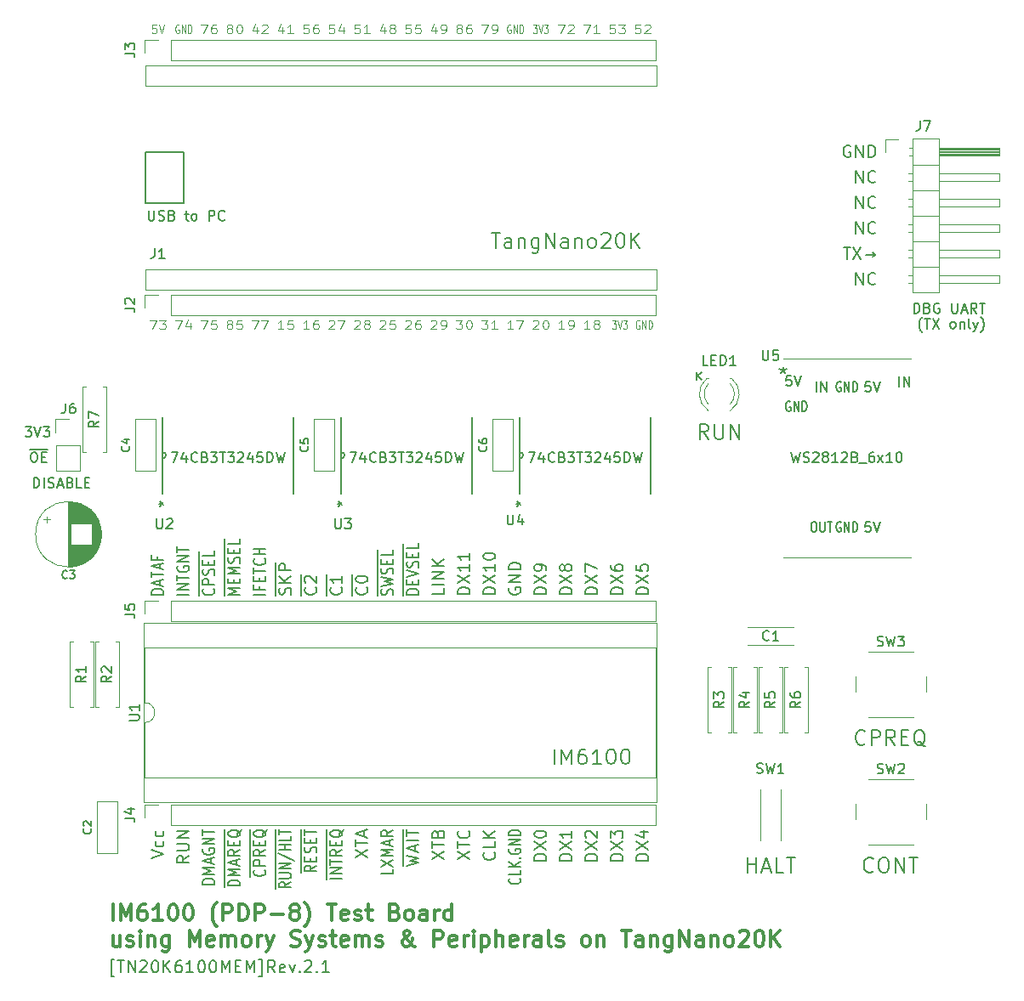
<source format=gbr>
%TF.GenerationSoftware,KiCad,Pcbnew,9.0.6*%
%TF.CreationDate,2026-01-12T10:04:11+09:00*%
%TF.ProjectId,TangNano6100MEM,54616e67-4e61-46e6-9f36-3130304d454d,rev?*%
%TF.SameCoordinates,Original*%
%TF.FileFunction,Legend,Top*%
%TF.FilePolarity,Positive*%
%FSLAX46Y46*%
G04 Gerber Fmt 4.6, Leading zero omitted, Abs format (unit mm)*
G04 Created by KiCad (PCBNEW 9.0.6) date 2026-01-12 10:04:11*
%MOMM*%
%LPD*%
G01*
G04 APERTURE LIST*
%ADD10C,0.150000*%
%ADD11C,0.120000*%
%ADD12C,0.300000*%
%ADD13C,0.152400*%
%ADD14C,0.100000*%
G04 APERTURE END LIST*
D10*
X13970000Y-15240000D02*
X17780000Y-15240000D01*
X17780000Y-20320000D01*
X13970000Y-20320000D01*
X13970000Y-15240000D01*
D11*
X57610476Y-2539617D02*
X58277142Y-2539617D01*
X58277142Y-2539617D02*
X57848571Y-3439617D01*
X59181904Y-3439617D02*
X58610476Y-3439617D01*
X58896190Y-3439617D02*
X58896190Y-2539617D01*
X58896190Y-2539617D02*
X58800952Y-2668188D01*
X58800952Y-2668188D02*
X58705714Y-2753902D01*
X58705714Y-2753902D02*
X58610476Y-2796760D01*
D10*
X20867342Y-88220112D02*
X19667342Y-88220112D01*
X19667342Y-88220112D02*
X19667342Y-87982017D01*
X19667342Y-87982017D02*
X19724485Y-87839160D01*
X19724485Y-87839160D02*
X19838771Y-87743922D01*
X19838771Y-87743922D02*
X19953057Y-87696303D01*
X19953057Y-87696303D02*
X20181628Y-87648684D01*
X20181628Y-87648684D02*
X20353057Y-87648684D01*
X20353057Y-87648684D02*
X20581628Y-87696303D01*
X20581628Y-87696303D02*
X20695914Y-87743922D01*
X20695914Y-87743922D02*
X20810200Y-87839160D01*
X20810200Y-87839160D02*
X20867342Y-87982017D01*
X20867342Y-87982017D02*
X20867342Y-88220112D01*
X20867342Y-87220112D02*
X19667342Y-87220112D01*
X19667342Y-87220112D02*
X20524485Y-86886779D01*
X20524485Y-86886779D02*
X19667342Y-86553446D01*
X19667342Y-86553446D02*
X20867342Y-86553446D01*
X20524485Y-86124874D02*
X20524485Y-85648684D01*
X20867342Y-86220112D02*
X19667342Y-85886779D01*
X19667342Y-85886779D02*
X20867342Y-85553446D01*
X19724485Y-84696303D02*
X19667342Y-84791541D01*
X19667342Y-84791541D02*
X19667342Y-84934398D01*
X19667342Y-84934398D02*
X19724485Y-85077255D01*
X19724485Y-85077255D02*
X19838771Y-85172493D01*
X19838771Y-85172493D02*
X19953057Y-85220112D01*
X19953057Y-85220112D02*
X20181628Y-85267731D01*
X20181628Y-85267731D02*
X20353057Y-85267731D01*
X20353057Y-85267731D02*
X20581628Y-85220112D01*
X20581628Y-85220112D02*
X20695914Y-85172493D01*
X20695914Y-85172493D02*
X20810200Y-85077255D01*
X20810200Y-85077255D02*
X20867342Y-84934398D01*
X20867342Y-84934398D02*
X20867342Y-84839160D01*
X20867342Y-84839160D02*
X20810200Y-84696303D01*
X20810200Y-84696303D02*
X20753057Y-84648684D01*
X20753057Y-84648684D02*
X20353057Y-84648684D01*
X20353057Y-84648684D02*
X20353057Y-84839160D01*
X20867342Y-84220112D02*
X19667342Y-84220112D01*
X19667342Y-84220112D02*
X20867342Y-83648684D01*
X20867342Y-83648684D02*
X19667342Y-83648684D01*
X19667342Y-83315350D02*
X19667342Y-82743922D01*
X20867342Y-83029636D02*
X19667342Y-83029636D01*
X41187342Y-59353220D02*
X39987342Y-59353220D01*
X39987342Y-59353220D02*
X39987342Y-59115125D01*
X39987342Y-59115125D02*
X40044485Y-58972268D01*
X40044485Y-58972268D02*
X40158771Y-58877030D01*
X40158771Y-58877030D02*
X40273057Y-58829411D01*
X40273057Y-58829411D02*
X40501628Y-58781792D01*
X40501628Y-58781792D02*
X40673057Y-58781792D01*
X40673057Y-58781792D02*
X40901628Y-58829411D01*
X40901628Y-58829411D02*
X41015914Y-58877030D01*
X41015914Y-58877030D02*
X41130200Y-58972268D01*
X41130200Y-58972268D02*
X41187342Y-59115125D01*
X41187342Y-59115125D02*
X41187342Y-59353220D01*
X40558771Y-58353220D02*
X40558771Y-58019887D01*
X41187342Y-57877030D02*
X41187342Y-58353220D01*
X41187342Y-58353220D02*
X39987342Y-58353220D01*
X39987342Y-58353220D02*
X39987342Y-57877030D01*
X39987342Y-57591315D02*
X41187342Y-57257982D01*
X41187342Y-57257982D02*
X39987342Y-56924649D01*
X41130200Y-56638934D02*
X41187342Y-56496077D01*
X41187342Y-56496077D02*
X41187342Y-56257982D01*
X41187342Y-56257982D02*
X41130200Y-56162744D01*
X41130200Y-56162744D02*
X41073057Y-56115125D01*
X41073057Y-56115125D02*
X40958771Y-56067506D01*
X40958771Y-56067506D02*
X40844485Y-56067506D01*
X40844485Y-56067506D02*
X40730200Y-56115125D01*
X40730200Y-56115125D02*
X40673057Y-56162744D01*
X40673057Y-56162744D02*
X40615914Y-56257982D01*
X40615914Y-56257982D02*
X40558771Y-56448458D01*
X40558771Y-56448458D02*
X40501628Y-56543696D01*
X40501628Y-56543696D02*
X40444485Y-56591315D01*
X40444485Y-56591315D02*
X40330200Y-56638934D01*
X40330200Y-56638934D02*
X40215914Y-56638934D01*
X40215914Y-56638934D02*
X40101628Y-56591315D01*
X40101628Y-56591315D02*
X40044485Y-56543696D01*
X40044485Y-56543696D02*
X39987342Y-56448458D01*
X39987342Y-56448458D02*
X39987342Y-56210363D01*
X39987342Y-56210363D02*
X40044485Y-56067506D01*
X40558771Y-55638934D02*
X40558771Y-55305601D01*
X41187342Y-55162744D02*
X41187342Y-55638934D01*
X41187342Y-55638934D02*
X39987342Y-55638934D01*
X39987342Y-55638934D02*
X39987342Y-55162744D01*
X41187342Y-54257982D02*
X41187342Y-54734172D01*
X41187342Y-54734172D02*
X39987342Y-54734172D01*
X39654200Y-59491316D02*
X39654200Y-54262744D01*
D11*
X52578095Y-32089331D02*
X52625714Y-32046474D01*
X52625714Y-32046474D02*
X52720952Y-32003617D01*
X52720952Y-32003617D02*
X52959047Y-32003617D01*
X52959047Y-32003617D02*
X53054285Y-32046474D01*
X53054285Y-32046474D02*
X53101904Y-32089331D01*
X53101904Y-32089331D02*
X53149523Y-32175045D01*
X53149523Y-32175045D02*
X53149523Y-32260760D01*
X53149523Y-32260760D02*
X53101904Y-32389331D01*
X53101904Y-32389331D02*
X52530476Y-32903617D01*
X52530476Y-32903617D02*
X53149523Y-32903617D01*
X53768571Y-32003617D02*
X53863809Y-32003617D01*
X53863809Y-32003617D02*
X53959047Y-32046474D01*
X53959047Y-32046474D02*
X54006666Y-32089331D01*
X54006666Y-32089331D02*
X54054285Y-32175045D01*
X54054285Y-32175045D02*
X54101904Y-32346474D01*
X54101904Y-32346474D02*
X54101904Y-32560760D01*
X54101904Y-32560760D02*
X54054285Y-32732188D01*
X54054285Y-32732188D02*
X54006666Y-32817902D01*
X54006666Y-32817902D02*
X53959047Y-32860760D01*
X53959047Y-32860760D02*
X53863809Y-32903617D01*
X53863809Y-32903617D02*
X53768571Y-32903617D01*
X53768571Y-32903617D02*
X53673333Y-32860760D01*
X53673333Y-32860760D02*
X53625714Y-32817902D01*
X53625714Y-32817902D02*
X53578095Y-32732188D01*
X53578095Y-32732188D02*
X53530476Y-32560760D01*
X53530476Y-32560760D02*
X53530476Y-32346474D01*
X53530476Y-32346474D02*
X53578095Y-32175045D01*
X53578095Y-32175045D02*
X53625714Y-32089331D01*
X53625714Y-32089331D02*
X53673333Y-32046474D01*
X53673333Y-32046474D02*
X53768571Y-32003617D01*
X63261904Y-2539617D02*
X62785714Y-2539617D01*
X62785714Y-2539617D02*
X62738095Y-2968188D01*
X62738095Y-2968188D02*
X62785714Y-2925331D01*
X62785714Y-2925331D02*
X62880952Y-2882474D01*
X62880952Y-2882474D02*
X63119047Y-2882474D01*
X63119047Y-2882474D02*
X63214285Y-2925331D01*
X63214285Y-2925331D02*
X63261904Y-2968188D01*
X63261904Y-2968188D02*
X63309523Y-3053902D01*
X63309523Y-3053902D02*
X63309523Y-3268188D01*
X63309523Y-3268188D02*
X63261904Y-3353902D01*
X63261904Y-3353902D02*
X63214285Y-3396760D01*
X63214285Y-3396760D02*
X63119047Y-3439617D01*
X63119047Y-3439617D02*
X62880952Y-3439617D01*
X62880952Y-3439617D02*
X62785714Y-3396760D01*
X62785714Y-3396760D02*
X62738095Y-3353902D01*
X63690476Y-2625331D02*
X63738095Y-2582474D01*
X63738095Y-2582474D02*
X63833333Y-2539617D01*
X63833333Y-2539617D02*
X64071428Y-2539617D01*
X64071428Y-2539617D02*
X64166666Y-2582474D01*
X64166666Y-2582474D02*
X64214285Y-2625331D01*
X64214285Y-2625331D02*
X64261904Y-2711045D01*
X64261904Y-2711045D02*
X64261904Y-2796760D01*
X64261904Y-2796760D02*
X64214285Y-2925331D01*
X64214285Y-2925331D02*
X63642857Y-3439617D01*
X63642857Y-3439617D02*
X64261904Y-3439617D01*
X42418095Y-32089331D02*
X42465714Y-32046474D01*
X42465714Y-32046474D02*
X42560952Y-32003617D01*
X42560952Y-32003617D02*
X42799047Y-32003617D01*
X42799047Y-32003617D02*
X42894285Y-32046474D01*
X42894285Y-32046474D02*
X42941904Y-32089331D01*
X42941904Y-32089331D02*
X42989523Y-32175045D01*
X42989523Y-32175045D02*
X42989523Y-32260760D01*
X42989523Y-32260760D02*
X42941904Y-32389331D01*
X42941904Y-32389331D02*
X42370476Y-32903617D01*
X42370476Y-32903617D02*
X42989523Y-32903617D01*
X43465714Y-32903617D02*
X43656190Y-32903617D01*
X43656190Y-32903617D02*
X43751428Y-32860760D01*
X43751428Y-32860760D02*
X43799047Y-32817902D01*
X43799047Y-32817902D02*
X43894285Y-32689331D01*
X43894285Y-32689331D02*
X43941904Y-32517902D01*
X43941904Y-32517902D02*
X43941904Y-32175045D01*
X43941904Y-32175045D02*
X43894285Y-32089331D01*
X43894285Y-32089331D02*
X43846666Y-32046474D01*
X43846666Y-32046474D02*
X43751428Y-32003617D01*
X43751428Y-32003617D02*
X43560952Y-32003617D01*
X43560952Y-32003617D02*
X43465714Y-32046474D01*
X43465714Y-32046474D02*
X43418095Y-32089331D01*
X43418095Y-32089331D02*
X43370476Y-32175045D01*
X43370476Y-32175045D02*
X43370476Y-32389331D01*
X43370476Y-32389331D02*
X43418095Y-32475045D01*
X43418095Y-32475045D02*
X43465714Y-32517902D01*
X43465714Y-32517902D02*
X43560952Y-32560760D01*
X43560952Y-32560760D02*
X43751428Y-32560760D01*
X43751428Y-32560760D02*
X43846666Y-32517902D01*
X43846666Y-32517902D02*
X43894285Y-32475045D01*
X43894285Y-32475045D02*
X43941904Y-32389331D01*
D10*
X18327342Y-85391541D02*
X17755914Y-85791541D01*
X18327342Y-86077255D02*
X17127342Y-86077255D01*
X17127342Y-86077255D02*
X17127342Y-85620112D01*
X17127342Y-85620112D02*
X17184485Y-85505827D01*
X17184485Y-85505827D02*
X17241628Y-85448684D01*
X17241628Y-85448684D02*
X17355914Y-85391541D01*
X17355914Y-85391541D02*
X17527342Y-85391541D01*
X17527342Y-85391541D02*
X17641628Y-85448684D01*
X17641628Y-85448684D02*
X17698771Y-85505827D01*
X17698771Y-85505827D02*
X17755914Y-85620112D01*
X17755914Y-85620112D02*
X17755914Y-86077255D01*
X17127342Y-84877255D02*
X18098771Y-84877255D01*
X18098771Y-84877255D02*
X18213057Y-84820112D01*
X18213057Y-84820112D02*
X18270200Y-84762970D01*
X18270200Y-84762970D02*
X18327342Y-84648684D01*
X18327342Y-84648684D02*
X18327342Y-84420112D01*
X18327342Y-84420112D02*
X18270200Y-84305827D01*
X18270200Y-84305827D02*
X18213057Y-84248684D01*
X18213057Y-84248684D02*
X18098771Y-84191541D01*
X18098771Y-84191541D02*
X17127342Y-84191541D01*
X18327342Y-83620112D02*
X17127342Y-83620112D01*
X17127342Y-83620112D02*
X18327342Y-82934398D01*
X18327342Y-82934398D02*
X17127342Y-82934398D01*
X84724887Y-28487342D02*
X84724887Y-27287342D01*
X84724887Y-27287342D02*
X85410601Y-28487342D01*
X85410601Y-28487342D02*
X85410601Y-27287342D01*
X86667744Y-28373057D02*
X86610601Y-28430200D01*
X86610601Y-28430200D02*
X86439173Y-28487342D01*
X86439173Y-28487342D02*
X86324887Y-28487342D01*
X86324887Y-28487342D02*
X86153458Y-28430200D01*
X86153458Y-28430200D02*
X86039173Y-28315914D01*
X86039173Y-28315914D02*
X85982030Y-28201628D01*
X85982030Y-28201628D02*
X85924887Y-27973057D01*
X85924887Y-27973057D02*
X85924887Y-27801628D01*
X85924887Y-27801628D02*
X85982030Y-27573057D01*
X85982030Y-27573057D02*
X86039173Y-27458771D01*
X86039173Y-27458771D02*
X86153458Y-27344485D01*
X86153458Y-27344485D02*
X86324887Y-27287342D01*
X86324887Y-27287342D02*
X86439173Y-27287342D01*
X86439173Y-27287342D02*
X86610601Y-27344485D01*
X86610601Y-27344485D02*
X86667744Y-27401628D01*
D11*
X52597142Y-2539617D02*
X52968570Y-2539617D01*
X52968570Y-2539617D02*
X52768570Y-2882474D01*
X52768570Y-2882474D02*
X52854285Y-2882474D01*
X52854285Y-2882474D02*
X52911428Y-2925331D01*
X52911428Y-2925331D02*
X52939999Y-2968188D01*
X52939999Y-2968188D02*
X52968570Y-3053902D01*
X52968570Y-3053902D02*
X52968570Y-3268188D01*
X52968570Y-3268188D02*
X52939999Y-3353902D01*
X52939999Y-3353902D02*
X52911428Y-3396760D01*
X52911428Y-3396760D02*
X52854285Y-3439617D01*
X52854285Y-3439617D02*
X52682856Y-3439617D01*
X52682856Y-3439617D02*
X52625713Y-3396760D01*
X52625713Y-3396760D02*
X52597142Y-3353902D01*
X53139999Y-2539617D02*
X53339999Y-3439617D01*
X53339999Y-3439617D02*
X53539999Y-2539617D01*
X53682857Y-2539617D02*
X54054285Y-2539617D01*
X54054285Y-2539617D02*
X53854285Y-2882474D01*
X53854285Y-2882474D02*
X53940000Y-2882474D01*
X53940000Y-2882474D02*
X53997143Y-2925331D01*
X53997143Y-2925331D02*
X54025714Y-2968188D01*
X54025714Y-2968188D02*
X54054285Y-3053902D01*
X54054285Y-3053902D02*
X54054285Y-3268188D01*
X54054285Y-3268188D02*
X54025714Y-3353902D01*
X54025714Y-3353902D02*
X53997143Y-3396760D01*
X53997143Y-3396760D02*
X53940000Y-3439617D01*
X53940000Y-3439617D02*
X53768571Y-3439617D01*
X53768571Y-3439617D02*
X53711428Y-3396760D01*
X53711428Y-3396760D02*
X53682857Y-3353902D01*
X30289523Y-32903617D02*
X29718095Y-32903617D01*
X30003809Y-32903617D02*
X30003809Y-32003617D01*
X30003809Y-32003617D02*
X29908571Y-32132188D01*
X29908571Y-32132188D02*
X29813333Y-32217902D01*
X29813333Y-32217902D02*
X29718095Y-32260760D01*
X31146666Y-32003617D02*
X30956190Y-32003617D01*
X30956190Y-32003617D02*
X30860952Y-32046474D01*
X30860952Y-32046474D02*
X30813333Y-32089331D01*
X30813333Y-32089331D02*
X30718095Y-32217902D01*
X30718095Y-32217902D02*
X30670476Y-32389331D01*
X30670476Y-32389331D02*
X30670476Y-32732188D01*
X30670476Y-32732188D02*
X30718095Y-32817902D01*
X30718095Y-32817902D02*
X30765714Y-32860760D01*
X30765714Y-32860760D02*
X30860952Y-32903617D01*
X30860952Y-32903617D02*
X31051428Y-32903617D01*
X31051428Y-32903617D02*
X31146666Y-32860760D01*
X31146666Y-32860760D02*
X31194285Y-32817902D01*
X31194285Y-32817902D02*
X31241904Y-32732188D01*
X31241904Y-32732188D02*
X31241904Y-32517902D01*
X31241904Y-32517902D02*
X31194285Y-32432188D01*
X31194285Y-32432188D02*
X31146666Y-32389331D01*
X31146666Y-32389331D02*
X31051428Y-32346474D01*
X31051428Y-32346474D02*
X30860952Y-32346474D01*
X30860952Y-32346474D02*
X30765714Y-32389331D01*
X30765714Y-32389331D02*
X30718095Y-32432188D01*
X30718095Y-32432188D02*
X30670476Y-32517902D01*
D10*
X2813255Y-45174819D02*
X3003731Y-45174819D01*
X3003731Y-45174819D02*
X3098969Y-45222438D01*
X3098969Y-45222438D02*
X3194207Y-45317676D01*
X3194207Y-45317676D02*
X3241826Y-45508152D01*
X3241826Y-45508152D02*
X3241826Y-45841485D01*
X3241826Y-45841485D02*
X3194207Y-46031961D01*
X3194207Y-46031961D02*
X3098969Y-46127200D01*
X3098969Y-46127200D02*
X3003731Y-46174819D01*
X3003731Y-46174819D02*
X2813255Y-46174819D01*
X2813255Y-46174819D02*
X2718017Y-46127200D01*
X2718017Y-46127200D02*
X2622779Y-46031961D01*
X2622779Y-46031961D02*
X2575160Y-45841485D01*
X2575160Y-45841485D02*
X2575160Y-45508152D01*
X2575160Y-45508152D02*
X2622779Y-45317676D01*
X2622779Y-45317676D02*
X2718017Y-45222438D01*
X2718017Y-45222438D02*
X2813255Y-45174819D01*
X3670398Y-45651009D02*
X4003731Y-45651009D01*
X4146588Y-46174819D02*
X3670398Y-46174819D01*
X3670398Y-46174819D02*
X3670398Y-45174819D01*
X3670398Y-45174819D02*
X4146588Y-45174819D01*
X2484684Y-44897200D02*
X4237065Y-44897200D01*
D11*
X60721904Y-2539617D02*
X60245714Y-2539617D01*
X60245714Y-2539617D02*
X60198095Y-2968188D01*
X60198095Y-2968188D02*
X60245714Y-2925331D01*
X60245714Y-2925331D02*
X60340952Y-2882474D01*
X60340952Y-2882474D02*
X60579047Y-2882474D01*
X60579047Y-2882474D02*
X60674285Y-2925331D01*
X60674285Y-2925331D02*
X60721904Y-2968188D01*
X60721904Y-2968188D02*
X60769523Y-3053902D01*
X60769523Y-3053902D02*
X60769523Y-3268188D01*
X60769523Y-3268188D02*
X60721904Y-3353902D01*
X60721904Y-3353902D02*
X60674285Y-3396760D01*
X60674285Y-3396760D02*
X60579047Y-3439617D01*
X60579047Y-3439617D02*
X60340952Y-3439617D01*
X60340952Y-3439617D02*
X60245714Y-3396760D01*
X60245714Y-3396760D02*
X60198095Y-3353902D01*
X61102857Y-2539617D02*
X61721904Y-2539617D01*
X61721904Y-2539617D02*
X61388571Y-2882474D01*
X61388571Y-2882474D02*
X61531428Y-2882474D01*
X61531428Y-2882474D02*
X61626666Y-2925331D01*
X61626666Y-2925331D02*
X61674285Y-2968188D01*
X61674285Y-2968188D02*
X61721904Y-3053902D01*
X61721904Y-3053902D02*
X61721904Y-3268188D01*
X61721904Y-3268188D02*
X61674285Y-3353902D01*
X61674285Y-3353902D02*
X61626666Y-3396760D01*
X61626666Y-3396760D02*
X61531428Y-3439617D01*
X61531428Y-3439617D02*
X61245714Y-3439617D01*
X61245714Y-3439617D02*
X61150476Y-3396760D01*
X61150476Y-3396760D02*
X61102857Y-3353902D01*
X30241904Y-2539617D02*
X29765714Y-2539617D01*
X29765714Y-2539617D02*
X29718095Y-2968188D01*
X29718095Y-2968188D02*
X29765714Y-2925331D01*
X29765714Y-2925331D02*
X29860952Y-2882474D01*
X29860952Y-2882474D02*
X30099047Y-2882474D01*
X30099047Y-2882474D02*
X30194285Y-2925331D01*
X30194285Y-2925331D02*
X30241904Y-2968188D01*
X30241904Y-2968188D02*
X30289523Y-3053902D01*
X30289523Y-3053902D02*
X30289523Y-3268188D01*
X30289523Y-3268188D02*
X30241904Y-3353902D01*
X30241904Y-3353902D02*
X30194285Y-3396760D01*
X30194285Y-3396760D02*
X30099047Y-3439617D01*
X30099047Y-3439617D02*
X29860952Y-3439617D01*
X29860952Y-3439617D02*
X29765714Y-3396760D01*
X29765714Y-3396760D02*
X29718095Y-3353902D01*
X31146666Y-2539617D02*
X30956190Y-2539617D01*
X30956190Y-2539617D02*
X30860952Y-2582474D01*
X30860952Y-2582474D02*
X30813333Y-2625331D01*
X30813333Y-2625331D02*
X30718095Y-2753902D01*
X30718095Y-2753902D02*
X30670476Y-2925331D01*
X30670476Y-2925331D02*
X30670476Y-3268188D01*
X30670476Y-3268188D02*
X30718095Y-3353902D01*
X30718095Y-3353902D02*
X30765714Y-3396760D01*
X30765714Y-3396760D02*
X30860952Y-3439617D01*
X30860952Y-3439617D02*
X31051428Y-3439617D01*
X31051428Y-3439617D02*
X31146666Y-3396760D01*
X31146666Y-3396760D02*
X31194285Y-3353902D01*
X31194285Y-3353902D02*
X31241904Y-3268188D01*
X31241904Y-3268188D02*
X31241904Y-3053902D01*
X31241904Y-3053902D02*
X31194285Y-2968188D01*
X31194285Y-2968188D02*
X31146666Y-2925331D01*
X31146666Y-2925331D02*
X31051428Y-2882474D01*
X31051428Y-2882474D02*
X30860952Y-2882474D01*
X30860952Y-2882474D02*
X30765714Y-2925331D01*
X30765714Y-2925331D02*
X30718095Y-2968188D01*
X30718095Y-2968188D02*
X30670476Y-3053902D01*
D10*
X23407342Y-88362969D02*
X22207342Y-88362969D01*
X22207342Y-88362969D02*
X22207342Y-88124874D01*
X22207342Y-88124874D02*
X22264485Y-87982017D01*
X22264485Y-87982017D02*
X22378771Y-87886779D01*
X22378771Y-87886779D02*
X22493057Y-87839160D01*
X22493057Y-87839160D02*
X22721628Y-87791541D01*
X22721628Y-87791541D02*
X22893057Y-87791541D01*
X22893057Y-87791541D02*
X23121628Y-87839160D01*
X23121628Y-87839160D02*
X23235914Y-87886779D01*
X23235914Y-87886779D02*
X23350200Y-87982017D01*
X23350200Y-87982017D02*
X23407342Y-88124874D01*
X23407342Y-88124874D02*
X23407342Y-88362969D01*
X23407342Y-87362969D02*
X22207342Y-87362969D01*
X22207342Y-87362969D02*
X23064485Y-87029636D01*
X23064485Y-87029636D02*
X22207342Y-86696303D01*
X22207342Y-86696303D02*
X23407342Y-86696303D01*
X23064485Y-86267731D02*
X23064485Y-85791541D01*
X23407342Y-86362969D02*
X22207342Y-86029636D01*
X22207342Y-86029636D02*
X23407342Y-85696303D01*
X23407342Y-84791541D02*
X22835914Y-85124874D01*
X23407342Y-85362969D02*
X22207342Y-85362969D01*
X22207342Y-85362969D02*
X22207342Y-84982017D01*
X22207342Y-84982017D02*
X22264485Y-84886779D01*
X22264485Y-84886779D02*
X22321628Y-84839160D01*
X22321628Y-84839160D02*
X22435914Y-84791541D01*
X22435914Y-84791541D02*
X22607342Y-84791541D01*
X22607342Y-84791541D02*
X22721628Y-84839160D01*
X22721628Y-84839160D02*
X22778771Y-84886779D01*
X22778771Y-84886779D02*
X22835914Y-84982017D01*
X22835914Y-84982017D02*
X22835914Y-85362969D01*
X22778771Y-84362969D02*
X22778771Y-84029636D01*
X23407342Y-83886779D02*
X23407342Y-84362969D01*
X23407342Y-84362969D02*
X22207342Y-84362969D01*
X22207342Y-84362969D02*
X22207342Y-83886779D01*
X23521628Y-82791541D02*
X23464485Y-82886779D01*
X23464485Y-82886779D02*
X23350200Y-82982017D01*
X23350200Y-82982017D02*
X23178771Y-83124874D01*
X23178771Y-83124874D02*
X23121628Y-83220112D01*
X23121628Y-83220112D02*
X23121628Y-83315350D01*
X23407342Y-83267731D02*
X23350200Y-83362969D01*
X23350200Y-83362969D02*
X23235914Y-83458207D01*
X23235914Y-83458207D02*
X23007342Y-83505826D01*
X23007342Y-83505826D02*
X22607342Y-83505826D01*
X22607342Y-83505826D02*
X22378771Y-83458207D01*
X22378771Y-83458207D02*
X22264485Y-83362969D01*
X22264485Y-83362969D02*
X22207342Y-83267731D01*
X22207342Y-83267731D02*
X22207342Y-83077255D01*
X22207342Y-83077255D02*
X22264485Y-82982017D01*
X22264485Y-82982017D02*
X22378771Y-82886779D01*
X22378771Y-82886779D02*
X22607342Y-82839160D01*
X22607342Y-82839160D02*
X23007342Y-82839160D01*
X23007342Y-82839160D02*
X23235914Y-82886779D01*
X23235914Y-82886779D02*
X23350200Y-82982017D01*
X23350200Y-82982017D02*
X23407342Y-83077255D01*
X23407342Y-83077255D02*
X23407342Y-83267731D01*
X21874200Y-88501065D02*
X21874200Y-82748684D01*
X84724887Y-20867342D02*
X84724887Y-19667342D01*
X84724887Y-19667342D02*
X85410601Y-20867342D01*
X85410601Y-20867342D02*
X85410601Y-19667342D01*
X86667744Y-20753057D02*
X86610601Y-20810200D01*
X86610601Y-20810200D02*
X86439173Y-20867342D01*
X86439173Y-20867342D02*
X86324887Y-20867342D01*
X86324887Y-20867342D02*
X86153458Y-20810200D01*
X86153458Y-20810200D02*
X86039173Y-20695914D01*
X86039173Y-20695914D02*
X85982030Y-20581628D01*
X85982030Y-20581628D02*
X85924887Y-20353057D01*
X85924887Y-20353057D02*
X85924887Y-20181628D01*
X85924887Y-20181628D02*
X85982030Y-19953057D01*
X85982030Y-19953057D02*
X86039173Y-19838771D01*
X86039173Y-19838771D02*
X86153458Y-19724485D01*
X86153458Y-19724485D02*
X86324887Y-19667342D01*
X86324887Y-19667342D02*
X86439173Y-19667342D01*
X86439173Y-19667342D02*
X86610601Y-19724485D01*
X86610601Y-19724485D02*
X86667744Y-19781628D01*
X64047342Y-85848683D02*
X62847342Y-85848683D01*
X62847342Y-85848683D02*
X62847342Y-85562969D01*
X62847342Y-85562969D02*
X62904485Y-85391540D01*
X62904485Y-85391540D02*
X63018771Y-85277255D01*
X63018771Y-85277255D02*
X63133057Y-85220112D01*
X63133057Y-85220112D02*
X63361628Y-85162969D01*
X63361628Y-85162969D02*
X63533057Y-85162969D01*
X63533057Y-85162969D02*
X63761628Y-85220112D01*
X63761628Y-85220112D02*
X63875914Y-85277255D01*
X63875914Y-85277255D02*
X63990200Y-85391540D01*
X63990200Y-85391540D02*
X64047342Y-85562969D01*
X64047342Y-85562969D02*
X64047342Y-85848683D01*
X62847342Y-84762969D02*
X64047342Y-83962969D01*
X62847342Y-83962969D02*
X64047342Y-84762969D01*
X63247342Y-82991541D02*
X64047342Y-82991541D01*
X62790200Y-83277255D02*
X63647342Y-83562969D01*
X63647342Y-83562969D02*
X63647342Y-82820112D01*
X28487342Y-88005825D02*
X27915914Y-88305825D01*
X28487342Y-88520111D02*
X27287342Y-88520111D01*
X27287342Y-88520111D02*
X27287342Y-88177254D01*
X27287342Y-88177254D02*
X27344485Y-88091539D01*
X27344485Y-88091539D02*
X27401628Y-88048682D01*
X27401628Y-88048682D02*
X27515914Y-88005825D01*
X27515914Y-88005825D02*
X27687342Y-88005825D01*
X27687342Y-88005825D02*
X27801628Y-88048682D01*
X27801628Y-88048682D02*
X27858771Y-88091539D01*
X27858771Y-88091539D02*
X27915914Y-88177254D01*
X27915914Y-88177254D02*
X27915914Y-88520111D01*
X27287342Y-87620111D02*
X28258771Y-87620111D01*
X28258771Y-87620111D02*
X28373057Y-87577254D01*
X28373057Y-87577254D02*
X28430200Y-87534397D01*
X28430200Y-87534397D02*
X28487342Y-87448682D01*
X28487342Y-87448682D02*
X28487342Y-87277254D01*
X28487342Y-87277254D02*
X28430200Y-87191539D01*
X28430200Y-87191539D02*
X28373057Y-87148682D01*
X28373057Y-87148682D02*
X28258771Y-87105825D01*
X28258771Y-87105825D02*
X27287342Y-87105825D01*
X28487342Y-86677254D02*
X27287342Y-86677254D01*
X27287342Y-86677254D02*
X28487342Y-86162968D01*
X28487342Y-86162968D02*
X27287342Y-86162968D01*
X27230200Y-85091540D02*
X28773057Y-85862968D01*
X28487342Y-84791540D02*
X27287342Y-84791540D01*
X27858771Y-84791540D02*
X27858771Y-84277254D01*
X28487342Y-84277254D02*
X27287342Y-84277254D01*
X28487342Y-83420111D02*
X28487342Y-83848683D01*
X28487342Y-83848683D02*
X27287342Y-83848683D01*
X27287342Y-83248683D02*
X27287342Y-82734398D01*
X28487342Y-82991540D02*
X27287342Y-82991540D01*
X26954200Y-88644397D02*
X26954200Y-82738684D01*
X51233057Y-87620111D02*
X51290200Y-87662968D01*
X51290200Y-87662968D02*
X51347342Y-87791540D01*
X51347342Y-87791540D02*
X51347342Y-87877254D01*
X51347342Y-87877254D02*
X51290200Y-88005825D01*
X51290200Y-88005825D02*
X51175914Y-88091540D01*
X51175914Y-88091540D02*
X51061628Y-88134397D01*
X51061628Y-88134397D02*
X50833057Y-88177254D01*
X50833057Y-88177254D02*
X50661628Y-88177254D01*
X50661628Y-88177254D02*
X50433057Y-88134397D01*
X50433057Y-88134397D02*
X50318771Y-88091540D01*
X50318771Y-88091540D02*
X50204485Y-88005825D01*
X50204485Y-88005825D02*
X50147342Y-87877254D01*
X50147342Y-87877254D02*
X50147342Y-87791540D01*
X50147342Y-87791540D02*
X50204485Y-87662968D01*
X50204485Y-87662968D02*
X50261628Y-87620111D01*
X51347342Y-86805825D02*
X51347342Y-87234397D01*
X51347342Y-87234397D02*
X50147342Y-87234397D01*
X51347342Y-86505826D02*
X50147342Y-86505826D01*
X51347342Y-85991540D02*
X50661628Y-86377254D01*
X50147342Y-85991540D02*
X50833057Y-86505826D01*
X51233057Y-85605826D02*
X51290200Y-85562969D01*
X51290200Y-85562969D02*
X51347342Y-85605826D01*
X51347342Y-85605826D02*
X51290200Y-85648683D01*
X51290200Y-85648683D02*
X51233057Y-85605826D01*
X51233057Y-85605826D02*
X51347342Y-85605826D01*
X50204485Y-84705826D02*
X50147342Y-84791541D01*
X50147342Y-84791541D02*
X50147342Y-84920112D01*
X50147342Y-84920112D02*
X50204485Y-85048683D01*
X50204485Y-85048683D02*
X50318771Y-85134398D01*
X50318771Y-85134398D02*
X50433057Y-85177255D01*
X50433057Y-85177255D02*
X50661628Y-85220112D01*
X50661628Y-85220112D02*
X50833057Y-85220112D01*
X50833057Y-85220112D02*
X51061628Y-85177255D01*
X51061628Y-85177255D02*
X51175914Y-85134398D01*
X51175914Y-85134398D02*
X51290200Y-85048683D01*
X51290200Y-85048683D02*
X51347342Y-84920112D01*
X51347342Y-84920112D02*
X51347342Y-84834398D01*
X51347342Y-84834398D02*
X51290200Y-84705826D01*
X51290200Y-84705826D02*
X51233057Y-84662969D01*
X51233057Y-84662969D02*
X50833057Y-84662969D01*
X50833057Y-84662969D02*
X50833057Y-84834398D01*
X51347342Y-84277255D02*
X50147342Y-84277255D01*
X50147342Y-84277255D02*
X51347342Y-83762969D01*
X51347342Y-83762969D02*
X50147342Y-83762969D01*
X51347342Y-83334398D02*
X50147342Y-83334398D01*
X50147342Y-83334398D02*
X50147342Y-83120112D01*
X50147342Y-83120112D02*
X50204485Y-82991541D01*
X50204485Y-82991541D02*
X50318771Y-82905826D01*
X50318771Y-82905826D02*
X50433057Y-82862969D01*
X50433057Y-82862969D02*
X50661628Y-82820112D01*
X50661628Y-82820112D02*
X50833057Y-82820112D01*
X50833057Y-82820112D02*
X51061628Y-82862969D01*
X51061628Y-82862969D02*
X51175914Y-82905826D01*
X51175914Y-82905826D02*
X51290200Y-82991541D01*
X51290200Y-82991541D02*
X51347342Y-83120112D01*
X51347342Y-83120112D02*
X51347342Y-83334398D01*
D12*
X10738320Y-91830590D02*
X10738320Y-90230590D01*
X11500225Y-91830590D02*
X11500225Y-90230590D01*
X11500225Y-90230590D02*
X12033558Y-91373447D01*
X12033558Y-91373447D02*
X12566892Y-90230590D01*
X12566892Y-90230590D02*
X12566892Y-91830590D01*
X14014510Y-90230590D02*
X13709748Y-90230590D01*
X13709748Y-90230590D02*
X13557367Y-90306780D01*
X13557367Y-90306780D02*
X13481177Y-90382971D01*
X13481177Y-90382971D02*
X13328796Y-90611542D01*
X13328796Y-90611542D02*
X13252605Y-90916304D01*
X13252605Y-90916304D02*
X13252605Y-91525828D01*
X13252605Y-91525828D02*
X13328796Y-91678209D01*
X13328796Y-91678209D02*
X13404986Y-91754400D01*
X13404986Y-91754400D02*
X13557367Y-91830590D01*
X13557367Y-91830590D02*
X13862129Y-91830590D01*
X13862129Y-91830590D02*
X14014510Y-91754400D01*
X14014510Y-91754400D02*
X14090701Y-91678209D01*
X14090701Y-91678209D02*
X14166891Y-91525828D01*
X14166891Y-91525828D02*
X14166891Y-91144876D01*
X14166891Y-91144876D02*
X14090701Y-90992495D01*
X14090701Y-90992495D02*
X14014510Y-90916304D01*
X14014510Y-90916304D02*
X13862129Y-90840114D01*
X13862129Y-90840114D02*
X13557367Y-90840114D01*
X13557367Y-90840114D02*
X13404986Y-90916304D01*
X13404986Y-90916304D02*
X13328796Y-90992495D01*
X13328796Y-90992495D02*
X13252605Y-91144876D01*
X15690701Y-91830590D02*
X14776415Y-91830590D01*
X15233558Y-91830590D02*
X15233558Y-90230590D01*
X15233558Y-90230590D02*
X15081177Y-90459161D01*
X15081177Y-90459161D02*
X14928796Y-90611542D01*
X14928796Y-90611542D02*
X14776415Y-90687733D01*
X16681178Y-90230590D02*
X16833559Y-90230590D01*
X16833559Y-90230590D02*
X16985940Y-90306780D01*
X16985940Y-90306780D02*
X17062130Y-90382971D01*
X17062130Y-90382971D02*
X17138321Y-90535352D01*
X17138321Y-90535352D02*
X17214511Y-90840114D01*
X17214511Y-90840114D02*
X17214511Y-91221066D01*
X17214511Y-91221066D02*
X17138321Y-91525828D01*
X17138321Y-91525828D02*
X17062130Y-91678209D01*
X17062130Y-91678209D02*
X16985940Y-91754400D01*
X16985940Y-91754400D02*
X16833559Y-91830590D01*
X16833559Y-91830590D02*
X16681178Y-91830590D01*
X16681178Y-91830590D02*
X16528797Y-91754400D01*
X16528797Y-91754400D02*
X16452606Y-91678209D01*
X16452606Y-91678209D02*
X16376416Y-91525828D01*
X16376416Y-91525828D02*
X16300225Y-91221066D01*
X16300225Y-91221066D02*
X16300225Y-90840114D01*
X16300225Y-90840114D02*
X16376416Y-90535352D01*
X16376416Y-90535352D02*
X16452606Y-90382971D01*
X16452606Y-90382971D02*
X16528797Y-90306780D01*
X16528797Y-90306780D02*
X16681178Y-90230590D01*
X18204988Y-90230590D02*
X18357369Y-90230590D01*
X18357369Y-90230590D02*
X18509750Y-90306780D01*
X18509750Y-90306780D02*
X18585940Y-90382971D01*
X18585940Y-90382971D02*
X18662131Y-90535352D01*
X18662131Y-90535352D02*
X18738321Y-90840114D01*
X18738321Y-90840114D02*
X18738321Y-91221066D01*
X18738321Y-91221066D02*
X18662131Y-91525828D01*
X18662131Y-91525828D02*
X18585940Y-91678209D01*
X18585940Y-91678209D02*
X18509750Y-91754400D01*
X18509750Y-91754400D02*
X18357369Y-91830590D01*
X18357369Y-91830590D02*
X18204988Y-91830590D01*
X18204988Y-91830590D02*
X18052607Y-91754400D01*
X18052607Y-91754400D02*
X17976416Y-91678209D01*
X17976416Y-91678209D02*
X17900226Y-91525828D01*
X17900226Y-91525828D02*
X17824035Y-91221066D01*
X17824035Y-91221066D02*
X17824035Y-90840114D01*
X17824035Y-90840114D02*
X17900226Y-90535352D01*
X17900226Y-90535352D02*
X17976416Y-90382971D01*
X17976416Y-90382971D02*
X18052607Y-90306780D01*
X18052607Y-90306780D02*
X18204988Y-90230590D01*
X21100227Y-92440114D02*
X21024036Y-92363923D01*
X21024036Y-92363923D02*
X20871655Y-92135352D01*
X20871655Y-92135352D02*
X20795465Y-91982971D01*
X20795465Y-91982971D02*
X20719274Y-91754400D01*
X20719274Y-91754400D02*
X20643084Y-91373447D01*
X20643084Y-91373447D02*
X20643084Y-91068685D01*
X20643084Y-91068685D02*
X20719274Y-90687733D01*
X20719274Y-90687733D02*
X20795465Y-90459161D01*
X20795465Y-90459161D02*
X20871655Y-90306780D01*
X20871655Y-90306780D02*
X21024036Y-90078209D01*
X21024036Y-90078209D02*
X21100227Y-90002019D01*
X21709751Y-91830590D02*
X21709751Y-90230590D01*
X21709751Y-90230590D02*
X22319275Y-90230590D01*
X22319275Y-90230590D02*
X22471656Y-90306780D01*
X22471656Y-90306780D02*
X22547846Y-90382971D01*
X22547846Y-90382971D02*
X22624037Y-90535352D01*
X22624037Y-90535352D02*
X22624037Y-90763923D01*
X22624037Y-90763923D02*
X22547846Y-90916304D01*
X22547846Y-90916304D02*
X22471656Y-90992495D01*
X22471656Y-90992495D02*
X22319275Y-91068685D01*
X22319275Y-91068685D02*
X21709751Y-91068685D01*
X23309751Y-91830590D02*
X23309751Y-90230590D01*
X23309751Y-90230590D02*
X23690703Y-90230590D01*
X23690703Y-90230590D02*
X23919275Y-90306780D01*
X23919275Y-90306780D02*
X24071656Y-90459161D01*
X24071656Y-90459161D02*
X24147846Y-90611542D01*
X24147846Y-90611542D02*
X24224037Y-90916304D01*
X24224037Y-90916304D02*
X24224037Y-91144876D01*
X24224037Y-91144876D02*
X24147846Y-91449638D01*
X24147846Y-91449638D02*
X24071656Y-91602019D01*
X24071656Y-91602019D02*
X23919275Y-91754400D01*
X23919275Y-91754400D02*
X23690703Y-91830590D01*
X23690703Y-91830590D02*
X23309751Y-91830590D01*
X24909751Y-91830590D02*
X24909751Y-90230590D01*
X24909751Y-90230590D02*
X25519275Y-90230590D01*
X25519275Y-90230590D02*
X25671656Y-90306780D01*
X25671656Y-90306780D02*
X25747846Y-90382971D01*
X25747846Y-90382971D02*
X25824037Y-90535352D01*
X25824037Y-90535352D02*
X25824037Y-90763923D01*
X25824037Y-90763923D02*
X25747846Y-90916304D01*
X25747846Y-90916304D02*
X25671656Y-90992495D01*
X25671656Y-90992495D02*
X25519275Y-91068685D01*
X25519275Y-91068685D02*
X24909751Y-91068685D01*
X26509751Y-91221066D02*
X27728799Y-91221066D01*
X28719274Y-90916304D02*
X28566893Y-90840114D01*
X28566893Y-90840114D02*
X28490703Y-90763923D01*
X28490703Y-90763923D02*
X28414512Y-90611542D01*
X28414512Y-90611542D02*
X28414512Y-90535352D01*
X28414512Y-90535352D02*
X28490703Y-90382971D01*
X28490703Y-90382971D02*
X28566893Y-90306780D01*
X28566893Y-90306780D02*
X28719274Y-90230590D01*
X28719274Y-90230590D02*
X29024036Y-90230590D01*
X29024036Y-90230590D02*
X29176417Y-90306780D01*
X29176417Y-90306780D02*
X29252608Y-90382971D01*
X29252608Y-90382971D02*
X29328798Y-90535352D01*
X29328798Y-90535352D02*
X29328798Y-90611542D01*
X29328798Y-90611542D02*
X29252608Y-90763923D01*
X29252608Y-90763923D02*
X29176417Y-90840114D01*
X29176417Y-90840114D02*
X29024036Y-90916304D01*
X29024036Y-90916304D02*
X28719274Y-90916304D01*
X28719274Y-90916304D02*
X28566893Y-90992495D01*
X28566893Y-90992495D02*
X28490703Y-91068685D01*
X28490703Y-91068685D02*
X28414512Y-91221066D01*
X28414512Y-91221066D02*
X28414512Y-91525828D01*
X28414512Y-91525828D02*
X28490703Y-91678209D01*
X28490703Y-91678209D02*
X28566893Y-91754400D01*
X28566893Y-91754400D02*
X28719274Y-91830590D01*
X28719274Y-91830590D02*
X29024036Y-91830590D01*
X29024036Y-91830590D02*
X29176417Y-91754400D01*
X29176417Y-91754400D02*
X29252608Y-91678209D01*
X29252608Y-91678209D02*
X29328798Y-91525828D01*
X29328798Y-91525828D02*
X29328798Y-91221066D01*
X29328798Y-91221066D02*
X29252608Y-91068685D01*
X29252608Y-91068685D02*
X29176417Y-90992495D01*
X29176417Y-90992495D02*
X29024036Y-90916304D01*
X29862132Y-92440114D02*
X29938322Y-92363923D01*
X29938322Y-92363923D02*
X30090703Y-92135352D01*
X30090703Y-92135352D02*
X30166894Y-91982971D01*
X30166894Y-91982971D02*
X30243084Y-91754400D01*
X30243084Y-91754400D02*
X30319275Y-91373447D01*
X30319275Y-91373447D02*
X30319275Y-91068685D01*
X30319275Y-91068685D02*
X30243084Y-90687733D01*
X30243084Y-90687733D02*
X30166894Y-90459161D01*
X30166894Y-90459161D02*
X30090703Y-90306780D01*
X30090703Y-90306780D02*
X29938322Y-90078209D01*
X29938322Y-90078209D02*
X29862132Y-90002019D01*
X32071656Y-90230590D02*
X32985942Y-90230590D01*
X32528799Y-91830590D02*
X32528799Y-90230590D01*
X34128800Y-91754400D02*
X33976419Y-91830590D01*
X33976419Y-91830590D02*
X33671657Y-91830590D01*
X33671657Y-91830590D02*
X33519276Y-91754400D01*
X33519276Y-91754400D02*
X33443085Y-91602019D01*
X33443085Y-91602019D02*
X33443085Y-90992495D01*
X33443085Y-90992495D02*
X33519276Y-90840114D01*
X33519276Y-90840114D02*
X33671657Y-90763923D01*
X33671657Y-90763923D02*
X33976419Y-90763923D01*
X33976419Y-90763923D02*
X34128800Y-90840114D01*
X34128800Y-90840114D02*
X34204990Y-90992495D01*
X34204990Y-90992495D02*
X34204990Y-91144876D01*
X34204990Y-91144876D02*
X33443085Y-91297257D01*
X34814514Y-91754400D02*
X34966895Y-91830590D01*
X34966895Y-91830590D02*
X35271657Y-91830590D01*
X35271657Y-91830590D02*
X35424038Y-91754400D01*
X35424038Y-91754400D02*
X35500229Y-91602019D01*
X35500229Y-91602019D02*
X35500229Y-91525828D01*
X35500229Y-91525828D02*
X35424038Y-91373447D01*
X35424038Y-91373447D02*
X35271657Y-91297257D01*
X35271657Y-91297257D02*
X35043086Y-91297257D01*
X35043086Y-91297257D02*
X34890705Y-91221066D01*
X34890705Y-91221066D02*
X34814514Y-91068685D01*
X34814514Y-91068685D02*
X34814514Y-90992495D01*
X34814514Y-90992495D02*
X34890705Y-90840114D01*
X34890705Y-90840114D02*
X35043086Y-90763923D01*
X35043086Y-90763923D02*
X35271657Y-90763923D01*
X35271657Y-90763923D02*
X35424038Y-90840114D01*
X35957371Y-90763923D02*
X36566895Y-90763923D01*
X36185943Y-90230590D02*
X36185943Y-91602019D01*
X36185943Y-91602019D02*
X36262133Y-91754400D01*
X36262133Y-91754400D02*
X36414514Y-91830590D01*
X36414514Y-91830590D02*
X36566895Y-91830590D01*
X38852610Y-90992495D02*
X39081182Y-91068685D01*
X39081182Y-91068685D02*
X39157372Y-91144876D01*
X39157372Y-91144876D02*
X39233563Y-91297257D01*
X39233563Y-91297257D02*
X39233563Y-91525828D01*
X39233563Y-91525828D02*
X39157372Y-91678209D01*
X39157372Y-91678209D02*
X39081182Y-91754400D01*
X39081182Y-91754400D02*
X38928801Y-91830590D01*
X38928801Y-91830590D02*
X38319277Y-91830590D01*
X38319277Y-91830590D02*
X38319277Y-90230590D01*
X38319277Y-90230590D02*
X38852610Y-90230590D01*
X38852610Y-90230590D02*
X39004991Y-90306780D01*
X39004991Y-90306780D02*
X39081182Y-90382971D01*
X39081182Y-90382971D02*
X39157372Y-90535352D01*
X39157372Y-90535352D02*
X39157372Y-90687733D01*
X39157372Y-90687733D02*
X39081182Y-90840114D01*
X39081182Y-90840114D02*
X39004991Y-90916304D01*
X39004991Y-90916304D02*
X38852610Y-90992495D01*
X38852610Y-90992495D02*
X38319277Y-90992495D01*
X40147848Y-91830590D02*
X39995467Y-91754400D01*
X39995467Y-91754400D02*
X39919277Y-91678209D01*
X39919277Y-91678209D02*
X39843086Y-91525828D01*
X39843086Y-91525828D02*
X39843086Y-91068685D01*
X39843086Y-91068685D02*
X39919277Y-90916304D01*
X39919277Y-90916304D02*
X39995467Y-90840114D01*
X39995467Y-90840114D02*
X40147848Y-90763923D01*
X40147848Y-90763923D02*
X40376420Y-90763923D01*
X40376420Y-90763923D02*
X40528801Y-90840114D01*
X40528801Y-90840114D02*
X40604991Y-90916304D01*
X40604991Y-90916304D02*
X40681182Y-91068685D01*
X40681182Y-91068685D02*
X40681182Y-91525828D01*
X40681182Y-91525828D02*
X40604991Y-91678209D01*
X40604991Y-91678209D02*
X40528801Y-91754400D01*
X40528801Y-91754400D02*
X40376420Y-91830590D01*
X40376420Y-91830590D02*
X40147848Y-91830590D01*
X42052610Y-91830590D02*
X42052610Y-90992495D01*
X42052610Y-90992495D02*
X41976420Y-90840114D01*
X41976420Y-90840114D02*
X41824039Y-90763923D01*
X41824039Y-90763923D02*
X41519277Y-90763923D01*
X41519277Y-90763923D02*
X41366896Y-90840114D01*
X42052610Y-91754400D02*
X41900229Y-91830590D01*
X41900229Y-91830590D02*
X41519277Y-91830590D01*
X41519277Y-91830590D02*
X41366896Y-91754400D01*
X41366896Y-91754400D02*
X41290705Y-91602019D01*
X41290705Y-91602019D02*
X41290705Y-91449638D01*
X41290705Y-91449638D02*
X41366896Y-91297257D01*
X41366896Y-91297257D02*
X41519277Y-91221066D01*
X41519277Y-91221066D02*
X41900229Y-91221066D01*
X41900229Y-91221066D02*
X42052610Y-91144876D01*
X42814515Y-91830590D02*
X42814515Y-90763923D01*
X42814515Y-91068685D02*
X42890705Y-90916304D01*
X42890705Y-90916304D02*
X42966896Y-90840114D01*
X42966896Y-90840114D02*
X43119277Y-90763923D01*
X43119277Y-90763923D02*
X43271658Y-90763923D01*
X44490705Y-91830590D02*
X44490705Y-90230590D01*
X44490705Y-91754400D02*
X44338324Y-91830590D01*
X44338324Y-91830590D02*
X44033562Y-91830590D01*
X44033562Y-91830590D02*
X43881181Y-91754400D01*
X43881181Y-91754400D02*
X43804991Y-91678209D01*
X43804991Y-91678209D02*
X43728800Y-91525828D01*
X43728800Y-91525828D02*
X43728800Y-91068685D01*
X43728800Y-91068685D02*
X43804991Y-90916304D01*
X43804991Y-90916304D02*
X43881181Y-90840114D01*
X43881181Y-90840114D02*
X44033562Y-90763923D01*
X44033562Y-90763923D02*
X44338324Y-90763923D01*
X44338324Y-90763923D02*
X44490705Y-90840114D01*
X11424034Y-93339833D02*
X11424034Y-94406500D01*
X10738320Y-93339833D02*
X10738320Y-94177929D01*
X10738320Y-94177929D02*
X10814510Y-94330310D01*
X10814510Y-94330310D02*
X10966891Y-94406500D01*
X10966891Y-94406500D02*
X11195463Y-94406500D01*
X11195463Y-94406500D02*
X11347844Y-94330310D01*
X11347844Y-94330310D02*
X11424034Y-94254119D01*
X12109748Y-94330310D02*
X12262129Y-94406500D01*
X12262129Y-94406500D02*
X12566891Y-94406500D01*
X12566891Y-94406500D02*
X12719272Y-94330310D01*
X12719272Y-94330310D02*
X12795463Y-94177929D01*
X12795463Y-94177929D02*
X12795463Y-94101738D01*
X12795463Y-94101738D02*
X12719272Y-93949357D01*
X12719272Y-93949357D02*
X12566891Y-93873167D01*
X12566891Y-93873167D02*
X12338320Y-93873167D01*
X12338320Y-93873167D02*
X12185939Y-93796976D01*
X12185939Y-93796976D02*
X12109748Y-93644595D01*
X12109748Y-93644595D02*
X12109748Y-93568405D01*
X12109748Y-93568405D02*
X12185939Y-93416024D01*
X12185939Y-93416024D02*
X12338320Y-93339833D01*
X12338320Y-93339833D02*
X12566891Y-93339833D01*
X12566891Y-93339833D02*
X12719272Y-93416024D01*
X13481177Y-94406500D02*
X13481177Y-93339833D01*
X13481177Y-92806500D02*
X13404986Y-92882690D01*
X13404986Y-92882690D02*
X13481177Y-92958881D01*
X13481177Y-92958881D02*
X13557367Y-92882690D01*
X13557367Y-92882690D02*
X13481177Y-92806500D01*
X13481177Y-92806500D02*
X13481177Y-92958881D01*
X14243082Y-93339833D02*
X14243082Y-94406500D01*
X14243082Y-93492214D02*
X14319272Y-93416024D01*
X14319272Y-93416024D02*
X14471653Y-93339833D01*
X14471653Y-93339833D02*
X14700225Y-93339833D01*
X14700225Y-93339833D02*
X14852606Y-93416024D01*
X14852606Y-93416024D02*
X14928796Y-93568405D01*
X14928796Y-93568405D02*
X14928796Y-94406500D01*
X16376415Y-93339833D02*
X16376415Y-94635071D01*
X16376415Y-94635071D02*
X16300225Y-94787452D01*
X16300225Y-94787452D02*
X16224034Y-94863643D01*
X16224034Y-94863643D02*
X16071653Y-94939833D01*
X16071653Y-94939833D02*
X15843082Y-94939833D01*
X15843082Y-94939833D02*
X15690701Y-94863643D01*
X16376415Y-94330310D02*
X16224034Y-94406500D01*
X16224034Y-94406500D02*
X15919272Y-94406500D01*
X15919272Y-94406500D02*
X15766891Y-94330310D01*
X15766891Y-94330310D02*
X15690701Y-94254119D01*
X15690701Y-94254119D02*
X15614510Y-94101738D01*
X15614510Y-94101738D02*
X15614510Y-93644595D01*
X15614510Y-93644595D02*
X15690701Y-93492214D01*
X15690701Y-93492214D02*
X15766891Y-93416024D01*
X15766891Y-93416024D02*
X15919272Y-93339833D01*
X15919272Y-93339833D02*
X16224034Y-93339833D01*
X16224034Y-93339833D02*
X16376415Y-93416024D01*
X18357368Y-94406500D02*
X18357368Y-92806500D01*
X18357368Y-92806500D02*
X18890701Y-93949357D01*
X18890701Y-93949357D02*
X19424035Y-92806500D01*
X19424035Y-92806500D02*
X19424035Y-94406500D01*
X20795463Y-94330310D02*
X20643082Y-94406500D01*
X20643082Y-94406500D02*
X20338320Y-94406500D01*
X20338320Y-94406500D02*
X20185939Y-94330310D01*
X20185939Y-94330310D02*
X20109748Y-94177929D01*
X20109748Y-94177929D02*
X20109748Y-93568405D01*
X20109748Y-93568405D02*
X20185939Y-93416024D01*
X20185939Y-93416024D02*
X20338320Y-93339833D01*
X20338320Y-93339833D02*
X20643082Y-93339833D01*
X20643082Y-93339833D02*
X20795463Y-93416024D01*
X20795463Y-93416024D02*
X20871653Y-93568405D01*
X20871653Y-93568405D02*
X20871653Y-93720786D01*
X20871653Y-93720786D02*
X20109748Y-93873167D01*
X21557368Y-94406500D02*
X21557368Y-93339833D01*
X21557368Y-93492214D02*
X21633558Y-93416024D01*
X21633558Y-93416024D02*
X21785939Y-93339833D01*
X21785939Y-93339833D02*
X22014511Y-93339833D01*
X22014511Y-93339833D02*
X22166892Y-93416024D01*
X22166892Y-93416024D02*
X22243082Y-93568405D01*
X22243082Y-93568405D02*
X22243082Y-94406500D01*
X22243082Y-93568405D02*
X22319273Y-93416024D01*
X22319273Y-93416024D02*
X22471654Y-93339833D01*
X22471654Y-93339833D02*
X22700225Y-93339833D01*
X22700225Y-93339833D02*
X22852606Y-93416024D01*
X22852606Y-93416024D02*
X22928796Y-93568405D01*
X22928796Y-93568405D02*
X22928796Y-94406500D01*
X23919272Y-94406500D02*
X23766891Y-94330310D01*
X23766891Y-94330310D02*
X23690701Y-94254119D01*
X23690701Y-94254119D02*
X23614510Y-94101738D01*
X23614510Y-94101738D02*
X23614510Y-93644595D01*
X23614510Y-93644595D02*
X23690701Y-93492214D01*
X23690701Y-93492214D02*
X23766891Y-93416024D01*
X23766891Y-93416024D02*
X23919272Y-93339833D01*
X23919272Y-93339833D02*
X24147844Y-93339833D01*
X24147844Y-93339833D02*
X24300225Y-93416024D01*
X24300225Y-93416024D02*
X24376415Y-93492214D01*
X24376415Y-93492214D02*
X24452606Y-93644595D01*
X24452606Y-93644595D02*
X24452606Y-94101738D01*
X24452606Y-94101738D02*
X24376415Y-94254119D01*
X24376415Y-94254119D02*
X24300225Y-94330310D01*
X24300225Y-94330310D02*
X24147844Y-94406500D01*
X24147844Y-94406500D02*
X23919272Y-94406500D01*
X25138320Y-94406500D02*
X25138320Y-93339833D01*
X25138320Y-93644595D02*
X25214510Y-93492214D01*
X25214510Y-93492214D02*
X25290701Y-93416024D01*
X25290701Y-93416024D02*
X25443082Y-93339833D01*
X25443082Y-93339833D02*
X25595463Y-93339833D01*
X25976415Y-93339833D02*
X26357367Y-94406500D01*
X26738320Y-93339833D02*
X26357367Y-94406500D01*
X26357367Y-94406500D02*
X26204986Y-94787452D01*
X26204986Y-94787452D02*
X26128796Y-94863643D01*
X26128796Y-94863643D02*
X25976415Y-94939833D01*
X28490701Y-94330310D02*
X28719273Y-94406500D01*
X28719273Y-94406500D02*
X29100225Y-94406500D01*
X29100225Y-94406500D02*
X29252606Y-94330310D01*
X29252606Y-94330310D02*
X29328797Y-94254119D01*
X29328797Y-94254119D02*
X29404987Y-94101738D01*
X29404987Y-94101738D02*
X29404987Y-93949357D01*
X29404987Y-93949357D02*
X29328797Y-93796976D01*
X29328797Y-93796976D02*
X29252606Y-93720786D01*
X29252606Y-93720786D02*
X29100225Y-93644595D01*
X29100225Y-93644595D02*
X28795463Y-93568405D01*
X28795463Y-93568405D02*
X28643082Y-93492214D01*
X28643082Y-93492214D02*
X28566892Y-93416024D01*
X28566892Y-93416024D02*
X28490701Y-93263643D01*
X28490701Y-93263643D02*
X28490701Y-93111262D01*
X28490701Y-93111262D02*
X28566892Y-92958881D01*
X28566892Y-92958881D02*
X28643082Y-92882690D01*
X28643082Y-92882690D02*
X28795463Y-92806500D01*
X28795463Y-92806500D02*
X29176416Y-92806500D01*
X29176416Y-92806500D02*
X29404987Y-92882690D01*
X29938321Y-93339833D02*
X30319273Y-94406500D01*
X30700226Y-93339833D02*
X30319273Y-94406500D01*
X30319273Y-94406500D02*
X30166892Y-94787452D01*
X30166892Y-94787452D02*
X30090702Y-94863643D01*
X30090702Y-94863643D02*
X29938321Y-94939833D01*
X31233559Y-94330310D02*
X31385940Y-94406500D01*
X31385940Y-94406500D02*
X31690702Y-94406500D01*
X31690702Y-94406500D02*
X31843083Y-94330310D01*
X31843083Y-94330310D02*
X31919274Y-94177929D01*
X31919274Y-94177929D02*
X31919274Y-94101738D01*
X31919274Y-94101738D02*
X31843083Y-93949357D01*
X31843083Y-93949357D02*
X31690702Y-93873167D01*
X31690702Y-93873167D02*
X31462131Y-93873167D01*
X31462131Y-93873167D02*
X31309750Y-93796976D01*
X31309750Y-93796976D02*
X31233559Y-93644595D01*
X31233559Y-93644595D02*
X31233559Y-93568405D01*
X31233559Y-93568405D02*
X31309750Y-93416024D01*
X31309750Y-93416024D02*
X31462131Y-93339833D01*
X31462131Y-93339833D02*
X31690702Y-93339833D01*
X31690702Y-93339833D02*
X31843083Y-93416024D01*
X32376416Y-93339833D02*
X32985940Y-93339833D01*
X32604988Y-92806500D02*
X32604988Y-94177929D01*
X32604988Y-94177929D02*
X32681178Y-94330310D01*
X32681178Y-94330310D02*
X32833559Y-94406500D01*
X32833559Y-94406500D02*
X32985940Y-94406500D01*
X34128798Y-94330310D02*
X33976417Y-94406500D01*
X33976417Y-94406500D02*
X33671655Y-94406500D01*
X33671655Y-94406500D02*
X33519274Y-94330310D01*
X33519274Y-94330310D02*
X33443083Y-94177929D01*
X33443083Y-94177929D02*
X33443083Y-93568405D01*
X33443083Y-93568405D02*
X33519274Y-93416024D01*
X33519274Y-93416024D02*
X33671655Y-93339833D01*
X33671655Y-93339833D02*
X33976417Y-93339833D01*
X33976417Y-93339833D02*
X34128798Y-93416024D01*
X34128798Y-93416024D02*
X34204988Y-93568405D01*
X34204988Y-93568405D02*
X34204988Y-93720786D01*
X34204988Y-93720786D02*
X33443083Y-93873167D01*
X34890703Y-94406500D02*
X34890703Y-93339833D01*
X34890703Y-93492214D02*
X34966893Y-93416024D01*
X34966893Y-93416024D02*
X35119274Y-93339833D01*
X35119274Y-93339833D02*
X35347846Y-93339833D01*
X35347846Y-93339833D02*
X35500227Y-93416024D01*
X35500227Y-93416024D02*
X35576417Y-93568405D01*
X35576417Y-93568405D02*
X35576417Y-94406500D01*
X35576417Y-93568405D02*
X35652608Y-93416024D01*
X35652608Y-93416024D02*
X35804989Y-93339833D01*
X35804989Y-93339833D02*
X36033560Y-93339833D01*
X36033560Y-93339833D02*
X36185941Y-93416024D01*
X36185941Y-93416024D02*
X36262131Y-93568405D01*
X36262131Y-93568405D02*
X36262131Y-94406500D01*
X36947845Y-94330310D02*
X37100226Y-94406500D01*
X37100226Y-94406500D02*
X37404988Y-94406500D01*
X37404988Y-94406500D02*
X37557369Y-94330310D01*
X37557369Y-94330310D02*
X37633560Y-94177929D01*
X37633560Y-94177929D02*
X37633560Y-94101738D01*
X37633560Y-94101738D02*
X37557369Y-93949357D01*
X37557369Y-93949357D02*
X37404988Y-93873167D01*
X37404988Y-93873167D02*
X37176417Y-93873167D01*
X37176417Y-93873167D02*
X37024036Y-93796976D01*
X37024036Y-93796976D02*
X36947845Y-93644595D01*
X36947845Y-93644595D02*
X36947845Y-93568405D01*
X36947845Y-93568405D02*
X37024036Y-93416024D01*
X37024036Y-93416024D02*
X37176417Y-93339833D01*
X37176417Y-93339833D02*
X37404988Y-93339833D01*
X37404988Y-93339833D02*
X37557369Y-93416024D01*
X40833560Y-94406500D02*
X40757370Y-94406500D01*
X40757370Y-94406500D02*
X40604989Y-94330310D01*
X40604989Y-94330310D02*
X40376417Y-94101738D01*
X40376417Y-94101738D02*
X39995465Y-93644595D01*
X39995465Y-93644595D02*
X39843084Y-93416024D01*
X39843084Y-93416024D02*
X39766893Y-93187452D01*
X39766893Y-93187452D02*
X39766893Y-93035071D01*
X39766893Y-93035071D02*
X39843084Y-92882690D01*
X39843084Y-92882690D02*
X39995465Y-92806500D01*
X39995465Y-92806500D02*
X40071655Y-92806500D01*
X40071655Y-92806500D02*
X40224036Y-92882690D01*
X40224036Y-92882690D02*
X40300227Y-93035071D01*
X40300227Y-93035071D02*
X40300227Y-93111262D01*
X40300227Y-93111262D02*
X40224036Y-93263643D01*
X40224036Y-93263643D02*
X40147846Y-93339833D01*
X40147846Y-93339833D02*
X39690703Y-93644595D01*
X39690703Y-93644595D02*
X39614512Y-93720786D01*
X39614512Y-93720786D02*
X39538322Y-93873167D01*
X39538322Y-93873167D02*
X39538322Y-94101738D01*
X39538322Y-94101738D02*
X39614512Y-94254119D01*
X39614512Y-94254119D02*
X39690703Y-94330310D01*
X39690703Y-94330310D02*
X39843084Y-94406500D01*
X39843084Y-94406500D02*
X40071655Y-94406500D01*
X40071655Y-94406500D02*
X40224036Y-94330310D01*
X40224036Y-94330310D02*
X40300227Y-94254119D01*
X40300227Y-94254119D02*
X40528798Y-93949357D01*
X40528798Y-93949357D02*
X40604989Y-93720786D01*
X40604989Y-93720786D02*
X40604989Y-93568405D01*
X42738322Y-94406500D02*
X42738322Y-92806500D01*
X42738322Y-92806500D02*
X43347846Y-92806500D01*
X43347846Y-92806500D02*
X43500227Y-92882690D01*
X43500227Y-92882690D02*
X43576417Y-92958881D01*
X43576417Y-92958881D02*
X43652608Y-93111262D01*
X43652608Y-93111262D02*
X43652608Y-93339833D01*
X43652608Y-93339833D02*
X43576417Y-93492214D01*
X43576417Y-93492214D02*
X43500227Y-93568405D01*
X43500227Y-93568405D02*
X43347846Y-93644595D01*
X43347846Y-93644595D02*
X42738322Y-93644595D01*
X44947846Y-94330310D02*
X44795465Y-94406500D01*
X44795465Y-94406500D02*
X44490703Y-94406500D01*
X44490703Y-94406500D02*
X44338322Y-94330310D01*
X44338322Y-94330310D02*
X44262131Y-94177929D01*
X44262131Y-94177929D02*
X44262131Y-93568405D01*
X44262131Y-93568405D02*
X44338322Y-93416024D01*
X44338322Y-93416024D02*
X44490703Y-93339833D01*
X44490703Y-93339833D02*
X44795465Y-93339833D01*
X44795465Y-93339833D02*
X44947846Y-93416024D01*
X44947846Y-93416024D02*
X45024036Y-93568405D01*
X45024036Y-93568405D02*
X45024036Y-93720786D01*
X45024036Y-93720786D02*
X44262131Y-93873167D01*
X45709751Y-94406500D02*
X45709751Y-93339833D01*
X45709751Y-93644595D02*
X45785941Y-93492214D01*
X45785941Y-93492214D02*
X45862132Y-93416024D01*
X45862132Y-93416024D02*
X46014513Y-93339833D01*
X46014513Y-93339833D02*
X46166894Y-93339833D01*
X46700227Y-94406500D02*
X46700227Y-93339833D01*
X46700227Y-92806500D02*
X46624036Y-92882690D01*
X46624036Y-92882690D02*
X46700227Y-92958881D01*
X46700227Y-92958881D02*
X46776417Y-92882690D01*
X46776417Y-92882690D02*
X46700227Y-92806500D01*
X46700227Y-92806500D02*
X46700227Y-92958881D01*
X47462132Y-93339833D02*
X47462132Y-94939833D01*
X47462132Y-93416024D02*
X47614513Y-93339833D01*
X47614513Y-93339833D02*
X47919275Y-93339833D01*
X47919275Y-93339833D02*
X48071656Y-93416024D01*
X48071656Y-93416024D02*
X48147846Y-93492214D01*
X48147846Y-93492214D02*
X48224037Y-93644595D01*
X48224037Y-93644595D02*
X48224037Y-94101738D01*
X48224037Y-94101738D02*
X48147846Y-94254119D01*
X48147846Y-94254119D02*
X48071656Y-94330310D01*
X48071656Y-94330310D02*
X47919275Y-94406500D01*
X47919275Y-94406500D02*
X47614513Y-94406500D01*
X47614513Y-94406500D02*
X47462132Y-94330310D01*
X48909751Y-94406500D02*
X48909751Y-92806500D01*
X49595465Y-94406500D02*
X49595465Y-93568405D01*
X49595465Y-93568405D02*
X49519275Y-93416024D01*
X49519275Y-93416024D02*
X49366894Y-93339833D01*
X49366894Y-93339833D02*
X49138322Y-93339833D01*
X49138322Y-93339833D02*
X48985941Y-93416024D01*
X48985941Y-93416024D02*
X48909751Y-93492214D01*
X50966894Y-94330310D02*
X50814513Y-94406500D01*
X50814513Y-94406500D02*
X50509751Y-94406500D01*
X50509751Y-94406500D02*
X50357370Y-94330310D01*
X50357370Y-94330310D02*
X50281179Y-94177929D01*
X50281179Y-94177929D02*
X50281179Y-93568405D01*
X50281179Y-93568405D02*
X50357370Y-93416024D01*
X50357370Y-93416024D02*
X50509751Y-93339833D01*
X50509751Y-93339833D02*
X50814513Y-93339833D01*
X50814513Y-93339833D02*
X50966894Y-93416024D01*
X50966894Y-93416024D02*
X51043084Y-93568405D01*
X51043084Y-93568405D02*
X51043084Y-93720786D01*
X51043084Y-93720786D02*
X50281179Y-93873167D01*
X51728799Y-94406500D02*
X51728799Y-93339833D01*
X51728799Y-93644595D02*
X51804989Y-93492214D01*
X51804989Y-93492214D02*
X51881180Y-93416024D01*
X51881180Y-93416024D02*
X52033561Y-93339833D01*
X52033561Y-93339833D02*
X52185942Y-93339833D01*
X53404989Y-94406500D02*
X53404989Y-93568405D01*
X53404989Y-93568405D02*
X53328799Y-93416024D01*
X53328799Y-93416024D02*
X53176418Y-93339833D01*
X53176418Y-93339833D02*
X52871656Y-93339833D01*
X52871656Y-93339833D02*
X52719275Y-93416024D01*
X53404989Y-94330310D02*
X53252608Y-94406500D01*
X53252608Y-94406500D02*
X52871656Y-94406500D01*
X52871656Y-94406500D02*
X52719275Y-94330310D01*
X52719275Y-94330310D02*
X52643084Y-94177929D01*
X52643084Y-94177929D02*
X52643084Y-94025548D01*
X52643084Y-94025548D02*
X52719275Y-93873167D01*
X52719275Y-93873167D02*
X52871656Y-93796976D01*
X52871656Y-93796976D02*
X53252608Y-93796976D01*
X53252608Y-93796976D02*
X53404989Y-93720786D01*
X54395465Y-94406500D02*
X54243084Y-94330310D01*
X54243084Y-94330310D02*
X54166894Y-94177929D01*
X54166894Y-94177929D02*
X54166894Y-92806500D01*
X54928798Y-94330310D02*
X55081179Y-94406500D01*
X55081179Y-94406500D02*
X55385941Y-94406500D01*
X55385941Y-94406500D02*
X55538322Y-94330310D01*
X55538322Y-94330310D02*
X55614513Y-94177929D01*
X55614513Y-94177929D02*
X55614513Y-94101738D01*
X55614513Y-94101738D02*
X55538322Y-93949357D01*
X55538322Y-93949357D02*
X55385941Y-93873167D01*
X55385941Y-93873167D02*
X55157370Y-93873167D01*
X55157370Y-93873167D02*
X55004989Y-93796976D01*
X55004989Y-93796976D02*
X54928798Y-93644595D01*
X54928798Y-93644595D02*
X54928798Y-93568405D01*
X54928798Y-93568405D02*
X55004989Y-93416024D01*
X55004989Y-93416024D02*
X55157370Y-93339833D01*
X55157370Y-93339833D02*
X55385941Y-93339833D01*
X55385941Y-93339833D02*
X55538322Y-93416024D01*
X57747846Y-94406500D02*
X57595465Y-94330310D01*
X57595465Y-94330310D02*
X57519275Y-94254119D01*
X57519275Y-94254119D02*
X57443084Y-94101738D01*
X57443084Y-94101738D02*
X57443084Y-93644595D01*
X57443084Y-93644595D02*
X57519275Y-93492214D01*
X57519275Y-93492214D02*
X57595465Y-93416024D01*
X57595465Y-93416024D02*
X57747846Y-93339833D01*
X57747846Y-93339833D02*
X57976418Y-93339833D01*
X57976418Y-93339833D02*
X58128799Y-93416024D01*
X58128799Y-93416024D02*
X58204989Y-93492214D01*
X58204989Y-93492214D02*
X58281180Y-93644595D01*
X58281180Y-93644595D02*
X58281180Y-94101738D01*
X58281180Y-94101738D02*
X58204989Y-94254119D01*
X58204989Y-94254119D02*
X58128799Y-94330310D01*
X58128799Y-94330310D02*
X57976418Y-94406500D01*
X57976418Y-94406500D02*
X57747846Y-94406500D01*
X58966894Y-93339833D02*
X58966894Y-94406500D01*
X58966894Y-93492214D02*
X59043084Y-93416024D01*
X59043084Y-93416024D02*
X59195465Y-93339833D01*
X59195465Y-93339833D02*
X59424037Y-93339833D01*
X59424037Y-93339833D02*
X59576418Y-93416024D01*
X59576418Y-93416024D02*
X59652608Y-93568405D01*
X59652608Y-93568405D02*
X59652608Y-94406500D01*
X61404989Y-92806500D02*
X62319275Y-92806500D01*
X61862132Y-94406500D02*
X61862132Y-92806500D01*
X63538323Y-94406500D02*
X63538323Y-93568405D01*
X63538323Y-93568405D02*
X63462133Y-93416024D01*
X63462133Y-93416024D02*
X63309752Y-93339833D01*
X63309752Y-93339833D02*
X63004990Y-93339833D01*
X63004990Y-93339833D02*
X62852609Y-93416024D01*
X63538323Y-94330310D02*
X63385942Y-94406500D01*
X63385942Y-94406500D02*
X63004990Y-94406500D01*
X63004990Y-94406500D02*
X62852609Y-94330310D01*
X62852609Y-94330310D02*
X62776418Y-94177929D01*
X62776418Y-94177929D02*
X62776418Y-94025548D01*
X62776418Y-94025548D02*
X62852609Y-93873167D01*
X62852609Y-93873167D02*
X63004990Y-93796976D01*
X63004990Y-93796976D02*
X63385942Y-93796976D01*
X63385942Y-93796976D02*
X63538323Y-93720786D01*
X64300228Y-93339833D02*
X64300228Y-94406500D01*
X64300228Y-93492214D02*
X64376418Y-93416024D01*
X64376418Y-93416024D02*
X64528799Y-93339833D01*
X64528799Y-93339833D02*
X64757371Y-93339833D01*
X64757371Y-93339833D02*
X64909752Y-93416024D01*
X64909752Y-93416024D02*
X64985942Y-93568405D01*
X64985942Y-93568405D02*
X64985942Y-94406500D01*
X66433561Y-93339833D02*
X66433561Y-94635071D01*
X66433561Y-94635071D02*
X66357371Y-94787452D01*
X66357371Y-94787452D02*
X66281180Y-94863643D01*
X66281180Y-94863643D02*
X66128799Y-94939833D01*
X66128799Y-94939833D02*
X65900228Y-94939833D01*
X65900228Y-94939833D02*
X65747847Y-94863643D01*
X66433561Y-94330310D02*
X66281180Y-94406500D01*
X66281180Y-94406500D02*
X65976418Y-94406500D01*
X65976418Y-94406500D02*
X65824037Y-94330310D01*
X65824037Y-94330310D02*
X65747847Y-94254119D01*
X65747847Y-94254119D02*
X65671656Y-94101738D01*
X65671656Y-94101738D02*
X65671656Y-93644595D01*
X65671656Y-93644595D02*
X65747847Y-93492214D01*
X65747847Y-93492214D02*
X65824037Y-93416024D01*
X65824037Y-93416024D02*
X65976418Y-93339833D01*
X65976418Y-93339833D02*
X66281180Y-93339833D01*
X66281180Y-93339833D02*
X66433561Y-93416024D01*
X67195466Y-94406500D02*
X67195466Y-92806500D01*
X67195466Y-92806500D02*
X68109752Y-94406500D01*
X68109752Y-94406500D02*
X68109752Y-92806500D01*
X69557370Y-94406500D02*
X69557370Y-93568405D01*
X69557370Y-93568405D02*
X69481180Y-93416024D01*
X69481180Y-93416024D02*
X69328799Y-93339833D01*
X69328799Y-93339833D02*
X69024037Y-93339833D01*
X69024037Y-93339833D02*
X68871656Y-93416024D01*
X69557370Y-94330310D02*
X69404989Y-94406500D01*
X69404989Y-94406500D02*
X69024037Y-94406500D01*
X69024037Y-94406500D02*
X68871656Y-94330310D01*
X68871656Y-94330310D02*
X68795465Y-94177929D01*
X68795465Y-94177929D02*
X68795465Y-94025548D01*
X68795465Y-94025548D02*
X68871656Y-93873167D01*
X68871656Y-93873167D02*
X69024037Y-93796976D01*
X69024037Y-93796976D02*
X69404989Y-93796976D01*
X69404989Y-93796976D02*
X69557370Y-93720786D01*
X70319275Y-93339833D02*
X70319275Y-94406500D01*
X70319275Y-93492214D02*
X70395465Y-93416024D01*
X70395465Y-93416024D02*
X70547846Y-93339833D01*
X70547846Y-93339833D02*
X70776418Y-93339833D01*
X70776418Y-93339833D02*
X70928799Y-93416024D01*
X70928799Y-93416024D02*
X71004989Y-93568405D01*
X71004989Y-93568405D02*
X71004989Y-94406500D01*
X71995465Y-94406500D02*
X71843084Y-94330310D01*
X71843084Y-94330310D02*
X71766894Y-94254119D01*
X71766894Y-94254119D02*
X71690703Y-94101738D01*
X71690703Y-94101738D02*
X71690703Y-93644595D01*
X71690703Y-93644595D02*
X71766894Y-93492214D01*
X71766894Y-93492214D02*
X71843084Y-93416024D01*
X71843084Y-93416024D02*
X71995465Y-93339833D01*
X71995465Y-93339833D02*
X72224037Y-93339833D01*
X72224037Y-93339833D02*
X72376418Y-93416024D01*
X72376418Y-93416024D02*
X72452608Y-93492214D01*
X72452608Y-93492214D02*
X72528799Y-93644595D01*
X72528799Y-93644595D02*
X72528799Y-94101738D01*
X72528799Y-94101738D02*
X72452608Y-94254119D01*
X72452608Y-94254119D02*
X72376418Y-94330310D01*
X72376418Y-94330310D02*
X72224037Y-94406500D01*
X72224037Y-94406500D02*
X71995465Y-94406500D01*
X73138322Y-92958881D02*
X73214513Y-92882690D01*
X73214513Y-92882690D02*
X73366894Y-92806500D01*
X73366894Y-92806500D02*
X73747846Y-92806500D01*
X73747846Y-92806500D02*
X73900227Y-92882690D01*
X73900227Y-92882690D02*
X73976418Y-92958881D01*
X73976418Y-92958881D02*
X74052608Y-93111262D01*
X74052608Y-93111262D02*
X74052608Y-93263643D01*
X74052608Y-93263643D02*
X73976418Y-93492214D01*
X73976418Y-93492214D02*
X73062132Y-94406500D01*
X73062132Y-94406500D02*
X74052608Y-94406500D01*
X75043085Y-92806500D02*
X75195466Y-92806500D01*
X75195466Y-92806500D02*
X75347847Y-92882690D01*
X75347847Y-92882690D02*
X75424037Y-92958881D01*
X75424037Y-92958881D02*
X75500228Y-93111262D01*
X75500228Y-93111262D02*
X75576418Y-93416024D01*
X75576418Y-93416024D02*
X75576418Y-93796976D01*
X75576418Y-93796976D02*
X75500228Y-94101738D01*
X75500228Y-94101738D02*
X75424037Y-94254119D01*
X75424037Y-94254119D02*
X75347847Y-94330310D01*
X75347847Y-94330310D02*
X75195466Y-94406500D01*
X75195466Y-94406500D02*
X75043085Y-94406500D01*
X75043085Y-94406500D02*
X74890704Y-94330310D01*
X74890704Y-94330310D02*
X74814513Y-94254119D01*
X74814513Y-94254119D02*
X74738323Y-94101738D01*
X74738323Y-94101738D02*
X74662132Y-93796976D01*
X74662132Y-93796976D02*
X74662132Y-93416024D01*
X74662132Y-93416024D02*
X74738323Y-93111262D01*
X74738323Y-93111262D02*
X74814513Y-92958881D01*
X74814513Y-92958881D02*
X74890704Y-92882690D01*
X74890704Y-92882690D02*
X75043085Y-92806500D01*
X76262133Y-94406500D02*
X76262133Y-92806500D01*
X77176419Y-94406500D02*
X76490704Y-93492214D01*
X77176419Y-92806500D02*
X76262133Y-93720786D01*
D11*
X58229523Y-32903617D02*
X57658095Y-32903617D01*
X57943809Y-32903617D02*
X57943809Y-32003617D01*
X57943809Y-32003617D02*
X57848571Y-32132188D01*
X57848571Y-32132188D02*
X57753333Y-32217902D01*
X57753333Y-32217902D02*
X57658095Y-32260760D01*
X58800952Y-32389331D02*
X58705714Y-32346474D01*
X58705714Y-32346474D02*
X58658095Y-32303617D01*
X58658095Y-32303617D02*
X58610476Y-32217902D01*
X58610476Y-32217902D02*
X58610476Y-32175045D01*
X58610476Y-32175045D02*
X58658095Y-32089331D01*
X58658095Y-32089331D02*
X58705714Y-32046474D01*
X58705714Y-32046474D02*
X58800952Y-32003617D01*
X58800952Y-32003617D02*
X58991428Y-32003617D01*
X58991428Y-32003617D02*
X59086666Y-32046474D01*
X59086666Y-32046474D02*
X59134285Y-32089331D01*
X59134285Y-32089331D02*
X59181904Y-32175045D01*
X59181904Y-32175045D02*
X59181904Y-32217902D01*
X59181904Y-32217902D02*
X59134285Y-32303617D01*
X59134285Y-32303617D02*
X59086666Y-32346474D01*
X59086666Y-32346474D02*
X58991428Y-32389331D01*
X58991428Y-32389331D02*
X58800952Y-32389331D01*
X58800952Y-32389331D02*
X58705714Y-32432188D01*
X58705714Y-32432188D02*
X58658095Y-32475045D01*
X58658095Y-32475045D02*
X58610476Y-32560760D01*
X58610476Y-32560760D02*
X58610476Y-32732188D01*
X58610476Y-32732188D02*
X58658095Y-32817902D01*
X58658095Y-32817902D02*
X58705714Y-32860760D01*
X58705714Y-32860760D02*
X58800952Y-32903617D01*
X58800952Y-32903617D02*
X58991428Y-32903617D01*
X58991428Y-32903617D02*
X59086666Y-32860760D01*
X59086666Y-32860760D02*
X59134285Y-32817902D01*
X59134285Y-32817902D02*
X59181904Y-32732188D01*
X59181904Y-32732188D02*
X59181904Y-32560760D01*
X59181904Y-32560760D02*
X59134285Y-32475045D01*
X59134285Y-32475045D02*
X59086666Y-32432188D01*
X59086666Y-32432188D02*
X58991428Y-32389331D01*
X45148571Y-2925331D02*
X45053333Y-2882474D01*
X45053333Y-2882474D02*
X45005714Y-2839617D01*
X45005714Y-2839617D02*
X44958095Y-2753902D01*
X44958095Y-2753902D02*
X44958095Y-2711045D01*
X44958095Y-2711045D02*
X45005714Y-2625331D01*
X45005714Y-2625331D02*
X45053333Y-2582474D01*
X45053333Y-2582474D02*
X45148571Y-2539617D01*
X45148571Y-2539617D02*
X45339047Y-2539617D01*
X45339047Y-2539617D02*
X45434285Y-2582474D01*
X45434285Y-2582474D02*
X45481904Y-2625331D01*
X45481904Y-2625331D02*
X45529523Y-2711045D01*
X45529523Y-2711045D02*
X45529523Y-2753902D01*
X45529523Y-2753902D02*
X45481904Y-2839617D01*
X45481904Y-2839617D02*
X45434285Y-2882474D01*
X45434285Y-2882474D02*
X45339047Y-2925331D01*
X45339047Y-2925331D02*
X45148571Y-2925331D01*
X45148571Y-2925331D02*
X45053333Y-2968188D01*
X45053333Y-2968188D02*
X45005714Y-3011045D01*
X45005714Y-3011045D02*
X44958095Y-3096760D01*
X44958095Y-3096760D02*
X44958095Y-3268188D01*
X44958095Y-3268188D02*
X45005714Y-3353902D01*
X45005714Y-3353902D02*
X45053333Y-3396760D01*
X45053333Y-3396760D02*
X45148571Y-3439617D01*
X45148571Y-3439617D02*
X45339047Y-3439617D01*
X45339047Y-3439617D02*
X45434285Y-3396760D01*
X45434285Y-3396760D02*
X45481904Y-3353902D01*
X45481904Y-3353902D02*
X45529523Y-3268188D01*
X45529523Y-3268188D02*
X45529523Y-3096760D01*
X45529523Y-3096760D02*
X45481904Y-3011045D01*
X45481904Y-3011045D02*
X45434285Y-2968188D01*
X45434285Y-2968188D02*
X45339047Y-2925331D01*
X46386666Y-2539617D02*
X46196190Y-2539617D01*
X46196190Y-2539617D02*
X46100952Y-2582474D01*
X46100952Y-2582474D02*
X46053333Y-2625331D01*
X46053333Y-2625331D02*
X45958095Y-2753902D01*
X45958095Y-2753902D02*
X45910476Y-2925331D01*
X45910476Y-2925331D02*
X45910476Y-3268188D01*
X45910476Y-3268188D02*
X45958095Y-3353902D01*
X45958095Y-3353902D02*
X46005714Y-3396760D01*
X46005714Y-3396760D02*
X46100952Y-3439617D01*
X46100952Y-3439617D02*
X46291428Y-3439617D01*
X46291428Y-3439617D02*
X46386666Y-3396760D01*
X46386666Y-3396760D02*
X46434285Y-3353902D01*
X46434285Y-3353902D02*
X46481904Y-3268188D01*
X46481904Y-3268188D02*
X46481904Y-3053902D01*
X46481904Y-3053902D02*
X46434285Y-2968188D01*
X46434285Y-2968188D02*
X46386666Y-2925331D01*
X46386666Y-2925331D02*
X46291428Y-2882474D01*
X46291428Y-2882474D02*
X46100952Y-2882474D01*
X46100952Y-2882474D02*
X46005714Y-2925331D01*
X46005714Y-2925331D02*
X45958095Y-2968188D01*
X45958095Y-2968188D02*
X45910476Y-3053902D01*
X32781904Y-2539617D02*
X32305714Y-2539617D01*
X32305714Y-2539617D02*
X32258095Y-2968188D01*
X32258095Y-2968188D02*
X32305714Y-2925331D01*
X32305714Y-2925331D02*
X32400952Y-2882474D01*
X32400952Y-2882474D02*
X32639047Y-2882474D01*
X32639047Y-2882474D02*
X32734285Y-2925331D01*
X32734285Y-2925331D02*
X32781904Y-2968188D01*
X32781904Y-2968188D02*
X32829523Y-3053902D01*
X32829523Y-3053902D02*
X32829523Y-3268188D01*
X32829523Y-3268188D02*
X32781904Y-3353902D01*
X32781904Y-3353902D02*
X32734285Y-3396760D01*
X32734285Y-3396760D02*
X32639047Y-3439617D01*
X32639047Y-3439617D02*
X32400952Y-3439617D01*
X32400952Y-3439617D02*
X32305714Y-3396760D01*
X32305714Y-3396760D02*
X32258095Y-3353902D01*
X33686666Y-2839617D02*
X33686666Y-3439617D01*
X33448571Y-2496760D02*
X33210476Y-3139617D01*
X33210476Y-3139617D02*
X33829523Y-3139617D01*
X17322857Y-2582474D02*
X17265715Y-2539617D01*
X17265715Y-2539617D02*
X17180000Y-2539617D01*
X17180000Y-2539617D02*
X17094286Y-2582474D01*
X17094286Y-2582474D02*
X17037143Y-2668188D01*
X17037143Y-2668188D02*
X17008572Y-2753902D01*
X17008572Y-2753902D02*
X16980000Y-2925331D01*
X16980000Y-2925331D02*
X16980000Y-3053902D01*
X16980000Y-3053902D02*
X17008572Y-3225331D01*
X17008572Y-3225331D02*
X17037143Y-3311045D01*
X17037143Y-3311045D02*
X17094286Y-3396760D01*
X17094286Y-3396760D02*
X17180000Y-3439617D01*
X17180000Y-3439617D02*
X17237143Y-3439617D01*
X17237143Y-3439617D02*
X17322857Y-3396760D01*
X17322857Y-3396760D02*
X17351429Y-3353902D01*
X17351429Y-3353902D02*
X17351429Y-3053902D01*
X17351429Y-3053902D02*
X17237143Y-3053902D01*
X17608572Y-3439617D02*
X17608572Y-2539617D01*
X17608572Y-2539617D02*
X17951429Y-3439617D01*
X17951429Y-3439617D02*
X17951429Y-2539617D01*
X18237143Y-3439617D02*
X18237143Y-2539617D01*
X18237143Y-2539617D02*
X18380000Y-2539617D01*
X18380000Y-2539617D02*
X18465714Y-2582474D01*
X18465714Y-2582474D02*
X18522857Y-2668188D01*
X18522857Y-2668188D02*
X18551428Y-2753902D01*
X18551428Y-2753902D02*
X18580000Y-2925331D01*
X18580000Y-2925331D02*
X18580000Y-3053902D01*
X18580000Y-3053902D02*
X18551428Y-3225331D01*
X18551428Y-3225331D02*
X18522857Y-3311045D01*
X18522857Y-3311045D02*
X18465714Y-3396760D01*
X18465714Y-3396760D02*
X18380000Y-3439617D01*
X18380000Y-3439617D02*
X18237143Y-3439617D01*
D10*
X20753057Y-58781792D02*
X20810200Y-58829411D01*
X20810200Y-58829411D02*
X20867342Y-58972268D01*
X20867342Y-58972268D02*
X20867342Y-59067506D01*
X20867342Y-59067506D02*
X20810200Y-59210363D01*
X20810200Y-59210363D02*
X20695914Y-59305601D01*
X20695914Y-59305601D02*
X20581628Y-59353220D01*
X20581628Y-59353220D02*
X20353057Y-59400839D01*
X20353057Y-59400839D02*
X20181628Y-59400839D01*
X20181628Y-59400839D02*
X19953057Y-59353220D01*
X19953057Y-59353220D02*
X19838771Y-59305601D01*
X19838771Y-59305601D02*
X19724485Y-59210363D01*
X19724485Y-59210363D02*
X19667342Y-59067506D01*
X19667342Y-59067506D02*
X19667342Y-58972268D01*
X19667342Y-58972268D02*
X19724485Y-58829411D01*
X19724485Y-58829411D02*
X19781628Y-58781792D01*
X20867342Y-58353220D02*
X19667342Y-58353220D01*
X19667342Y-58353220D02*
X19667342Y-57972268D01*
X19667342Y-57972268D02*
X19724485Y-57877030D01*
X19724485Y-57877030D02*
X19781628Y-57829411D01*
X19781628Y-57829411D02*
X19895914Y-57781792D01*
X19895914Y-57781792D02*
X20067342Y-57781792D01*
X20067342Y-57781792D02*
X20181628Y-57829411D01*
X20181628Y-57829411D02*
X20238771Y-57877030D01*
X20238771Y-57877030D02*
X20295914Y-57972268D01*
X20295914Y-57972268D02*
X20295914Y-58353220D01*
X20810200Y-57400839D02*
X20867342Y-57257982D01*
X20867342Y-57257982D02*
X20867342Y-57019887D01*
X20867342Y-57019887D02*
X20810200Y-56924649D01*
X20810200Y-56924649D02*
X20753057Y-56877030D01*
X20753057Y-56877030D02*
X20638771Y-56829411D01*
X20638771Y-56829411D02*
X20524485Y-56829411D01*
X20524485Y-56829411D02*
X20410200Y-56877030D01*
X20410200Y-56877030D02*
X20353057Y-56924649D01*
X20353057Y-56924649D02*
X20295914Y-57019887D01*
X20295914Y-57019887D02*
X20238771Y-57210363D01*
X20238771Y-57210363D02*
X20181628Y-57305601D01*
X20181628Y-57305601D02*
X20124485Y-57353220D01*
X20124485Y-57353220D02*
X20010200Y-57400839D01*
X20010200Y-57400839D02*
X19895914Y-57400839D01*
X19895914Y-57400839D02*
X19781628Y-57353220D01*
X19781628Y-57353220D02*
X19724485Y-57305601D01*
X19724485Y-57305601D02*
X19667342Y-57210363D01*
X19667342Y-57210363D02*
X19667342Y-56972268D01*
X19667342Y-56972268D02*
X19724485Y-56829411D01*
X20238771Y-56400839D02*
X20238771Y-56067506D01*
X20867342Y-55924649D02*
X20867342Y-56400839D01*
X20867342Y-56400839D02*
X19667342Y-56400839D01*
X19667342Y-56400839D02*
X19667342Y-55924649D01*
X20867342Y-55019887D02*
X20867342Y-55496077D01*
X20867342Y-55496077D02*
X19667342Y-55496077D01*
X19334200Y-59491316D02*
X19334200Y-55024649D01*
X45067342Y-85734398D02*
X46267342Y-84934398D01*
X45067342Y-84934398D02*
X46267342Y-85734398D01*
X45067342Y-84648684D02*
X45067342Y-83962970D01*
X46267342Y-84305827D02*
X45067342Y-84305827D01*
X46153057Y-82877255D02*
X46210200Y-82934398D01*
X46210200Y-82934398D02*
X46267342Y-83105826D01*
X46267342Y-83105826D02*
X46267342Y-83220112D01*
X46267342Y-83220112D02*
X46210200Y-83391541D01*
X46210200Y-83391541D02*
X46095914Y-83505826D01*
X46095914Y-83505826D02*
X45981628Y-83562969D01*
X45981628Y-83562969D02*
X45753057Y-83620112D01*
X45753057Y-83620112D02*
X45581628Y-83620112D01*
X45581628Y-83620112D02*
X45353057Y-83562969D01*
X45353057Y-83562969D02*
X45238771Y-83505826D01*
X45238771Y-83505826D02*
X45124485Y-83391541D01*
X45124485Y-83391541D02*
X45067342Y-83220112D01*
X45067342Y-83220112D02*
X45067342Y-83105826D01*
X45067342Y-83105826D02*
X45124485Y-82934398D01*
X45124485Y-82934398D02*
X45181628Y-82877255D01*
X48693057Y-85048684D02*
X48750200Y-85105827D01*
X48750200Y-85105827D02*
X48807342Y-85277255D01*
X48807342Y-85277255D02*
X48807342Y-85391541D01*
X48807342Y-85391541D02*
X48750200Y-85562970D01*
X48750200Y-85562970D02*
X48635914Y-85677255D01*
X48635914Y-85677255D02*
X48521628Y-85734398D01*
X48521628Y-85734398D02*
X48293057Y-85791541D01*
X48293057Y-85791541D02*
X48121628Y-85791541D01*
X48121628Y-85791541D02*
X47893057Y-85734398D01*
X47893057Y-85734398D02*
X47778771Y-85677255D01*
X47778771Y-85677255D02*
X47664485Y-85562970D01*
X47664485Y-85562970D02*
X47607342Y-85391541D01*
X47607342Y-85391541D02*
X47607342Y-85277255D01*
X47607342Y-85277255D02*
X47664485Y-85105827D01*
X47664485Y-85105827D02*
X47721628Y-85048684D01*
X48807342Y-83962970D02*
X48807342Y-84534398D01*
X48807342Y-84534398D02*
X47607342Y-84534398D01*
X48807342Y-83562969D02*
X47607342Y-83562969D01*
X48807342Y-82877255D02*
X48121628Y-83391541D01*
X47607342Y-82877255D02*
X48293057Y-83562969D01*
D11*
X25114285Y-2839617D02*
X25114285Y-3439617D01*
X24876190Y-2496760D02*
X24638095Y-3139617D01*
X24638095Y-3139617D02*
X25257142Y-3139617D01*
X25590476Y-2625331D02*
X25638095Y-2582474D01*
X25638095Y-2582474D02*
X25733333Y-2539617D01*
X25733333Y-2539617D02*
X25971428Y-2539617D01*
X25971428Y-2539617D02*
X26066666Y-2582474D01*
X26066666Y-2582474D02*
X26114285Y-2625331D01*
X26114285Y-2625331D02*
X26161904Y-2711045D01*
X26161904Y-2711045D02*
X26161904Y-2796760D01*
X26161904Y-2796760D02*
X26114285Y-2925331D01*
X26114285Y-2925331D02*
X25542857Y-3439617D01*
X25542857Y-3439617D02*
X26161904Y-3439617D01*
D10*
X28430200Y-59362744D02*
X28487342Y-59191316D01*
X28487342Y-59191316D02*
X28487342Y-58905601D01*
X28487342Y-58905601D02*
X28430200Y-58791316D01*
X28430200Y-58791316D02*
X28373057Y-58734173D01*
X28373057Y-58734173D02*
X28258771Y-58677030D01*
X28258771Y-58677030D02*
X28144485Y-58677030D01*
X28144485Y-58677030D02*
X28030200Y-58734173D01*
X28030200Y-58734173D02*
X27973057Y-58791316D01*
X27973057Y-58791316D02*
X27915914Y-58905601D01*
X27915914Y-58905601D02*
X27858771Y-59134173D01*
X27858771Y-59134173D02*
X27801628Y-59248458D01*
X27801628Y-59248458D02*
X27744485Y-59305601D01*
X27744485Y-59305601D02*
X27630200Y-59362744D01*
X27630200Y-59362744D02*
X27515914Y-59362744D01*
X27515914Y-59362744D02*
X27401628Y-59305601D01*
X27401628Y-59305601D02*
X27344485Y-59248458D01*
X27344485Y-59248458D02*
X27287342Y-59134173D01*
X27287342Y-59134173D02*
X27287342Y-58848458D01*
X27287342Y-58848458D02*
X27344485Y-58677030D01*
X28487342Y-58162744D02*
X27287342Y-58162744D01*
X28487342Y-57477030D02*
X27801628Y-57991316D01*
X27287342Y-57477030D02*
X27973057Y-58162744D01*
X28487342Y-56962744D02*
X27287342Y-56962744D01*
X27287342Y-56962744D02*
X27287342Y-56505601D01*
X27287342Y-56505601D02*
X27344485Y-56391316D01*
X27344485Y-56391316D02*
X27401628Y-56334173D01*
X27401628Y-56334173D02*
X27515914Y-56277030D01*
X27515914Y-56277030D02*
X27687342Y-56277030D01*
X27687342Y-56277030D02*
X27801628Y-56334173D01*
X27801628Y-56334173D02*
X27858771Y-56391316D01*
X27858771Y-56391316D02*
X27915914Y-56505601D01*
X27915914Y-56505601D02*
X27915914Y-56962744D01*
X26954200Y-59471316D02*
X26954200Y-56168459D01*
D11*
X22288571Y-32389331D02*
X22193333Y-32346474D01*
X22193333Y-32346474D02*
X22145714Y-32303617D01*
X22145714Y-32303617D02*
X22098095Y-32217902D01*
X22098095Y-32217902D02*
X22098095Y-32175045D01*
X22098095Y-32175045D02*
X22145714Y-32089331D01*
X22145714Y-32089331D02*
X22193333Y-32046474D01*
X22193333Y-32046474D02*
X22288571Y-32003617D01*
X22288571Y-32003617D02*
X22479047Y-32003617D01*
X22479047Y-32003617D02*
X22574285Y-32046474D01*
X22574285Y-32046474D02*
X22621904Y-32089331D01*
X22621904Y-32089331D02*
X22669523Y-32175045D01*
X22669523Y-32175045D02*
X22669523Y-32217902D01*
X22669523Y-32217902D02*
X22621904Y-32303617D01*
X22621904Y-32303617D02*
X22574285Y-32346474D01*
X22574285Y-32346474D02*
X22479047Y-32389331D01*
X22479047Y-32389331D02*
X22288571Y-32389331D01*
X22288571Y-32389331D02*
X22193333Y-32432188D01*
X22193333Y-32432188D02*
X22145714Y-32475045D01*
X22145714Y-32475045D02*
X22098095Y-32560760D01*
X22098095Y-32560760D02*
X22098095Y-32732188D01*
X22098095Y-32732188D02*
X22145714Y-32817902D01*
X22145714Y-32817902D02*
X22193333Y-32860760D01*
X22193333Y-32860760D02*
X22288571Y-32903617D01*
X22288571Y-32903617D02*
X22479047Y-32903617D01*
X22479047Y-32903617D02*
X22574285Y-32860760D01*
X22574285Y-32860760D02*
X22621904Y-32817902D01*
X22621904Y-32817902D02*
X22669523Y-32732188D01*
X22669523Y-32732188D02*
X22669523Y-32560760D01*
X22669523Y-32560760D02*
X22621904Y-32475045D01*
X22621904Y-32475045D02*
X22574285Y-32432188D01*
X22574285Y-32432188D02*
X22479047Y-32389331D01*
X23574285Y-32003617D02*
X23098095Y-32003617D01*
X23098095Y-32003617D02*
X23050476Y-32432188D01*
X23050476Y-32432188D02*
X23098095Y-32389331D01*
X23098095Y-32389331D02*
X23193333Y-32346474D01*
X23193333Y-32346474D02*
X23431428Y-32346474D01*
X23431428Y-32346474D02*
X23526666Y-32389331D01*
X23526666Y-32389331D02*
X23574285Y-32432188D01*
X23574285Y-32432188D02*
X23621904Y-32517902D01*
X23621904Y-32517902D02*
X23621904Y-32732188D01*
X23621904Y-32732188D02*
X23574285Y-32817902D01*
X23574285Y-32817902D02*
X23526666Y-32860760D01*
X23526666Y-32860760D02*
X23431428Y-32903617D01*
X23431428Y-32903617D02*
X23193333Y-32903617D01*
X23193333Y-32903617D02*
X23098095Y-32860760D01*
X23098095Y-32860760D02*
X23050476Y-32817902D01*
D10*
X89011191Y-38604819D02*
X89011191Y-37604819D01*
X89487381Y-38604819D02*
X89487381Y-37604819D01*
X89487381Y-37604819D02*
X90058809Y-38604819D01*
X90058809Y-38604819D02*
X90058809Y-37604819D01*
D11*
X37338095Y-32089331D02*
X37385714Y-32046474D01*
X37385714Y-32046474D02*
X37480952Y-32003617D01*
X37480952Y-32003617D02*
X37719047Y-32003617D01*
X37719047Y-32003617D02*
X37814285Y-32046474D01*
X37814285Y-32046474D02*
X37861904Y-32089331D01*
X37861904Y-32089331D02*
X37909523Y-32175045D01*
X37909523Y-32175045D02*
X37909523Y-32260760D01*
X37909523Y-32260760D02*
X37861904Y-32389331D01*
X37861904Y-32389331D02*
X37290476Y-32903617D01*
X37290476Y-32903617D02*
X37909523Y-32903617D01*
X38814285Y-32003617D02*
X38338095Y-32003617D01*
X38338095Y-32003617D02*
X38290476Y-32432188D01*
X38290476Y-32432188D02*
X38338095Y-32389331D01*
X38338095Y-32389331D02*
X38433333Y-32346474D01*
X38433333Y-32346474D02*
X38671428Y-32346474D01*
X38671428Y-32346474D02*
X38766666Y-32389331D01*
X38766666Y-32389331D02*
X38814285Y-32432188D01*
X38814285Y-32432188D02*
X38861904Y-32517902D01*
X38861904Y-32517902D02*
X38861904Y-32732188D01*
X38861904Y-32732188D02*
X38814285Y-32817902D01*
X38814285Y-32817902D02*
X38766666Y-32860760D01*
X38766666Y-32860760D02*
X38671428Y-32903617D01*
X38671428Y-32903617D02*
X38433333Y-32903617D01*
X38433333Y-32903617D02*
X38338095Y-32860760D01*
X38338095Y-32860760D02*
X38290476Y-32817902D01*
X27654285Y-2839617D02*
X27654285Y-3439617D01*
X27416190Y-2496760D02*
X27178095Y-3139617D01*
X27178095Y-3139617D02*
X27797142Y-3139617D01*
X28701904Y-3439617D02*
X28130476Y-3439617D01*
X28416190Y-3439617D02*
X28416190Y-2539617D01*
X28416190Y-2539617D02*
X28320952Y-2668188D01*
X28320952Y-2668188D02*
X28225714Y-2753902D01*
X28225714Y-2753902D02*
X28130476Y-2796760D01*
D10*
X84153458Y-14644485D02*
X84039173Y-14587342D01*
X84039173Y-14587342D02*
X83867744Y-14587342D01*
X83867744Y-14587342D02*
X83696315Y-14644485D01*
X83696315Y-14644485D02*
X83582030Y-14758771D01*
X83582030Y-14758771D02*
X83524887Y-14873057D01*
X83524887Y-14873057D02*
X83467744Y-15101628D01*
X83467744Y-15101628D02*
X83467744Y-15273057D01*
X83467744Y-15273057D02*
X83524887Y-15501628D01*
X83524887Y-15501628D02*
X83582030Y-15615914D01*
X83582030Y-15615914D02*
X83696315Y-15730200D01*
X83696315Y-15730200D02*
X83867744Y-15787342D01*
X83867744Y-15787342D02*
X83982030Y-15787342D01*
X83982030Y-15787342D02*
X84153458Y-15730200D01*
X84153458Y-15730200D02*
X84210601Y-15673057D01*
X84210601Y-15673057D02*
X84210601Y-15273057D01*
X84210601Y-15273057D02*
X83982030Y-15273057D01*
X84724887Y-15787342D02*
X84724887Y-14587342D01*
X84724887Y-14587342D02*
X85410601Y-15787342D01*
X85410601Y-15787342D02*
X85410601Y-14587342D01*
X85982030Y-15787342D02*
X85982030Y-14587342D01*
X85982030Y-14587342D02*
X86267744Y-14587342D01*
X86267744Y-14587342D02*
X86439173Y-14644485D01*
X86439173Y-14644485D02*
X86553458Y-14758771D01*
X86553458Y-14758771D02*
X86610601Y-14873057D01*
X86610601Y-14873057D02*
X86667744Y-15101628D01*
X86667744Y-15101628D02*
X86667744Y-15273057D01*
X86667744Y-15273057D02*
X86610601Y-15501628D01*
X86610601Y-15501628D02*
X86553458Y-15615914D01*
X86553458Y-15615914D02*
X86439173Y-15730200D01*
X86439173Y-15730200D02*
X86267744Y-15787342D01*
X86267744Y-15787342D02*
X85982030Y-15787342D01*
D11*
X50609523Y-32903617D02*
X50038095Y-32903617D01*
X50323809Y-32903617D02*
X50323809Y-32003617D01*
X50323809Y-32003617D02*
X50228571Y-32132188D01*
X50228571Y-32132188D02*
X50133333Y-32217902D01*
X50133333Y-32217902D02*
X50038095Y-32260760D01*
X50942857Y-32003617D02*
X51609523Y-32003617D01*
X51609523Y-32003617D02*
X51180952Y-32903617D01*
D10*
X53887342Y-59305601D02*
X52687342Y-59305601D01*
X52687342Y-59305601D02*
X52687342Y-59019887D01*
X52687342Y-59019887D02*
X52744485Y-58848458D01*
X52744485Y-58848458D02*
X52858771Y-58734173D01*
X52858771Y-58734173D02*
X52973057Y-58677030D01*
X52973057Y-58677030D02*
X53201628Y-58619887D01*
X53201628Y-58619887D02*
X53373057Y-58619887D01*
X53373057Y-58619887D02*
X53601628Y-58677030D01*
X53601628Y-58677030D02*
X53715914Y-58734173D01*
X53715914Y-58734173D02*
X53830200Y-58848458D01*
X53830200Y-58848458D02*
X53887342Y-59019887D01*
X53887342Y-59019887D02*
X53887342Y-59305601D01*
X52687342Y-58219887D02*
X53887342Y-57419887D01*
X52687342Y-57419887D02*
X53887342Y-58219887D01*
X53887342Y-56905601D02*
X53887342Y-56677030D01*
X53887342Y-56677030D02*
X53830200Y-56562744D01*
X53830200Y-56562744D02*
X53773057Y-56505601D01*
X53773057Y-56505601D02*
X53601628Y-56391316D01*
X53601628Y-56391316D02*
X53373057Y-56334173D01*
X53373057Y-56334173D02*
X52915914Y-56334173D01*
X52915914Y-56334173D02*
X52801628Y-56391316D01*
X52801628Y-56391316D02*
X52744485Y-56448459D01*
X52744485Y-56448459D02*
X52687342Y-56562744D01*
X52687342Y-56562744D02*
X52687342Y-56791316D01*
X52687342Y-56791316D02*
X52744485Y-56905601D01*
X52744485Y-56905601D02*
X52801628Y-56962744D01*
X52801628Y-56962744D02*
X52915914Y-57019887D01*
X52915914Y-57019887D02*
X53201628Y-57019887D01*
X53201628Y-57019887D02*
X53315914Y-56962744D01*
X53315914Y-56962744D02*
X53373057Y-56905601D01*
X53373057Y-56905601D02*
X53430200Y-56791316D01*
X53430200Y-56791316D02*
X53430200Y-56562744D01*
X53430200Y-56562744D02*
X53373057Y-56448459D01*
X53373057Y-56448459D02*
X53315914Y-56391316D01*
X53315914Y-56391316D02*
X53201628Y-56334173D01*
D11*
X19510476Y-2539617D02*
X20177142Y-2539617D01*
X20177142Y-2539617D02*
X19748571Y-3439617D01*
X20986666Y-2539617D02*
X20796190Y-2539617D01*
X20796190Y-2539617D02*
X20700952Y-2582474D01*
X20700952Y-2582474D02*
X20653333Y-2625331D01*
X20653333Y-2625331D02*
X20558095Y-2753902D01*
X20558095Y-2753902D02*
X20510476Y-2925331D01*
X20510476Y-2925331D02*
X20510476Y-3268188D01*
X20510476Y-3268188D02*
X20558095Y-3353902D01*
X20558095Y-3353902D02*
X20605714Y-3396760D01*
X20605714Y-3396760D02*
X20700952Y-3439617D01*
X20700952Y-3439617D02*
X20891428Y-3439617D01*
X20891428Y-3439617D02*
X20986666Y-3396760D01*
X20986666Y-3396760D02*
X21034285Y-3353902D01*
X21034285Y-3353902D02*
X21081904Y-3268188D01*
X21081904Y-3268188D02*
X21081904Y-3053902D01*
X21081904Y-3053902D02*
X21034285Y-2968188D01*
X21034285Y-2968188D02*
X20986666Y-2925331D01*
X20986666Y-2925331D02*
X20891428Y-2882474D01*
X20891428Y-2882474D02*
X20700952Y-2882474D01*
X20700952Y-2882474D02*
X20605714Y-2925331D01*
X20605714Y-2925331D02*
X20558095Y-2968188D01*
X20558095Y-2968188D02*
X20510476Y-3053902D01*
X47450476Y-2539617D02*
X48117142Y-2539617D01*
X48117142Y-2539617D02*
X47688571Y-3439617D01*
X48545714Y-3439617D02*
X48736190Y-3439617D01*
X48736190Y-3439617D02*
X48831428Y-3396760D01*
X48831428Y-3396760D02*
X48879047Y-3353902D01*
X48879047Y-3353902D02*
X48974285Y-3225331D01*
X48974285Y-3225331D02*
X49021904Y-3053902D01*
X49021904Y-3053902D02*
X49021904Y-2711045D01*
X49021904Y-2711045D02*
X48974285Y-2625331D01*
X48974285Y-2625331D02*
X48926666Y-2582474D01*
X48926666Y-2582474D02*
X48831428Y-2539617D01*
X48831428Y-2539617D02*
X48640952Y-2539617D01*
X48640952Y-2539617D02*
X48545714Y-2582474D01*
X48545714Y-2582474D02*
X48498095Y-2625331D01*
X48498095Y-2625331D02*
X48450476Y-2711045D01*
X48450476Y-2711045D02*
X48450476Y-2925331D01*
X48450476Y-2925331D02*
X48498095Y-3011045D01*
X48498095Y-3011045D02*
X48545714Y-3053902D01*
X48545714Y-3053902D02*
X48640952Y-3096760D01*
X48640952Y-3096760D02*
X48831428Y-3096760D01*
X48831428Y-3096760D02*
X48926666Y-3053902D01*
X48926666Y-3053902D02*
X48974285Y-3011045D01*
X48974285Y-3011045D02*
X49021904Y-2925331D01*
D10*
X38590200Y-59400839D02*
X38647342Y-59257982D01*
X38647342Y-59257982D02*
X38647342Y-59019887D01*
X38647342Y-59019887D02*
X38590200Y-58924649D01*
X38590200Y-58924649D02*
X38533057Y-58877030D01*
X38533057Y-58877030D02*
X38418771Y-58829411D01*
X38418771Y-58829411D02*
X38304485Y-58829411D01*
X38304485Y-58829411D02*
X38190200Y-58877030D01*
X38190200Y-58877030D02*
X38133057Y-58924649D01*
X38133057Y-58924649D02*
X38075914Y-59019887D01*
X38075914Y-59019887D02*
X38018771Y-59210363D01*
X38018771Y-59210363D02*
X37961628Y-59305601D01*
X37961628Y-59305601D02*
X37904485Y-59353220D01*
X37904485Y-59353220D02*
X37790200Y-59400839D01*
X37790200Y-59400839D02*
X37675914Y-59400839D01*
X37675914Y-59400839D02*
X37561628Y-59353220D01*
X37561628Y-59353220D02*
X37504485Y-59305601D01*
X37504485Y-59305601D02*
X37447342Y-59210363D01*
X37447342Y-59210363D02*
X37447342Y-58972268D01*
X37447342Y-58972268D02*
X37504485Y-58829411D01*
X37447342Y-58496077D02*
X38647342Y-58257982D01*
X38647342Y-58257982D02*
X37790200Y-58067506D01*
X37790200Y-58067506D02*
X38647342Y-57877030D01*
X38647342Y-57877030D02*
X37447342Y-57638935D01*
X38590200Y-57305601D02*
X38647342Y-57162744D01*
X38647342Y-57162744D02*
X38647342Y-56924649D01*
X38647342Y-56924649D02*
X38590200Y-56829411D01*
X38590200Y-56829411D02*
X38533057Y-56781792D01*
X38533057Y-56781792D02*
X38418771Y-56734173D01*
X38418771Y-56734173D02*
X38304485Y-56734173D01*
X38304485Y-56734173D02*
X38190200Y-56781792D01*
X38190200Y-56781792D02*
X38133057Y-56829411D01*
X38133057Y-56829411D02*
X38075914Y-56924649D01*
X38075914Y-56924649D02*
X38018771Y-57115125D01*
X38018771Y-57115125D02*
X37961628Y-57210363D01*
X37961628Y-57210363D02*
X37904485Y-57257982D01*
X37904485Y-57257982D02*
X37790200Y-57305601D01*
X37790200Y-57305601D02*
X37675914Y-57305601D01*
X37675914Y-57305601D02*
X37561628Y-57257982D01*
X37561628Y-57257982D02*
X37504485Y-57210363D01*
X37504485Y-57210363D02*
X37447342Y-57115125D01*
X37447342Y-57115125D02*
X37447342Y-56877030D01*
X37447342Y-56877030D02*
X37504485Y-56734173D01*
X38018771Y-56305601D02*
X38018771Y-55972268D01*
X38647342Y-55829411D02*
X38647342Y-56305601D01*
X38647342Y-56305601D02*
X37447342Y-56305601D01*
X37447342Y-56305601D02*
X37447342Y-55829411D01*
X38647342Y-54924649D02*
X38647342Y-55400839D01*
X38647342Y-55400839D02*
X37447342Y-55400839D01*
X37114200Y-59491316D02*
X37114200Y-54929411D01*
X16582143Y-45174819D02*
X17248809Y-45174819D01*
X17248809Y-45174819D02*
X16820238Y-46174819D01*
X18058333Y-45508152D02*
X18058333Y-46174819D01*
X17820238Y-45127200D02*
X17582143Y-45841485D01*
X17582143Y-45841485D02*
X18201190Y-45841485D01*
X19153571Y-46079580D02*
X19105952Y-46127200D01*
X19105952Y-46127200D02*
X18963095Y-46174819D01*
X18963095Y-46174819D02*
X18867857Y-46174819D01*
X18867857Y-46174819D02*
X18725000Y-46127200D01*
X18725000Y-46127200D02*
X18629762Y-46031961D01*
X18629762Y-46031961D02*
X18582143Y-45936723D01*
X18582143Y-45936723D02*
X18534524Y-45746247D01*
X18534524Y-45746247D02*
X18534524Y-45603390D01*
X18534524Y-45603390D02*
X18582143Y-45412914D01*
X18582143Y-45412914D02*
X18629762Y-45317676D01*
X18629762Y-45317676D02*
X18725000Y-45222438D01*
X18725000Y-45222438D02*
X18867857Y-45174819D01*
X18867857Y-45174819D02*
X18963095Y-45174819D01*
X18963095Y-45174819D02*
X19105952Y-45222438D01*
X19105952Y-45222438D02*
X19153571Y-45270057D01*
X19915476Y-45651009D02*
X20058333Y-45698628D01*
X20058333Y-45698628D02*
X20105952Y-45746247D01*
X20105952Y-45746247D02*
X20153571Y-45841485D01*
X20153571Y-45841485D02*
X20153571Y-45984342D01*
X20153571Y-45984342D02*
X20105952Y-46079580D01*
X20105952Y-46079580D02*
X20058333Y-46127200D01*
X20058333Y-46127200D02*
X19963095Y-46174819D01*
X19963095Y-46174819D02*
X19582143Y-46174819D01*
X19582143Y-46174819D02*
X19582143Y-45174819D01*
X19582143Y-45174819D02*
X19915476Y-45174819D01*
X19915476Y-45174819D02*
X20010714Y-45222438D01*
X20010714Y-45222438D02*
X20058333Y-45270057D01*
X20058333Y-45270057D02*
X20105952Y-45365295D01*
X20105952Y-45365295D02*
X20105952Y-45460533D01*
X20105952Y-45460533D02*
X20058333Y-45555771D01*
X20058333Y-45555771D02*
X20010714Y-45603390D01*
X20010714Y-45603390D02*
X19915476Y-45651009D01*
X19915476Y-45651009D02*
X19582143Y-45651009D01*
X20486905Y-45174819D02*
X21105952Y-45174819D01*
X21105952Y-45174819D02*
X20772619Y-45555771D01*
X20772619Y-45555771D02*
X20915476Y-45555771D01*
X20915476Y-45555771D02*
X21010714Y-45603390D01*
X21010714Y-45603390D02*
X21058333Y-45651009D01*
X21058333Y-45651009D02*
X21105952Y-45746247D01*
X21105952Y-45746247D02*
X21105952Y-45984342D01*
X21105952Y-45984342D02*
X21058333Y-46079580D01*
X21058333Y-46079580D02*
X21010714Y-46127200D01*
X21010714Y-46127200D02*
X20915476Y-46174819D01*
X20915476Y-46174819D02*
X20629762Y-46174819D01*
X20629762Y-46174819D02*
X20534524Y-46127200D01*
X20534524Y-46127200D02*
X20486905Y-46079580D01*
X21391667Y-45174819D02*
X21963095Y-45174819D01*
X21677381Y-46174819D02*
X21677381Y-45174819D01*
X22201191Y-45174819D02*
X22820238Y-45174819D01*
X22820238Y-45174819D02*
X22486905Y-45555771D01*
X22486905Y-45555771D02*
X22629762Y-45555771D01*
X22629762Y-45555771D02*
X22725000Y-45603390D01*
X22725000Y-45603390D02*
X22772619Y-45651009D01*
X22772619Y-45651009D02*
X22820238Y-45746247D01*
X22820238Y-45746247D02*
X22820238Y-45984342D01*
X22820238Y-45984342D02*
X22772619Y-46079580D01*
X22772619Y-46079580D02*
X22725000Y-46127200D01*
X22725000Y-46127200D02*
X22629762Y-46174819D01*
X22629762Y-46174819D02*
X22344048Y-46174819D01*
X22344048Y-46174819D02*
X22248810Y-46127200D01*
X22248810Y-46127200D02*
X22201191Y-46079580D01*
X23201191Y-45270057D02*
X23248810Y-45222438D01*
X23248810Y-45222438D02*
X23344048Y-45174819D01*
X23344048Y-45174819D02*
X23582143Y-45174819D01*
X23582143Y-45174819D02*
X23677381Y-45222438D01*
X23677381Y-45222438D02*
X23725000Y-45270057D01*
X23725000Y-45270057D02*
X23772619Y-45365295D01*
X23772619Y-45365295D02*
X23772619Y-45460533D01*
X23772619Y-45460533D02*
X23725000Y-45603390D01*
X23725000Y-45603390D02*
X23153572Y-46174819D01*
X23153572Y-46174819D02*
X23772619Y-46174819D01*
X24629762Y-45508152D02*
X24629762Y-46174819D01*
X24391667Y-45127200D02*
X24153572Y-45841485D01*
X24153572Y-45841485D02*
X24772619Y-45841485D01*
X25629762Y-45174819D02*
X25153572Y-45174819D01*
X25153572Y-45174819D02*
X25105953Y-45651009D01*
X25105953Y-45651009D02*
X25153572Y-45603390D01*
X25153572Y-45603390D02*
X25248810Y-45555771D01*
X25248810Y-45555771D02*
X25486905Y-45555771D01*
X25486905Y-45555771D02*
X25582143Y-45603390D01*
X25582143Y-45603390D02*
X25629762Y-45651009D01*
X25629762Y-45651009D02*
X25677381Y-45746247D01*
X25677381Y-45746247D02*
X25677381Y-45984342D01*
X25677381Y-45984342D02*
X25629762Y-46079580D01*
X25629762Y-46079580D02*
X25582143Y-46127200D01*
X25582143Y-46127200D02*
X25486905Y-46174819D01*
X25486905Y-46174819D02*
X25248810Y-46174819D01*
X25248810Y-46174819D02*
X25153572Y-46127200D01*
X25153572Y-46127200D02*
X25105953Y-46079580D01*
X26105953Y-46174819D02*
X26105953Y-45174819D01*
X26105953Y-45174819D02*
X26344048Y-45174819D01*
X26344048Y-45174819D02*
X26486905Y-45222438D01*
X26486905Y-45222438D02*
X26582143Y-45317676D01*
X26582143Y-45317676D02*
X26629762Y-45412914D01*
X26629762Y-45412914D02*
X26677381Y-45603390D01*
X26677381Y-45603390D02*
X26677381Y-45746247D01*
X26677381Y-45746247D02*
X26629762Y-45936723D01*
X26629762Y-45936723D02*
X26582143Y-46031961D01*
X26582143Y-46031961D02*
X26486905Y-46127200D01*
X26486905Y-46127200D02*
X26344048Y-46174819D01*
X26344048Y-46174819D02*
X26105953Y-46174819D01*
X27010715Y-45174819D02*
X27248810Y-46174819D01*
X27248810Y-46174819D02*
X27439286Y-45460533D01*
X27439286Y-45460533D02*
X27629762Y-46174819D01*
X27629762Y-46174819D02*
X27867858Y-45174819D01*
X90503809Y-31315819D02*
X90503809Y-30315819D01*
X90503809Y-30315819D02*
X90741904Y-30315819D01*
X90741904Y-30315819D02*
X90884761Y-30363438D01*
X90884761Y-30363438D02*
X90979999Y-30458676D01*
X90979999Y-30458676D02*
X91027618Y-30553914D01*
X91027618Y-30553914D02*
X91075237Y-30744390D01*
X91075237Y-30744390D02*
X91075237Y-30887247D01*
X91075237Y-30887247D02*
X91027618Y-31077723D01*
X91027618Y-31077723D02*
X90979999Y-31172961D01*
X90979999Y-31172961D02*
X90884761Y-31268200D01*
X90884761Y-31268200D02*
X90741904Y-31315819D01*
X90741904Y-31315819D02*
X90503809Y-31315819D01*
X91837142Y-30792009D02*
X91979999Y-30839628D01*
X91979999Y-30839628D02*
X92027618Y-30887247D01*
X92027618Y-30887247D02*
X92075237Y-30982485D01*
X92075237Y-30982485D02*
X92075237Y-31125342D01*
X92075237Y-31125342D02*
X92027618Y-31220580D01*
X92027618Y-31220580D02*
X91979999Y-31268200D01*
X91979999Y-31268200D02*
X91884761Y-31315819D01*
X91884761Y-31315819D02*
X91503809Y-31315819D01*
X91503809Y-31315819D02*
X91503809Y-30315819D01*
X91503809Y-30315819D02*
X91837142Y-30315819D01*
X91837142Y-30315819D02*
X91932380Y-30363438D01*
X91932380Y-30363438D02*
X91979999Y-30411057D01*
X91979999Y-30411057D02*
X92027618Y-30506295D01*
X92027618Y-30506295D02*
X92027618Y-30601533D01*
X92027618Y-30601533D02*
X91979999Y-30696771D01*
X91979999Y-30696771D02*
X91932380Y-30744390D01*
X91932380Y-30744390D02*
X91837142Y-30792009D01*
X91837142Y-30792009D02*
X91503809Y-30792009D01*
X93027618Y-30363438D02*
X92932380Y-30315819D01*
X92932380Y-30315819D02*
X92789523Y-30315819D01*
X92789523Y-30315819D02*
X92646666Y-30363438D01*
X92646666Y-30363438D02*
X92551428Y-30458676D01*
X92551428Y-30458676D02*
X92503809Y-30553914D01*
X92503809Y-30553914D02*
X92456190Y-30744390D01*
X92456190Y-30744390D02*
X92456190Y-30887247D01*
X92456190Y-30887247D02*
X92503809Y-31077723D01*
X92503809Y-31077723D02*
X92551428Y-31172961D01*
X92551428Y-31172961D02*
X92646666Y-31268200D01*
X92646666Y-31268200D02*
X92789523Y-31315819D01*
X92789523Y-31315819D02*
X92884761Y-31315819D01*
X92884761Y-31315819D02*
X93027618Y-31268200D01*
X93027618Y-31268200D02*
X93075237Y-31220580D01*
X93075237Y-31220580D02*
X93075237Y-30887247D01*
X93075237Y-30887247D02*
X92884761Y-30887247D01*
X94265714Y-30315819D02*
X94265714Y-31125342D01*
X94265714Y-31125342D02*
X94313333Y-31220580D01*
X94313333Y-31220580D02*
X94360952Y-31268200D01*
X94360952Y-31268200D02*
X94456190Y-31315819D01*
X94456190Y-31315819D02*
X94646666Y-31315819D01*
X94646666Y-31315819D02*
X94741904Y-31268200D01*
X94741904Y-31268200D02*
X94789523Y-31220580D01*
X94789523Y-31220580D02*
X94837142Y-31125342D01*
X94837142Y-31125342D02*
X94837142Y-30315819D01*
X95265714Y-31030104D02*
X95741904Y-31030104D01*
X95170476Y-31315819D02*
X95503809Y-30315819D01*
X95503809Y-30315819D02*
X95837142Y-31315819D01*
X96741904Y-31315819D02*
X96408571Y-30839628D01*
X96170476Y-31315819D02*
X96170476Y-30315819D01*
X96170476Y-30315819D02*
X96551428Y-30315819D01*
X96551428Y-30315819D02*
X96646666Y-30363438D01*
X96646666Y-30363438D02*
X96694285Y-30411057D01*
X96694285Y-30411057D02*
X96741904Y-30506295D01*
X96741904Y-30506295D02*
X96741904Y-30649152D01*
X96741904Y-30649152D02*
X96694285Y-30744390D01*
X96694285Y-30744390D02*
X96646666Y-30792009D01*
X96646666Y-30792009D02*
X96551428Y-30839628D01*
X96551428Y-30839628D02*
X96170476Y-30839628D01*
X97027619Y-30315819D02*
X97599047Y-30315819D01*
X97313333Y-31315819D02*
X97313333Y-30315819D01*
D11*
X55070476Y-2539617D02*
X55737142Y-2539617D01*
X55737142Y-2539617D02*
X55308571Y-3439617D01*
X56070476Y-2625331D02*
X56118095Y-2582474D01*
X56118095Y-2582474D02*
X56213333Y-2539617D01*
X56213333Y-2539617D02*
X56451428Y-2539617D01*
X56451428Y-2539617D02*
X56546666Y-2582474D01*
X56546666Y-2582474D02*
X56594285Y-2625331D01*
X56594285Y-2625331D02*
X56641904Y-2711045D01*
X56641904Y-2711045D02*
X56641904Y-2796760D01*
X56641904Y-2796760D02*
X56594285Y-2925331D01*
X56594285Y-2925331D02*
X56022857Y-3439617D01*
X56022857Y-3439617D02*
X56641904Y-3439617D01*
D10*
X2876779Y-48714819D02*
X2876779Y-47714819D01*
X2876779Y-47714819D02*
X3114874Y-47714819D01*
X3114874Y-47714819D02*
X3257731Y-47762438D01*
X3257731Y-47762438D02*
X3352969Y-47857676D01*
X3352969Y-47857676D02*
X3400588Y-47952914D01*
X3400588Y-47952914D02*
X3448207Y-48143390D01*
X3448207Y-48143390D02*
X3448207Y-48286247D01*
X3448207Y-48286247D02*
X3400588Y-48476723D01*
X3400588Y-48476723D02*
X3352969Y-48571961D01*
X3352969Y-48571961D02*
X3257731Y-48667200D01*
X3257731Y-48667200D02*
X3114874Y-48714819D01*
X3114874Y-48714819D02*
X2876779Y-48714819D01*
X3876779Y-48714819D02*
X3876779Y-47714819D01*
X4305350Y-48667200D02*
X4448207Y-48714819D01*
X4448207Y-48714819D02*
X4686302Y-48714819D01*
X4686302Y-48714819D02*
X4781540Y-48667200D01*
X4781540Y-48667200D02*
X4829159Y-48619580D01*
X4829159Y-48619580D02*
X4876778Y-48524342D01*
X4876778Y-48524342D02*
X4876778Y-48429104D01*
X4876778Y-48429104D02*
X4829159Y-48333866D01*
X4829159Y-48333866D02*
X4781540Y-48286247D01*
X4781540Y-48286247D02*
X4686302Y-48238628D01*
X4686302Y-48238628D02*
X4495826Y-48191009D01*
X4495826Y-48191009D02*
X4400588Y-48143390D01*
X4400588Y-48143390D02*
X4352969Y-48095771D01*
X4352969Y-48095771D02*
X4305350Y-48000533D01*
X4305350Y-48000533D02*
X4305350Y-47905295D01*
X4305350Y-47905295D02*
X4352969Y-47810057D01*
X4352969Y-47810057D02*
X4400588Y-47762438D01*
X4400588Y-47762438D02*
X4495826Y-47714819D01*
X4495826Y-47714819D02*
X4733921Y-47714819D01*
X4733921Y-47714819D02*
X4876778Y-47762438D01*
X5257731Y-48429104D02*
X5733921Y-48429104D01*
X5162493Y-48714819D02*
X5495826Y-47714819D01*
X5495826Y-47714819D02*
X5829159Y-48714819D01*
X6495826Y-48191009D02*
X6638683Y-48238628D01*
X6638683Y-48238628D02*
X6686302Y-48286247D01*
X6686302Y-48286247D02*
X6733921Y-48381485D01*
X6733921Y-48381485D02*
X6733921Y-48524342D01*
X6733921Y-48524342D02*
X6686302Y-48619580D01*
X6686302Y-48619580D02*
X6638683Y-48667200D01*
X6638683Y-48667200D02*
X6543445Y-48714819D01*
X6543445Y-48714819D02*
X6162493Y-48714819D01*
X6162493Y-48714819D02*
X6162493Y-47714819D01*
X6162493Y-47714819D02*
X6495826Y-47714819D01*
X6495826Y-47714819D02*
X6591064Y-47762438D01*
X6591064Y-47762438D02*
X6638683Y-47810057D01*
X6638683Y-47810057D02*
X6686302Y-47905295D01*
X6686302Y-47905295D02*
X6686302Y-48000533D01*
X6686302Y-48000533D02*
X6638683Y-48095771D01*
X6638683Y-48095771D02*
X6591064Y-48143390D01*
X6591064Y-48143390D02*
X6495826Y-48191009D01*
X6495826Y-48191009D02*
X6162493Y-48191009D01*
X7638683Y-48714819D02*
X7162493Y-48714819D01*
X7162493Y-48714819D02*
X7162493Y-47714819D01*
X7972017Y-48191009D02*
X8305350Y-48191009D01*
X8448207Y-48714819D02*
X7972017Y-48714819D01*
X7972017Y-48714819D02*
X7972017Y-47714819D01*
X7972017Y-47714819D02*
X8448207Y-47714819D01*
X80480000Y-52109819D02*
X80632381Y-52109819D01*
X80632381Y-52109819D02*
X80708571Y-52157438D01*
X80708571Y-52157438D02*
X80784762Y-52252676D01*
X80784762Y-52252676D02*
X80822857Y-52443152D01*
X80822857Y-52443152D02*
X80822857Y-52776485D01*
X80822857Y-52776485D02*
X80784762Y-52966961D01*
X80784762Y-52966961D02*
X80708571Y-53062200D01*
X80708571Y-53062200D02*
X80632381Y-53109819D01*
X80632381Y-53109819D02*
X80480000Y-53109819D01*
X80480000Y-53109819D02*
X80403809Y-53062200D01*
X80403809Y-53062200D02*
X80327619Y-52966961D01*
X80327619Y-52966961D02*
X80289523Y-52776485D01*
X80289523Y-52776485D02*
X80289523Y-52443152D01*
X80289523Y-52443152D02*
X80327619Y-52252676D01*
X80327619Y-52252676D02*
X80403809Y-52157438D01*
X80403809Y-52157438D02*
X80480000Y-52109819D01*
X81165714Y-52109819D02*
X81165714Y-52919342D01*
X81165714Y-52919342D02*
X81203809Y-53014580D01*
X81203809Y-53014580D02*
X81241904Y-53062200D01*
X81241904Y-53062200D02*
X81318095Y-53109819D01*
X81318095Y-53109819D02*
X81470476Y-53109819D01*
X81470476Y-53109819D02*
X81546666Y-53062200D01*
X81546666Y-53062200D02*
X81584761Y-53014580D01*
X81584761Y-53014580D02*
X81622857Y-52919342D01*
X81622857Y-52919342D02*
X81622857Y-52109819D01*
X81889523Y-52109819D02*
X82346666Y-52109819D01*
X82118094Y-53109819D02*
X82118094Y-52109819D01*
D11*
X39878095Y-32089331D02*
X39925714Y-32046474D01*
X39925714Y-32046474D02*
X40020952Y-32003617D01*
X40020952Y-32003617D02*
X40259047Y-32003617D01*
X40259047Y-32003617D02*
X40354285Y-32046474D01*
X40354285Y-32046474D02*
X40401904Y-32089331D01*
X40401904Y-32089331D02*
X40449523Y-32175045D01*
X40449523Y-32175045D02*
X40449523Y-32260760D01*
X40449523Y-32260760D02*
X40401904Y-32389331D01*
X40401904Y-32389331D02*
X39830476Y-32903617D01*
X39830476Y-32903617D02*
X40449523Y-32903617D01*
X41306666Y-32003617D02*
X41116190Y-32003617D01*
X41116190Y-32003617D02*
X41020952Y-32046474D01*
X41020952Y-32046474D02*
X40973333Y-32089331D01*
X40973333Y-32089331D02*
X40878095Y-32217902D01*
X40878095Y-32217902D02*
X40830476Y-32389331D01*
X40830476Y-32389331D02*
X40830476Y-32732188D01*
X40830476Y-32732188D02*
X40878095Y-32817902D01*
X40878095Y-32817902D02*
X40925714Y-32860760D01*
X40925714Y-32860760D02*
X41020952Y-32903617D01*
X41020952Y-32903617D02*
X41211428Y-32903617D01*
X41211428Y-32903617D02*
X41306666Y-32860760D01*
X41306666Y-32860760D02*
X41354285Y-32817902D01*
X41354285Y-32817902D02*
X41401904Y-32732188D01*
X41401904Y-32732188D02*
X41401904Y-32517902D01*
X41401904Y-32517902D02*
X41354285Y-32432188D01*
X41354285Y-32432188D02*
X41306666Y-32389331D01*
X41306666Y-32389331D02*
X41211428Y-32346474D01*
X41211428Y-32346474D02*
X41020952Y-32346474D01*
X41020952Y-32346474D02*
X40925714Y-32389331D01*
X40925714Y-32389331D02*
X40878095Y-32432188D01*
X40878095Y-32432188D02*
X40830476Y-32517902D01*
D10*
X56427342Y-59305601D02*
X55227342Y-59305601D01*
X55227342Y-59305601D02*
X55227342Y-59019887D01*
X55227342Y-59019887D02*
X55284485Y-58848458D01*
X55284485Y-58848458D02*
X55398771Y-58734173D01*
X55398771Y-58734173D02*
X55513057Y-58677030D01*
X55513057Y-58677030D02*
X55741628Y-58619887D01*
X55741628Y-58619887D02*
X55913057Y-58619887D01*
X55913057Y-58619887D02*
X56141628Y-58677030D01*
X56141628Y-58677030D02*
X56255914Y-58734173D01*
X56255914Y-58734173D02*
X56370200Y-58848458D01*
X56370200Y-58848458D02*
X56427342Y-59019887D01*
X56427342Y-59019887D02*
X56427342Y-59305601D01*
X55227342Y-58219887D02*
X56427342Y-57419887D01*
X55227342Y-57419887D02*
X56427342Y-58219887D01*
X55741628Y-56791316D02*
X55684485Y-56905601D01*
X55684485Y-56905601D02*
X55627342Y-56962744D01*
X55627342Y-56962744D02*
X55513057Y-57019887D01*
X55513057Y-57019887D02*
X55455914Y-57019887D01*
X55455914Y-57019887D02*
X55341628Y-56962744D01*
X55341628Y-56962744D02*
X55284485Y-56905601D01*
X55284485Y-56905601D02*
X55227342Y-56791316D01*
X55227342Y-56791316D02*
X55227342Y-56562744D01*
X55227342Y-56562744D02*
X55284485Y-56448459D01*
X55284485Y-56448459D02*
X55341628Y-56391316D01*
X55341628Y-56391316D02*
X55455914Y-56334173D01*
X55455914Y-56334173D02*
X55513057Y-56334173D01*
X55513057Y-56334173D02*
X55627342Y-56391316D01*
X55627342Y-56391316D02*
X55684485Y-56448459D01*
X55684485Y-56448459D02*
X55741628Y-56562744D01*
X55741628Y-56562744D02*
X55741628Y-56791316D01*
X55741628Y-56791316D02*
X55798771Y-56905601D01*
X55798771Y-56905601D02*
X55855914Y-56962744D01*
X55855914Y-56962744D02*
X55970200Y-57019887D01*
X55970200Y-57019887D02*
X56198771Y-57019887D01*
X56198771Y-57019887D02*
X56313057Y-56962744D01*
X56313057Y-56962744D02*
X56370200Y-56905601D01*
X56370200Y-56905601D02*
X56427342Y-56791316D01*
X56427342Y-56791316D02*
X56427342Y-56562744D01*
X56427342Y-56562744D02*
X56370200Y-56448459D01*
X56370200Y-56448459D02*
X56313057Y-56391316D01*
X56313057Y-56391316D02*
X56198771Y-56334173D01*
X56198771Y-56334173D02*
X55970200Y-56334173D01*
X55970200Y-56334173D02*
X55855914Y-56391316D01*
X55855914Y-56391316D02*
X55798771Y-56448459D01*
X55798771Y-56448459D02*
X55741628Y-56562744D01*
X86169523Y-52109819D02*
X85693333Y-52109819D01*
X85693333Y-52109819D02*
X85645714Y-52586009D01*
X85645714Y-52586009D02*
X85693333Y-52538390D01*
X85693333Y-52538390D02*
X85788571Y-52490771D01*
X85788571Y-52490771D02*
X86026666Y-52490771D01*
X86026666Y-52490771D02*
X86121904Y-52538390D01*
X86121904Y-52538390D02*
X86169523Y-52586009D01*
X86169523Y-52586009D02*
X86217142Y-52681247D01*
X86217142Y-52681247D02*
X86217142Y-52919342D01*
X86217142Y-52919342D02*
X86169523Y-53014580D01*
X86169523Y-53014580D02*
X86121904Y-53062200D01*
X86121904Y-53062200D02*
X86026666Y-53109819D01*
X86026666Y-53109819D02*
X85788571Y-53109819D01*
X85788571Y-53109819D02*
X85693333Y-53062200D01*
X85693333Y-53062200D02*
X85645714Y-53014580D01*
X86502857Y-52109819D02*
X86836190Y-53109819D01*
X86836190Y-53109819D02*
X87169523Y-52109819D01*
X48807342Y-59305601D02*
X47607342Y-59305601D01*
X47607342Y-59305601D02*
X47607342Y-59019887D01*
X47607342Y-59019887D02*
X47664485Y-58848458D01*
X47664485Y-58848458D02*
X47778771Y-58734173D01*
X47778771Y-58734173D02*
X47893057Y-58677030D01*
X47893057Y-58677030D02*
X48121628Y-58619887D01*
X48121628Y-58619887D02*
X48293057Y-58619887D01*
X48293057Y-58619887D02*
X48521628Y-58677030D01*
X48521628Y-58677030D02*
X48635914Y-58734173D01*
X48635914Y-58734173D02*
X48750200Y-58848458D01*
X48750200Y-58848458D02*
X48807342Y-59019887D01*
X48807342Y-59019887D02*
X48807342Y-59305601D01*
X47607342Y-58219887D02*
X48807342Y-57419887D01*
X47607342Y-57419887D02*
X48807342Y-58219887D01*
X48807342Y-56334173D02*
X48807342Y-57019887D01*
X48807342Y-56677030D02*
X47607342Y-56677030D01*
X47607342Y-56677030D02*
X47778771Y-56791316D01*
X47778771Y-56791316D02*
X47893057Y-56905601D01*
X47893057Y-56905601D02*
X47950200Y-57019887D01*
X47607342Y-55591316D02*
X47607342Y-55477030D01*
X47607342Y-55477030D02*
X47664485Y-55362744D01*
X47664485Y-55362744D02*
X47721628Y-55305602D01*
X47721628Y-55305602D02*
X47835914Y-55248459D01*
X47835914Y-55248459D02*
X48064485Y-55191316D01*
X48064485Y-55191316D02*
X48350200Y-55191316D01*
X48350200Y-55191316D02*
X48578771Y-55248459D01*
X48578771Y-55248459D02*
X48693057Y-55305602D01*
X48693057Y-55305602D02*
X48750200Y-55362744D01*
X48750200Y-55362744D02*
X48807342Y-55477030D01*
X48807342Y-55477030D02*
X48807342Y-55591316D01*
X48807342Y-55591316D02*
X48750200Y-55705602D01*
X48750200Y-55705602D02*
X48693057Y-55762744D01*
X48693057Y-55762744D02*
X48578771Y-55819887D01*
X48578771Y-55819887D02*
X48350200Y-55877030D01*
X48350200Y-55877030D02*
X48064485Y-55877030D01*
X48064485Y-55877030D02*
X47835914Y-55819887D01*
X47835914Y-55819887D02*
X47721628Y-55762744D01*
X47721628Y-55762744D02*
X47664485Y-55705602D01*
X47664485Y-55705602D02*
X47607342Y-55591316D01*
X42527342Y-85734398D02*
X43727342Y-84934398D01*
X42527342Y-84934398D02*
X43727342Y-85734398D01*
X42527342Y-84648684D02*
X42527342Y-83962970D01*
X43727342Y-84305827D02*
X42527342Y-84305827D01*
X43098771Y-83162969D02*
X43155914Y-82991541D01*
X43155914Y-82991541D02*
X43213057Y-82934398D01*
X43213057Y-82934398D02*
X43327342Y-82877255D01*
X43327342Y-82877255D02*
X43498771Y-82877255D01*
X43498771Y-82877255D02*
X43613057Y-82934398D01*
X43613057Y-82934398D02*
X43670200Y-82991541D01*
X43670200Y-82991541D02*
X43727342Y-83105826D01*
X43727342Y-83105826D02*
X43727342Y-83562969D01*
X43727342Y-83562969D02*
X42527342Y-83562969D01*
X42527342Y-83562969D02*
X42527342Y-83162969D01*
X42527342Y-83162969D02*
X42584485Y-83048684D01*
X42584485Y-83048684D02*
X42641628Y-82991541D01*
X42641628Y-82991541D02*
X42755914Y-82934398D01*
X42755914Y-82934398D02*
X42870200Y-82934398D01*
X42870200Y-82934398D02*
X42984485Y-82991541D01*
X42984485Y-82991541D02*
X43041628Y-83048684D01*
X43041628Y-83048684D02*
X43098771Y-83162969D01*
X43098771Y-83162969D02*
X43098771Y-83562969D01*
X86169523Y-38139819D02*
X85693333Y-38139819D01*
X85693333Y-38139819D02*
X85645714Y-38616009D01*
X85645714Y-38616009D02*
X85693333Y-38568390D01*
X85693333Y-38568390D02*
X85788571Y-38520771D01*
X85788571Y-38520771D02*
X86026666Y-38520771D01*
X86026666Y-38520771D02*
X86121904Y-38568390D01*
X86121904Y-38568390D02*
X86169523Y-38616009D01*
X86169523Y-38616009D02*
X86217142Y-38711247D01*
X86217142Y-38711247D02*
X86217142Y-38949342D01*
X86217142Y-38949342D02*
X86169523Y-39044580D01*
X86169523Y-39044580D02*
X86121904Y-39092200D01*
X86121904Y-39092200D02*
X86026666Y-39139819D01*
X86026666Y-39139819D02*
X85788571Y-39139819D01*
X85788571Y-39139819D02*
X85693333Y-39092200D01*
X85693333Y-39092200D02*
X85645714Y-39044580D01*
X86502857Y-38139819D02*
X86836190Y-39139819D01*
X86836190Y-39139819D02*
X87169523Y-38139819D01*
X2019541Y-42634819D02*
X2638588Y-42634819D01*
X2638588Y-42634819D02*
X2305255Y-43015771D01*
X2305255Y-43015771D02*
X2448112Y-43015771D01*
X2448112Y-43015771D02*
X2543350Y-43063390D01*
X2543350Y-43063390D02*
X2590969Y-43111009D01*
X2590969Y-43111009D02*
X2638588Y-43206247D01*
X2638588Y-43206247D02*
X2638588Y-43444342D01*
X2638588Y-43444342D02*
X2590969Y-43539580D01*
X2590969Y-43539580D02*
X2543350Y-43587200D01*
X2543350Y-43587200D02*
X2448112Y-43634819D01*
X2448112Y-43634819D02*
X2162398Y-43634819D01*
X2162398Y-43634819D02*
X2067160Y-43587200D01*
X2067160Y-43587200D02*
X2019541Y-43539580D01*
X2924303Y-42634819D02*
X3257636Y-43634819D01*
X3257636Y-43634819D02*
X3590969Y-42634819D01*
X3829065Y-42634819D02*
X4448112Y-42634819D01*
X4448112Y-42634819D02*
X4114779Y-43015771D01*
X4114779Y-43015771D02*
X4257636Y-43015771D01*
X4257636Y-43015771D02*
X4352874Y-43063390D01*
X4352874Y-43063390D02*
X4400493Y-43111009D01*
X4400493Y-43111009D02*
X4448112Y-43206247D01*
X4448112Y-43206247D02*
X4448112Y-43444342D01*
X4448112Y-43444342D02*
X4400493Y-43539580D01*
X4400493Y-43539580D02*
X4352874Y-43587200D01*
X4352874Y-43587200D02*
X4257636Y-43634819D01*
X4257636Y-43634819D02*
X3971922Y-43634819D01*
X3971922Y-43634819D02*
X3876684Y-43587200D01*
X3876684Y-43587200D02*
X3829065Y-43539580D01*
D11*
X16970476Y-32003617D02*
X17637142Y-32003617D01*
X17637142Y-32003617D02*
X17208571Y-32903617D01*
X18446666Y-32303617D02*
X18446666Y-32903617D01*
X18208571Y-31960760D02*
X17970476Y-32603617D01*
X17970476Y-32603617D02*
X18589523Y-32603617D01*
D10*
X61507342Y-85848683D02*
X60307342Y-85848683D01*
X60307342Y-85848683D02*
X60307342Y-85562969D01*
X60307342Y-85562969D02*
X60364485Y-85391540D01*
X60364485Y-85391540D02*
X60478771Y-85277255D01*
X60478771Y-85277255D02*
X60593057Y-85220112D01*
X60593057Y-85220112D02*
X60821628Y-85162969D01*
X60821628Y-85162969D02*
X60993057Y-85162969D01*
X60993057Y-85162969D02*
X61221628Y-85220112D01*
X61221628Y-85220112D02*
X61335914Y-85277255D01*
X61335914Y-85277255D02*
X61450200Y-85391540D01*
X61450200Y-85391540D02*
X61507342Y-85562969D01*
X61507342Y-85562969D02*
X61507342Y-85848683D01*
X60307342Y-84762969D02*
X61507342Y-83962969D01*
X60307342Y-83962969D02*
X61507342Y-84762969D01*
X60307342Y-83620112D02*
X60307342Y-82877255D01*
X60307342Y-82877255D02*
X60764485Y-83277255D01*
X60764485Y-83277255D02*
X60764485Y-83105826D01*
X60764485Y-83105826D02*
X60821628Y-82991541D01*
X60821628Y-82991541D02*
X60878771Y-82934398D01*
X60878771Y-82934398D02*
X60993057Y-82877255D01*
X60993057Y-82877255D02*
X61278771Y-82877255D01*
X61278771Y-82877255D02*
X61393057Y-82934398D01*
X61393057Y-82934398D02*
X61450200Y-82991541D01*
X61450200Y-82991541D02*
X61507342Y-83105826D01*
X61507342Y-83105826D02*
X61507342Y-83448683D01*
X61507342Y-83448683D02*
X61450200Y-83562969D01*
X61450200Y-83562969D02*
X61393057Y-83620112D01*
X33453057Y-58619887D02*
X33510200Y-58677030D01*
X33510200Y-58677030D02*
X33567342Y-58848458D01*
X33567342Y-58848458D02*
X33567342Y-58962744D01*
X33567342Y-58962744D02*
X33510200Y-59134173D01*
X33510200Y-59134173D02*
X33395914Y-59248458D01*
X33395914Y-59248458D02*
X33281628Y-59305601D01*
X33281628Y-59305601D02*
X33053057Y-59362744D01*
X33053057Y-59362744D02*
X32881628Y-59362744D01*
X32881628Y-59362744D02*
X32653057Y-59305601D01*
X32653057Y-59305601D02*
X32538771Y-59248458D01*
X32538771Y-59248458D02*
X32424485Y-59134173D01*
X32424485Y-59134173D02*
X32367342Y-58962744D01*
X32367342Y-58962744D02*
X32367342Y-58848458D01*
X32367342Y-58848458D02*
X32424485Y-58677030D01*
X32424485Y-58677030D02*
X32481628Y-58619887D01*
X33567342Y-57477030D02*
X33567342Y-58162744D01*
X33567342Y-57819887D02*
X32367342Y-57819887D01*
X32367342Y-57819887D02*
X32538771Y-57934173D01*
X32538771Y-57934173D02*
X32653057Y-58048458D01*
X32653057Y-58048458D02*
X32710200Y-58162744D01*
X32034200Y-59471316D02*
X32034200Y-57368459D01*
D11*
X55689523Y-32903617D02*
X55118095Y-32903617D01*
X55403809Y-32903617D02*
X55403809Y-32003617D01*
X55403809Y-32003617D02*
X55308571Y-32132188D01*
X55308571Y-32132188D02*
X55213333Y-32217902D01*
X55213333Y-32217902D02*
X55118095Y-32260760D01*
X56165714Y-32903617D02*
X56356190Y-32903617D01*
X56356190Y-32903617D02*
X56451428Y-32860760D01*
X56451428Y-32860760D02*
X56499047Y-32817902D01*
X56499047Y-32817902D02*
X56594285Y-32689331D01*
X56594285Y-32689331D02*
X56641904Y-32517902D01*
X56641904Y-32517902D02*
X56641904Y-32175045D01*
X56641904Y-32175045D02*
X56594285Y-32089331D01*
X56594285Y-32089331D02*
X56546666Y-32046474D01*
X56546666Y-32046474D02*
X56451428Y-32003617D01*
X56451428Y-32003617D02*
X56260952Y-32003617D01*
X56260952Y-32003617D02*
X56165714Y-32046474D01*
X56165714Y-32046474D02*
X56118095Y-32089331D01*
X56118095Y-32089331D02*
X56070476Y-32175045D01*
X56070476Y-32175045D02*
X56070476Y-32389331D01*
X56070476Y-32389331D02*
X56118095Y-32475045D01*
X56118095Y-32475045D02*
X56165714Y-32517902D01*
X56165714Y-32517902D02*
X56260952Y-32560760D01*
X56260952Y-32560760D02*
X56451428Y-32560760D01*
X56451428Y-32560760D02*
X56546666Y-32517902D01*
X56546666Y-32517902D02*
X56594285Y-32475045D01*
X56594285Y-32475045D02*
X56641904Y-32389331D01*
X63169857Y-32046474D02*
X63112715Y-32003617D01*
X63112715Y-32003617D02*
X63027000Y-32003617D01*
X63027000Y-32003617D02*
X62941286Y-32046474D01*
X62941286Y-32046474D02*
X62884143Y-32132188D01*
X62884143Y-32132188D02*
X62855572Y-32217902D01*
X62855572Y-32217902D02*
X62827000Y-32389331D01*
X62827000Y-32389331D02*
X62827000Y-32517902D01*
X62827000Y-32517902D02*
X62855572Y-32689331D01*
X62855572Y-32689331D02*
X62884143Y-32775045D01*
X62884143Y-32775045D02*
X62941286Y-32860760D01*
X62941286Y-32860760D02*
X63027000Y-32903617D01*
X63027000Y-32903617D02*
X63084143Y-32903617D01*
X63084143Y-32903617D02*
X63169857Y-32860760D01*
X63169857Y-32860760D02*
X63198429Y-32817902D01*
X63198429Y-32817902D02*
X63198429Y-32517902D01*
X63198429Y-32517902D02*
X63084143Y-32517902D01*
X63455572Y-32903617D02*
X63455572Y-32003617D01*
X63455572Y-32003617D02*
X63798429Y-32903617D01*
X63798429Y-32903617D02*
X63798429Y-32003617D01*
X64084143Y-32903617D02*
X64084143Y-32003617D01*
X64084143Y-32003617D02*
X64227000Y-32003617D01*
X64227000Y-32003617D02*
X64312714Y-32046474D01*
X64312714Y-32046474D02*
X64369857Y-32132188D01*
X64369857Y-32132188D02*
X64398428Y-32217902D01*
X64398428Y-32217902D02*
X64427000Y-32389331D01*
X64427000Y-32389331D02*
X64427000Y-32517902D01*
X64427000Y-32517902D02*
X64398428Y-32689331D01*
X64398428Y-32689331D02*
X64369857Y-32775045D01*
X64369857Y-32775045D02*
X64312714Y-32860760D01*
X64312714Y-32860760D02*
X64227000Y-32903617D01*
X64227000Y-32903617D02*
X64084143Y-32903617D01*
X60471142Y-32003617D02*
X60842570Y-32003617D01*
X60842570Y-32003617D02*
X60642570Y-32346474D01*
X60642570Y-32346474D02*
X60728285Y-32346474D01*
X60728285Y-32346474D02*
X60785428Y-32389331D01*
X60785428Y-32389331D02*
X60813999Y-32432188D01*
X60813999Y-32432188D02*
X60842570Y-32517902D01*
X60842570Y-32517902D02*
X60842570Y-32732188D01*
X60842570Y-32732188D02*
X60813999Y-32817902D01*
X60813999Y-32817902D02*
X60785428Y-32860760D01*
X60785428Y-32860760D02*
X60728285Y-32903617D01*
X60728285Y-32903617D02*
X60556856Y-32903617D01*
X60556856Y-32903617D02*
X60499713Y-32860760D01*
X60499713Y-32860760D02*
X60471142Y-32817902D01*
X61013999Y-32003617D02*
X61213999Y-32903617D01*
X61213999Y-32903617D02*
X61413999Y-32003617D01*
X61556857Y-32003617D02*
X61928285Y-32003617D01*
X61928285Y-32003617D02*
X61728285Y-32346474D01*
X61728285Y-32346474D02*
X61814000Y-32346474D01*
X61814000Y-32346474D02*
X61871143Y-32389331D01*
X61871143Y-32389331D02*
X61899714Y-32432188D01*
X61899714Y-32432188D02*
X61928285Y-32517902D01*
X61928285Y-32517902D02*
X61928285Y-32732188D01*
X61928285Y-32732188D02*
X61899714Y-32817902D01*
X61899714Y-32817902D02*
X61871143Y-32860760D01*
X61871143Y-32860760D02*
X61814000Y-32903617D01*
X61814000Y-32903617D02*
X61642571Y-32903617D01*
X61642571Y-32903617D02*
X61585428Y-32860760D01*
X61585428Y-32860760D02*
X61556857Y-32817902D01*
D10*
X18327342Y-59353220D02*
X17127342Y-59353220D01*
X18327342Y-58877030D02*
X17127342Y-58877030D01*
X17127342Y-58877030D02*
X18327342Y-58305602D01*
X18327342Y-58305602D02*
X17127342Y-58305602D01*
X17127342Y-57972268D02*
X17127342Y-57400840D01*
X18327342Y-57686554D02*
X17127342Y-57686554D01*
X17184485Y-56543697D02*
X17127342Y-56638935D01*
X17127342Y-56638935D02*
X17127342Y-56781792D01*
X17127342Y-56781792D02*
X17184485Y-56924649D01*
X17184485Y-56924649D02*
X17298771Y-57019887D01*
X17298771Y-57019887D02*
X17413057Y-57067506D01*
X17413057Y-57067506D02*
X17641628Y-57115125D01*
X17641628Y-57115125D02*
X17813057Y-57115125D01*
X17813057Y-57115125D02*
X18041628Y-57067506D01*
X18041628Y-57067506D02*
X18155914Y-57019887D01*
X18155914Y-57019887D02*
X18270200Y-56924649D01*
X18270200Y-56924649D02*
X18327342Y-56781792D01*
X18327342Y-56781792D02*
X18327342Y-56686554D01*
X18327342Y-56686554D02*
X18270200Y-56543697D01*
X18270200Y-56543697D02*
X18213057Y-56496078D01*
X18213057Y-56496078D02*
X17813057Y-56496078D01*
X17813057Y-56496078D02*
X17813057Y-56686554D01*
X18327342Y-56067506D02*
X17127342Y-56067506D01*
X17127342Y-56067506D02*
X18327342Y-55496078D01*
X18327342Y-55496078D02*
X17127342Y-55496078D01*
X17127342Y-55162744D02*
X17127342Y-54591316D01*
X18327342Y-54877030D02*
X17127342Y-54877030D01*
X91310361Y-33220771D02*
X91262742Y-33173152D01*
X91262742Y-33173152D02*
X91167504Y-33030295D01*
X91167504Y-33030295D02*
X91119885Y-32935057D01*
X91119885Y-32935057D02*
X91072266Y-32792200D01*
X91072266Y-32792200D02*
X91024647Y-32554104D01*
X91024647Y-32554104D02*
X91024647Y-32363628D01*
X91024647Y-32363628D02*
X91072266Y-32125533D01*
X91072266Y-32125533D02*
X91119885Y-31982676D01*
X91119885Y-31982676D02*
X91167504Y-31887438D01*
X91167504Y-31887438D02*
X91262742Y-31744580D01*
X91262742Y-31744580D02*
X91310361Y-31696961D01*
X91548457Y-31839819D02*
X92119885Y-31839819D01*
X91834171Y-32839819D02*
X91834171Y-31839819D01*
X92357981Y-31839819D02*
X93024647Y-32839819D01*
X93024647Y-31839819D02*
X92357981Y-32839819D01*
X94310362Y-32839819D02*
X94215124Y-32792200D01*
X94215124Y-32792200D02*
X94167505Y-32744580D01*
X94167505Y-32744580D02*
X94119886Y-32649342D01*
X94119886Y-32649342D02*
X94119886Y-32363628D01*
X94119886Y-32363628D02*
X94167505Y-32268390D01*
X94167505Y-32268390D02*
X94215124Y-32220771D01*
X94215124Y-32220771D02*
X94310362Y-32173152D01*
X94310362Y-32173152D02*
X94453219Y-32173152D01*
X94453219Y-32173152D02*
X94548457Y-32220771D01*
X94548457Y-32220771D02*
X94596076Y-32268390D01*
X94596076Y-32268390D02*
X94643695Y-32363628D01*
X94643695Y-32363628D02*
X94643695Y-32649342D01*
X94643695Y-32649342D02*
X94596076Y-32744580D01*
X94596076Y-32744580D02*
X94548457Y-32792200D01*
X94548457Y-32792200D02*
X94453219Y-32839819D01*
X94453219Y-32839819D02*
X94310362Y-32839819D01*
X95072267Y-32173152D02*
X95072267Y-32839819D01*
X95072267Y-32268390D02*
X95119886Y-32220771D01*
X95119886Y-32220771D02*
X95215124Y-32173152D01*
X95215124Y-32173152D02*
X95357981Y-32173152D01*
X95357981Y-32173152D02*
X95453219Y-32220771D01*
X95453219Y-32220771D02*
X95500838Y-32316009D01*
X95500838Y-32316009D02*
X95500838Y-32839819D01*
X96119886Y-32839819D02*
X96024648Y-32792200D01*
X96024648Y-32792200D02*
X95977029Y-32696961D01*
X95977029Y-32696961D02*
X95977029Y-31839819D01*
X96405601Y-32173152D02*
X96643696Y-32839819D01*
X96881791Y-32173152D02*
X96643696Y-32839819D01*
X96643696Y-32839819D02*
X96548458Y-33077914D01*
X96548458Y-33077914D02*
X96500839Y-33125533D01*
X96500839Y-33125533D02*
X96405601Y-33173152D01*
X97167506Y-33220771D02*
X97215125Y-33173152D01*
X97215125Y-33173152D02*
X97310363Y-33030295D01*
X97310363Y-33030295D02*
X97357982Y-32935057D01*
X97357982Y-32935057D02*
X97405601Y-32792200D01*
X97405601Y-32792200D02*
X97453220Y-32554104D01*
X97453220Y-32554104D02*
X97453220Y-32363628D01*
X97453220Y-32363628D02*
X97405601Y-32125533D01*
X97405601Y-32125533D02*
X97357982Y-31982676D01*
X97357982Y-31982676D02*
X97310363Y-31887438D01*
X97310363Y-31887438D02*
X97215125Y-31744580D01*
X97215125Y-31744580D02*
X97167506Y-31696961D01*
X46267342Y-59305601D02*
X45067342Y-59305601D01*
X45067342Y-59305601D02*
X45067342Y-59019887D01*
X45067342Y-59019887D02*
X45124485Y-58848458D01*
X45124485Y-58848458D02*
X45238771Y-58734173D01*
X45238771Y-58734173D02*
X45353057Y-58677030D01*
X45353057Y-58677030D02*
X45581628Y-58619887D01*
X45581628Y-58619887D02*
X45753057Y-58619887D01*
X45753057Y-58619887D02*
X45981628Y-58677030D01*
X45981628Y-58677030D02*
X46095914Y-58734173D01*
X46095914Y-58734173D02*
X46210200Y-58848458D01*
X46210200Y-58848458D02*
X46267342Y-59019887D01*
X46267342Y-59019887D02*
X46267342Y-59305601D01*
X45067342Y-58219887D02*
X46267342Y-57419887D01*
X45067342Y-57419887D02*
X46267342Y-58219887D01*
X46267342Y-56334173D02*
X46267342Y-57019887D01*
X46267342Y-56677030D02*
X45067342Y-56677030D01*
X45067342Y-56677030D02*
X45238771Y-56791316D01*
X45238771Y-56791316D02*
X45353057Y-56905601D01*
X45353057Y-56905601D02*
X45410200Y-57019887D01*
X46267342Y-55191316D02*
X46267342Y-55877030D01*
X46267342Y-55534173D02*
X45067342Y-55534173D01*
X45067342Y-55534173D02*
X45238771Y-55648459D01*
X45238771Y-55648459D02*
X45353057Y-55762744D01*
X45353057Y-55762744D02*
X45410200Y-55877030D01*
X10887255Y-97400342D02*
X10601541Y-97400342D01*
X10601541Y-97400342D02*
X10601541Y-95686057D01*
X10601541Y-95686057D02*
X10887255Y-95686057D01*
X11172969Y-95800342D02*
X11858684Y-95800342D01*
X11515826Y-97000342D02*
X11515826Y-95800342D01*
X12258684Y-97000342D02*
X12258684Y-95800342D01*
X12258684Y-95800342D02*
X12944398Y-97000342D01*
X12944398Y-97000342D02*
X12944398Y-95800342D01*
X13458684Y-95914628D02*
X13515827Y-95857485D01*
X13515827Y-95857485D02*
X13630113Y-95800342D01*
X13630113Y-95800342D02*
X13915827Y-95800342D01*
X13915827Y-95800342D02*
X14030113Y-95857485D01*
X14030113Y-95857485D02*
X14087255Y-95914628D01*
X14087255Y-95914628D02*
X14144398Y-96028914D01*
X14144398Y-96028914D02*
X14144398Y-96143200D01*
X14144398Y-96143200D02*
X14087255Y-96314628D01*
X14087255Y-96314628D02*
X13401541Y-97000342D01*
X13401541Y-97000342D02*
X14144398Y-97000342D01*
X14887255Y-95800342D02*
X15001541Y-95800342D01*
X15001541Y-95800342D02*
X15115827Y-95857485D01*
X15115827Y-95857485D02*
X15172970Y-95914628D01*
X15172970Y-95914628D02*
X15230112Y-96028914D01*
X15230112Y-96028914D02*
X15287255Y-96257485D01*
X15287255Y-96257485D02*
X15287255Y-96543200D01*
X15287255Y-96543200D02*
X15230112Y-96771771D01*
X15230112Y-96771771D02*
X15172970Y-96886057D01*
X15172970Y-96886057D02*
X15115827Y-96943200D01*
X15115827Y-96943200D02*
X15001541Y-97000342D01*
X15001541Y-97000342D02*
X14887255Y-97000342D01*
X14887255Y-97000342D02*
X14772970Y-96943200D01*
X14772970Y-96943200D02*
X14715827Y-96886057D01*
X14715827Y-96886057D02*
X14658684Y-96771771D01*
X14658684Y-96771771D02*
X14601541Y-96543200D01*
X14601541Y-96543200D02*
X14601541Y-96257485D01*
X14601541Y-96257485D02*
X14658684Y-96028914D01*
X14658684Y-96028914D02*
X14715827Y-95914628D01*
X14715827Y-95914628D02*
X14772970Y-95857485D01*
X14772970Y-95857485D02*
X14887255Y-95800342D01*
X15801541Y-97000342D02*
X15801541Y-95800342D01*
X16487255Y-97000342D02*
X15972969Y-96314628D01*
X16487255Y-95800342D02*
X15801541Y-96486057D01*
X17515827Y-95800342D02*
X17287255Y-95800342D01*
X17287255Y-95800342D02*
X17172969Y-95857485D01*
X17172969Y-95857485D02*
X17115827Y-95914628D01*
X17115827Y-95914628D02*
X17001541Y-96086057D01*
X17001541Y-96086057D02*
X16944398Y-96314628D01*
X16944398Y-96314628D02*
X16944398Y-96771771D01*
X16944398Y-96771771D02*
X17001541Y-96886057D01*
X17001541Y-96886057D02*
X17058684Y-96943200D01*
X17058684Y-96943200D02*
X17172969Y-97000342D01*
X17172969Y-97000342D02*
X17401541Y-97000342D01*
X17401541Y-97000342D02*
X17515827Y-96943200D01*
X17515827Y-96943200D02*
X17572969Y-96886057D01*
X17572969Y-96886057D02*
X17630112Y-96771771D01*
X17630112Y-96771771D02*
X17630112Y-96486057D01*
X17630112Y-96486057D02*
X17572969Y-96371771D01*
X17572969Y-96371771D02*
X17515827Y-96314628D01*
X17515827Y-96314628D02*
X17401541Y-96257485D01*
X17401541Y-96257485D02*
X17172969Y-96257485D01*
X17172969Y-96257485D02*
X17058684Y-96314628D01*
X17058684Y-96314628D02*
X17001541Y-96371771D01*
X17001541Y-96371771D02*
X16944398Y-96486057D01*
X18772969Y-97000342D02*
X18087255Y-97000342D01*
X18430112Y-97000342D02*
X18430112Y-95800342D01*
X18430112Y-95800342D02*
X18315826Y-95971771D01*
X18315826Y-95971771D02*
X18201541Y-96086057D01*
X18201541Y-96086057D02*
X18087255Y-96143200D01*
X19515826Y-95800342D02*
X19630112Y-95800342D01*
X19630112Y-95800342D02*
X19744398Y-95857485D01*
X19744398Y-95857485D02*
X19801541Y-95914628D01*
X19801541Y-95914628D02*
X19858683Y-96028914D01*
X19858683Y-96028914D02*
X19915826Y-96257485D01*
X19915826Y-96257485D02*
X19915826Y-96543200D01*
X19915826Y-96543200D02*
X19858683Y-96771771D01*
X19858683Y-96771771D02*
X19801541Y-96886057D01*
X19801541Y-96886057D02*
X19744398Y-96943200D01*
X19744398Y-96943200D02*
X19630112Y-97000342D01*
X19630112Y-97000342D02*
X19515826Y-97000342D01*
X19515826Y-97000342D02*
X19401541Y-96943200D01*
X19401541Y-96943200D02*
X19344398Y-96886057D01*
X19344398Y-96886057D02*
X19287255Y-96771771D01*
X19287255Y-96771771D02*
X19230112Y-96543200D01*
X19230112Y-96543200D02*
X19230112Y-96257485D01*
X19230112Y-96257485D02*
X19287255Y-96028914D01*
X19287255Y-96028914D02*
X19344398Y-95914628D01*
X19344398Y-95914628D02*
X19401541Y-95857485D01*
X19401541Y-95857485D02*
X19515826Y-95800342D01*
X20658683Y-95800342D02*
X20772969Y-95800342D01*
X20772969Y-95800342D02*
X20887255Y-95857485D01*
X20887255Y-95857485D02*
X20944398Y-95914628D01*
X20944398Y-95914628D02*
X21001540Y-96028914D01*
X21001540Y-96028914D02*
X21058683Y-96257485D01*
X21058683Y-96257485D02*
X21058683Y-96543200D01*
X21058683Y-96543200D02*
X21001540Y-96771771D01*
X21001540Y-96771771D02*
X20944398Y-96886057D01*
X20944398Y-96886057D02*
X20887255Y-96943200D01*
X20887255Y-96943200D02*
X20772969Y-97000342D01*
X20772969Y-97000342D02*
X20658683Y-97000342D01*
X20658683Y-97000342D02*
X20544398Y-96943200D01*
X20544398Y-96943200D02*
X20487255Y-96886057D01*
X20487255Y-96886057D02*
X20430112Y-96771771D01*
X20430112Y-96771771D02*
X20372969Y-96543200D01*
X20372969Y-96543200D02*
X20372969Y-96257485D01*
X20372969Y-96257485D02*
X20430112Y-96028914D01*
X20430112Y-96028914D02*
X20487255Y-95914628D01*
X20487255Y-95914628D02*
X20544398Y-95857485D01*
X20544398Y-95857485D02*
X20658683Y-95800342D01*
X21572969Y-97000342D02*
X21572969Y-95800342D01*
X21572969Y-95800342D02*
X21972969Y-96657485D01*
X21972969Y-96657485D02*
X22372969Y-95800342D01*
X22372969Y-95800342D02*
X22372969Y-97000342D01*
X22944398Y-96371771D02*
X23344398Y-96371771D01*
X23515826Y-97000342D02*
X22944398Y-97000342D01*
X22944398Y-97000342D02*
X22944398Y-95800342D01*
X22944398Y-95800342D02*
X23515826Y-95800342D01*
X24030112Y-97000342D02*
X24030112Y-95800342D01*
X24030112Y-95800342D02*
X24430112Y-96657485D01*
X24430112Y-96657485D02*
X24830112Y-95800342D01*
X24830112Y-95800342D02*
X24830112Y-97000342D01*
X25287255Y-97400342D02*
X25572969Y-97400342D01*
X25572969Y-97400342D02*
X25572969Y-95686057D01*
X25572969Y-95686057D02*
X25287255Y-95686057D01*
X26887255Y-97000342D02*
X26487255Y-96428914D01*
X26201541Y-97000342D02*
X26201541Y-95800342D01*
X26201541Y-95800342D02*
X26658684Y-95800342D01*
X26658684Y-95800342D02*
X26772969Y-95857485D01*
X26772969Y-95857485D02*
X26830112Y-95914628D01*
X26830112Y-95914628D02*
X26887255Y-96028914D01*
X26887255Y-96028914D02*
X26887255Y-96200342D01*
X26887255Y-96200342D02*
X26830112Y-96314628D01*
X26830112Y-96314628D02*
X26772969Y-96371771D01*
X26772969Y-96371771D02*
X26658684Y-96428914D01*
X26658684Y-96428914D02*
X26201541Y-96428914D01*
X27858684Y-96943200D02*
X27744398Y-97000342D01*
X27744398Y-97000342D02*
X27515827Y-97000342D01*
X27515827Y-97000342D02*
X27401541Y-96943200D01*
X27401541Y-96943200D02*
X27344398Y-96828914D01*
X27344398Y-96828914D02*
X27344398Y-96371771D01*
X27344398Y-96371771D02*
X27401541Y-96257485D01*
X27401541Y-96257485D02*
X27515827Y-96200342D01*
X27515827Y-96200342D02*
X27744398Y-96200342D01*
X27744398Y-96200342D02*
X27858684Y-96257485D01*
X27858684Y-96257485D02*
X27915827Y-96371771D01*
X27915827Y-96371771D02*
X27915827Y-96486057D01*
X27915827Y-96486057D02*
X27344398Y-96600342D01*
X28315826Y-96200342D02*
X28601540Y-97000342D01*
X28601540Y-97000342D02*
X28887255Y-96200342D01*
X29344398Y-96886057D02*
X29401541Y-96943200D01*
X29401541Y-96943200D02*
X29344398Y-97000342D01*
X29344398Y-97000342D02*
X29287255Y-96943200D01*
X29287255Y-96943200D02*
X29344398Y-96886057D01*
X29344398Y-96886057D02*
X29344398Y-97000342D01*
X29858684Y-95914628D02*
X29915827Y-95857485D01*
X29915827Y-95857485D02*
X30030113Y-95800342D01*
X30030113Y-95800342D02*
X30315827Y-95800342D01*
X30315827Y-95800342D02*
X30430113Y-95857485D01*
X30430113Y-95857485D02*
X30487255Y-95914628D01*
X30487255Y-95914628D02*
X30544398Y-96028914D01*
X30544398Y-96028914D02*
X30544398Y-96143200D01*
X30544398Y-96143200D02*
X30487255Y-96314628D01*
X30487255Y-96314628D02*
X29801541Y-97000342D01*
X29801541Y-97000342D02*
X30544398Y-97000342D01*
X31058684Y-96886057D02*
X31115827Y-96943200D01*
X31115827Y-96943200D02*
X31058684Y-97000342D01*
X31058684Y-97000342D02*
X31001541Y-96943200D01*
X31001541Y-96943200D02*
X31058684Y-96886057D01*
X31058684Y-96886057D02*
X31058684Y-97000342D01*
X32258684Y-97000342D02*
X31572970Y-97000342D01*
X31915827Y-97000342D02*
X31915827Y-95800342D01*
X31915827Y-95800342D02*
X31801541Y-95971771D01*
X31801541Y-95971771D02*
X31687256Y-96086057D01*
X31687256Y-96086057D02*
X31572970Y-96143200D01*
X25947342Y-59353220D02*
X24747342Y-59353220D01*
X25318771Y-58543697D02*
X25318771Y-58877030D01*
X25947342Y-58877030D02*
X24747342Y-58877030D01*
X24747342Y-58877030D02*
X24747342Y-58400840D01*
X25318771Y-58019887D02*
X25318771Y-57686554D01*
X25947342Y-57543697D02*
X25947342Y-58019887D01*
X25947342Y-58019887D02*
X24747342Y-58019887D01*
X24747342Y-58019887D02*
X24747342Y-57543697D01*
X24747342Y-57257982D02*
X24747342Y-56686554D01*
X25947342Y-56972268D02*
X24747342Y-56972268D01*
X25833057Y-55781792D02*
X25890200Y-55829411D01*
X25890200Y-55829411D02*
X25947342Y-55972268D01*
X25947342Y-55972268D02*
X25947342Y-56067506D01*
X25947342Y-56067506D02*
X25890200Y-56210363D01*
X25890200Y-56210363D02*
X25775914Y-56305601D01*
X25775914Y-56305601D02*
X25661628Y-56353220D01*
X25661628Y-56353220D02*
X25433057Y-56400839D01*
X25433057Y-56400839D02*
X25261628Y-56400839D01*
X25261628Y-56400839D02*
X25033057Y-56353220D01*
X25033057Y-56353220D02*
X24918771Y-56305601D01*
X24918771Y-56305601D02*
X24804485Y-56210363D01*
X24804485Y-56210363D02*
X24747342Y-56067506D01*
X24747342Y-56067506D02*
X24747342Y-55972268D01*
X24747342Y-55972268D02*
X24804485Y-55829411D01*
X24804485Y-55829411D02*
X24861628Y-55781792D01*
X25947342Y-55353220D02*
X24747342Y-55353220D01*
X25318771Y-55353220D02*
X25318771Y-54781792D01*
X25947342Y-54781792D02*
X24747342Y-54781792D01*
D11*
X35321904Y-2539617D02*
X34845714Y-2539617D01*
X34845714Y-2539617D02*
X34798095Y-2968188D01*
X34798095Y-2968188D02*
X34845714Y-2925331D01*
X34845714Y-2925331D02*
X34940952Y-2882474D01*
X34940952Y-2882474D02*
X35179047Y-2882474D01*
X35179047Y-2882474D02*
X35274285Y-2925331D01*
X35274285Y-2925331D02*
X35321904Y-2968188D01*
X35321904Y-2968188D02*
X35369523Y-3053902D01*
X35369523Y-3053902D02*
X35369523Y-3268188D01*
X35369523Y-3268188D02*
X35321904Y-3353902D01*
X35321904Y-3353902D02*
X35274285Y-3396760D01*
X35274285Y-3396760D02*
X35179047Y-3439617D01*
X35179047Y-3439617D02*
X34940952Y-3439617D01*
X34940952Y-3439617D02*
X34845714Y-3396760D01*
X34845714Y-3396760D02*
X34798095Y-3353902D01*
X36321904Y-3439617D02*
X35750476Y-3439617D01*
X36036190Y-3439617D02*
X36036190Y-2539617D01*
X36036190Y-2539617D02*
X35940952Y-2668188D01*
X35940952Y-2668188D02*
X35845714Y-2753902D01*
X35845714Y-2753902D02*
X35750476Y-2796760D01*
X19510476Y-32003617D02*
X20177142Y-32003617D01*
X20177142Y-32003617D02*
X19748571Y-32903617D01*
X21034285Y-32003617D02*
X20558095Y-32003617D01*
X20558095Y-32003617D02*
X20510476Y-32432188D01*
X20510476Y-32432188D02*
X20558095Y-32389331D01*
X20558095Y-32389331D02*
X20653333Y-32346474D01*
X20653333Y-32346474D02*
X20891428Y-32346474D01*
X20891428Y-32346474D02*
X20986666Y-32389331D01*
X20986666Y-32389331D02*
X21034285Y-32432188D01*
X21034285Y-32432188D02*
X21081904Y-32517902D01*
X21081904Y-32517902D02*
X21081904Y-32732188D01*
X21081904Y-32732188D02*
X21034285Y-32817902D01*
X21034285Y-32817902D02*
X20986666Y-32860760D01*
X20986666Y-32860760D02*
X20891428Y-32903617D01*
X20891428Y-32903617D02*
X20653333Y-32903617D01*
X20653333Y-32903617D02*
X20558095Y-32860760D01*
X20558095Y-32860760D02*
X20510476Y-32817902D01*
D10*
X43727342Y-58734173D02*
X43727342Y-59305601D01*
X43727342Y-59305601D02*
X42527342Y-59305601D01*
X43727342Y-58334172D02*
X42527342Y-58334172D01*
X43727342Y-57762743D02*
X42527342Y-57762743D01*
X42527342Y-57762743D02*
X43727342Y-57077029D01*
X43727342Y-57077029D02*
X42527342Y-57077029D01*
X43727342Y-56505600D02*
X42527342Y-56505600D01*
X43727342Y-55819886D02*
X43041628Y-56334172D01*
X42527342Y-55819886D02*
X43213057Y-56505600D01*
D11*
X37814285Y-2839617D02*
X37814285Y-3439617D01*
X37576190Y-2496760D02*
X37338095Y-3139617D01*
X37338095Y-3139617D02*
X37957142Y-3139617D01*
X38480952Y-2925331D02*
X38385714Y-2882474D01*
X38385714Y-2882474D02*
X38338095Y-2839617D01*
X38338095Y-2839617D02*
X38290476Y-2753902D01*
X38290476Y-2753902D02*
X38290476Y-2711045D01*
X38290476Y-2711045D02*
X38338095Y-2625331D01*
X38338095Y-2625331D02*
X38385714Y-2582474D01*
X38385714Y-2582474D02*
X38480952Y-2539617D01*
X38480952Y-2539617D02*
X38671428Y-2539617D01*
X38671428Y-2539617D02*
X38766666Y-2582474D01*
X38766666Y-2582474D02*
X38814285Y-2625331D01*
X38814285Y-2625331D02*
X38861904Y-2711045D01*
X38861904Y-2711045D02*
X38861904Y-2753902D01*
X38861904Y-2753902D02*
X38814285Y-2839617D01*
X38814285Y-2839617D02*
X38766666Y-2882474D01*
X38766666Y-2882474D02*
X38671428Y-2925331D01*
X38671428Y-2925331D02*
X38480952Y-2925331D01*
X38480952Y-2925331D02*
X38385714Y-2968188D01*
X38385714Y-2968188D02*
X38338095Y-3011045D01*
X38338095Y-3011045D02*
X38290476Y-3096760D01*
X38290476Y-3096760D02*
X38290476Y-3268188D01*
X38290476Y-3268188D02*
X38338095Y-3353902D01*
X38338095Y-3353902D02*
X38385714Y-3396760D01*
X38385714Y-3396760D02*
X38480952Y-3439617D01*
X38480952Y-3439617D02*
X38671428Y-3439617D01*
X38671428Y-3439617D02*
X38766666Y-3396760D01*
X38766666Y-3396760D02*
X38814285Y-3353902D01*
X38814285Y-3353902D02*
X38861904Y-3268188D01*
X38861904Y-3268188D02*
X38861904Y-3096760D01*
X38861904Y-3096760D02*
X38814285Y-3011045D01*
X38814285Y-3011045D02*
X38766666Y-2968188D01*
X38766666Y-2968188D02*
X38671428Y-2925331D01*
D10*
X84724887Y-18327342D02*
X84724887Y-17127342D01*
X84724887Y-17127342D02*
X85410601Y-18327342D01*
X85410601Y-18327342D02*
X85410601Y-17127342D01*
X86667744Y-18213057D02*
X86610601Y-18270200D01*
X86610601Y-18270200D02*
X86439173Y-18327342D01*
X86439173Y-18327342D02*
X86324887Y-18327342D01*
X86324887Y-18327342D02*
X86153458Y-18270200D01*
X86153458Y-18270200D02*
X86039173Y-18155914D01*
X86039173Y-18155914D02*
X85982030Y-18041628D01*
X85982030Y-18041628D02*
X85924887Y-17813057D01*
X85924887Y-17813057D02*
X85924887Y-17641628D01*
X85924887Y-17641628D02*
X85982030Y-17413057D01*
X85982030Y-17413057D02*
X86039173Y-17298771D01*
X86039173Y-17298771D02*
X86153458Y-17184485D01*
X86153458Y-17184485D02*
X86324887Y-17127342D01*
X86324887Y-17127342D02*
X86439173Y-17127342D01*
X86439173Y-17127342D02*
X86610601Y-17184485D01*
X86610601Y-17184485D02*
X86667744Y-17241628D01*
X80756191Y-39139819D02*
X80756191Y-38139819D01*
X81232381Y-39139819D02*
X81232381Y-38139819D01*
X81232381Y-38139819D02*
X81803809Y-39139819D01*
X81803809Y-39139819D02*
X81803809Y-38139819D01*
X58967342Y-85848683D02*
X57767342Y-85848683D01*
X57767342Y-85848683D02*
X57767342Y-85562969D01*
X57767342Y-85562969D02*
X57824485Y-85391540D01*
X57824485Y-85391540D02*
X57938771Y-85277255D01*
X57938771Y-85277255D02*
X58053057Y-85220112D01*
X58053057Y-85220112D02*
X58281628Y-85162969D01*
X58281628Y-85162969D02*
X58453057Y-85162969D01*
X58453057Y-85162969D02*
X58681628Y-85220112D01*
X58681628Y-85220112D02*
X58795914Y-85277255D01*
X58795914Y-85277255D02*
X58910200Y-85391540D01*
X58910200Y-85391540D02*
X58967342Y-85562969D01*
X58967342Y-85562969D02*
X58967342Y-85848683D01*
X57767342Y-84762969D02*
X58967342Y-83962969D01*
X57767342Y-83962969D02*
X58967342Y-84762969D01*
X57881628Y-83562969D02*
X57824485Y-83505826D01*
X57824485Y-83505826D02*
X57767342Y-83391541D01*
X57767342Y-83391541D02*
X57767342Y-83105826D01*
X57767342Y-83105826D02*
X57824485Y-82991541D01*
X57824485Y-82991541D02*
X57881628Y-82934398D01*
X57881628Y-82934398D02*
X57995914Y-82877255D01*
X57995914Y-82877255D02*
X58110200Y-82877255D01*
X58110200Y-82877255D02*
X58281628Y-82934398D01*
X58281628Y-82934398D02*
X58967342Y-83620112D01*
X58967342Y-83620112D02*
X58967342Y-82877255D01*
X34907342Y-85562969D02*
X36107342Y-84762969D01*
X34907342Y-84762969D02*
X36107342Y-85562969D01*
X34907342Y-84477255D02*
X34907342Y-83791541D01*
X36107342Y-84134398D02*
X34907342Y-84134398D01*
X35764485Y-83448683D02*
X35764485Y-82877255D01*
X36107342Y-83562969D02*
X34907342Y-83162969D01*
X34907342Y-83162969D02*
X36107342Y-82762969D01*
D11*
X44910476Y-32003617D02*
X45529523Y-32003617D01*
X45529523Y-32003617D02*
X45196190Y-32346474D01*
X45196190Y-32346474D02*
X45339047Y-32346474D01*
X45339047Y-32346474D02*
X45434285Y-32389331D01*
X45434285Y-32389331D02*
X45481904Y-32432188D01*
X45481904Y-32432188D02*
X45529523Y-32517902D01*
X45529523Y-32517902D02*
X45529523Y-32732188D01*
X45529523Y-32732188D02*
X45481904Y-32817902D01*
X45481904Y-32817902D02*
X45434285Y-32860760D01*
X45434285Y-32860760D02*
X45339047Y-32903617D01*
X45339047Y-32903617D02*
X45053333Y-32903617D01*
X45053333Y-32903617D02*
X44958095Y-32860760D01*
X44958095Y-32860760D02*
X44910476Y-32817902D01*
X46148571Y-32003617D02*
X46243809Y-32003617D01*
X46243809Y-32003617D02*
X46339047Y-32046474D01*
X46339047Y-32046474D02*
X46386666Y-32089331D01*
X46386666Y-32089331D02*
X46434285Y-32175045D01*
X46434285Y-32175045D02*
X46481904Y-32346474D01*
X46481904Y-32346474D02*
X46481904Y-32560760D01*
X46481904Y-32560760D02*
X46434285Y-32732188D01*
X46434285Y-32732188D02*
X46386666Y-32817902D01*
X46386666Y-32817902D02*
X46339047Y-32860760D01*
X46339047Y-32860760D02*
X46243809Y-32903617D01*
X46243809Y-32903617D02*
X46148571Y-32903617D01*
X46148571Y-32903617D02*
X46053333Y-32860760D01*
X46053333Y-32860760D02*
X46005714Y-32817902D01*
X46005714Y-32817902D02*
X45958095Y-32732188D01*
X45958095Y-32732188D02*
X45910476Y-32560760D01*
X45910476Y-32560760D02*
X45910476Y-32346474D01*
X45910476Y-32346474D02*
X45958095Y-32175045D01*
X45958095Y-32175045D02*
X46005714Y-32089331D01*
X46005714Y-32089331D02*
X46053333Y-32046474D01*
X46053333Y-32046474D02*
X46148571Y-32003617D01*
D10*
X33567342Y-87648683D02*
X32367342Y-87648683D01*
X33567342Y-87172493D02*
X32367342Y-87172493D01*
X32367342Y-87172493D02*
X33567342Y-86601065D01*
X33567342Y-86601065D02*
X32367342Y-86601065D01*
X32367342Y-86267731D02*
X32367342Y-85696303D01*
X33567342Y-85982017D02*
X32367342Y-85982017D01*
X33567342Y-84791541D02*
X32995914Y-85124874D01*
X33567342Y-85362969D02*
X32367342Y-85362969D01*
X32367342Y-85362969D02*
X32367342Y-84982017D01*
X32367342Y-84982017D02*
X32424485Y-84886779D01*
X32424485Y-84886779D02*
X32481628Y-84839160D01*
X32481628Y-84839160D02*
X32595914Y-84791541D01*
X32595914Y-84791541D02*
X32767342Y-84791541D01*
X32767342Y-84791541D02*
X32881628Y-84839160D01*
X32881628Y-84839160D02*
X32938771Y-84886779D01*
X32938771Y-84886779D02*
X32995914Y-84982017D01*
X32995914Y-84982017D02*
X32995914Y-85362969D01*
X32938771Y-84362969D02*
X32938771Y-84029636D01*
X33567342Y-83886779D02*
X33567342Y-84362969D01*
X33567342Y-84362969D02*
X32367342Y-84362969D01*
X32367342Y-84362969D02*
X32367342Y-83886779D01*
X33681628Y-82791541D02*
X33624485Y-82886779D01*
X33624485Y-82886779D02*
X33510200Y-82982017D01*
X33510200Y-82982017D02*
X33338771Y-83124874D01*
X33338771Y-83124874D02*
X33281628Y-83220112D01*
X33281628Y-83220112D02*
X33281628Y-83315350D01*
X33567342Y-83267731D02*
X33510200Y-83362969D01*
X33510200Y-83362969D02*
X33395914Y-83458207D01*
X33395914Y-83458207D02*
X33167342Y-83505826D01*
X33167342Y-83505826D02*
X32767342Y-83505826D01*
X32767342Y-83505826D02*
X32538771Y-83458207D01*
X32538771Y-83458207D02*
X32424485Y-83362969D01*
X32424485Y-83362969D02*
X32367342Y-83267731D01*
X32367342Y-83267731D02*
X32367342Y-83077255D01*
X32367342Y-83077255D02*
X32424485Y-82982017D01*
X32424485Y-82982017D02*
X32538771Y-82886779D01*
X32538771Y-82886779D02*
X32767342Y-82839160D01*
X32767342Y-82839160D02*
X33167342Y-82839160D01*
X33167342Y-82839160D02*
X33395914Y-82886779D01*
X33395914Y-82886779D02*
X33510200Y-82982017D01*
X33510200Y-82982017D02*
X33567342Y-83077255D01*
X33567342Y-83077255D02*
X33567342Y-83267731D01*
X32034200Y-87786779D02*
X32034200Y-82748684D01*
X50204485Y-58677030D02*
X50147342Y-58791316D01*
X50147342Y-58791316D02*
X50147342Y-58962744D01*
X50147342Y-58962744D02*
X50204485Y-59134173D01*
X50204485Y-59134173D02*
X50318771Y-59248458D01*
X50318771Y-59248458D02*
X50433057Y-59305601D01*
X50433057Y-59305601D02*
X50661628Y-59362744D01*
X50661628Y-59362744D02*
X50833057Y-59362744D01*
X50833057Y-59362744D02*
X51061628Y-59305601D01*
X51061628Y-59305601D02*
X51175914Y-59248458D01*
X51175914Y-59248458D02*
X51290200Y-59134173D01*
X51290200Y-59134173D02*
X51347342Y-58962744D01*
X51347342Y-58962744D02*
X51347342Y-58848458D01*
X51347342Y-58848458D02*
X51290200Y-58677030D01*
X51290200Y-58677030D02*
X51233057Y-58619887D01*
X51233057Y-58619887D02*
X50833057Y-58619887D01*
X50833057Y-58619887D02*
X50833057Y-58848458D01*
X51347342Y-58105601D02*
X50147342Y-58105601D01*
X50147342Y-58105601D02*
X51347342Y-57419887D01*
X51347342Y-57419887D02*
X50147342Y-57419887D01*
X51347342Y-56848458D02*
X50147342Y-56848458D01*
X50147342Y-56848458D02*
X50147342Y-56562744D01*
X50147342Y-56562744D02*
X50204485Y-56391315D01*
X50204485Y-56391315D02*
X50318771Y-56277030D01*
X50318771Y-56277030D02*
X50433057Y-56219887D01*
X50433057Y-56219887D02*
X50661628Y-56162744D01*
X50661628Y-56162744D02*
X50833057Y-56162744D01*
X50833057Y-56162744D02*
X51061628Y-56219887D01*
X51061628Y-56219887D02*
X51175914Y-56277030D01*
X51175914Y-56277030D02*
X51290200Y-56391315D01*
X51290200Y-56391315D02*
X51347342Y-56562744D01*
X51347342Y-56562744D02*
X51347342Y-56848458D01*
X30913057Y-58619887D02*
X30970200Y-58677030D01*
X30970200Y-58677030D02*
X31027342Y-58848458D01*
X31027342Y-58848458D02*
X31027342Y-58962744D01*
X31027342Y-58962744D02*
X30970200Y-59134173D01*
X30970200Y-59134173D02*
X30855914Y-59248458D01*
X30855914Y-59248458D02*
X30741628Y-59305601D01*
X30741628Y-59305601D02*
X30513057Y-59362744D01*
X30513057Y-59362744D02*
X30341628Y-59362744D01*
X30341628Y-59362744D02*
X30113057Y-59305601D01*
X30113057Y-59305601D02*
X29998771Y-59248458D01*
X29998771Y-59248458D02*
X29884485Y-59134173D01*
X29884485Y-59134173D02*
X29827342Y-58962744D01*
X29827342Y-58962744D02*
X29827342Y-58848458D01*
X29827342Y-58848458D02*
X29884485Y-58677030D01*
X29884485Y-58677030D02*
X29941628Y-58619887D01*
X29941628Y-58162744D02*
X29884485Y-58105601D01*
X29884485Y-58105601D02*
X29827342Y-57991316D01*
X29827342Y-57991316D02*
X29827342Y-57705601D01*
X29827342Y-57705601D02*
X29884485Y-57591316D01*
X29884485Y-57591316D02*
X29941628Y-57534173D01*
X29941628Y-57534173D02*
X30055914Y-57477030D01*
X30055914Y-57477030D02*
X30170200Y-57477030D01*
X30170200Y-57477030D02*
X30341628Y-57534173D01*
X30341628Y-57534173D02*
X31027342Y-58219887D01*
X31027342Y-58219887D02*
X31027342Y-57477030D01*
X29494200Y-59471316D02*
X29494200Y-57368459D01*
X58967342Y-59305601D02*
X57767342Y-59305601D01*
X57767342Y-59305601D02*
X57767342Y-59019887D01*
X57767342Y-59019887D02*
X57824485Y-58848458D01*
X57824485Y-58848458D02*
X57938771Y-58734173D01*
X57938771Y-58734173D02*
X58053057Y-58677030D01*
X58053057Y-58677030D02*
X58281628Y-58619887D01*
X58281628Y-58619887D02*
X58453057Y-58619887D01*
X58453057Y-58619887D02*
X58681628Y-58677030D01*
X58681628Y-58677030D02*
X58795914Y-58734173D01*
X58795914Y-58734173D02*
X58910200Y-58848458D01*
X58910200Y-58848458D02*
X58967342Y-59019887D01*
X58967342Y-59019887D02*
X58967342Y-59305601D01*
X57767342Y-58219887D02*
X58967342Y-57419887D01*
X57767342Y-57419887D02*
X58967342Y-58219887D01*
X57767342Y-57077030D02*
X57767342Y-56277030D01*
X57767342Y-56277030D02*
X58967342Y-56791316D01*
X56427342Y-85848683D02*
X55227342Y-85848683D01*
X55227342Y-85848683D02*
X55227342Y-85562969D01*
X55227342Y-85562969D02*
X55284485Y-85391540D01*
X55284485Y-85391540D02*
X55398771Y-85277255D01*
X55398771Y-85277255D02*
X55513057Y-85220112D01*
X55513057Y-85220112D02*
X55741628Y-85162969D01*
X55741628Y-85162969D02*
X55913057Y-85162969D01*
X55913057Y-85162969D02*
X56141628Y-85220112D01*
X56141628Y-85220112D02*
X56255914Y-85277255D01*
X56255914Y-85277255D02*
X56370200Y-85391540D01*
X56370200Y-85391540D02*
X56427342Y-85562969D01*
X56427342Y-85562969D02*
X56427342Y-85848683D01*
X55227342Y-84762969D02*
X56427342Y-83962969D01*
X55227342Y-83962969D02*
X56427342Y-84762969D01*
X56427342Y-82877255D02*
X56427342Y-83562969D01*
X56427342Y-83220112D02*
X55227342Y-83220112D01*
X55227342Y-83220112D02*
X55398771Y-83334398D01*
X55398771Y-83334398D02*
X55513057Y-83448683D01*
X55513057Y-83448683D02*
X55570200Y-83562969D01*
X35993057Y-58619887D02*
X36050200Y-58677030D01*
X36050200Y-58677030D02*
X36107342Y-58848458D01*
X36107342Y-58848458D02*
X36107342Y-58962744D01*
X36107342Y-58962744D02*
X36050200Y-59134173D01*
X36050200Y-59134173D02*
X35935914Y-59248458D01*
X35935914Y-59248458D02*
X35821628Y-59305601D01*
X35821628Y-59305601D02*
X35593057Y-59362744D01*
X35593057Y-59362744D02*
X35421628Y-59362744D01*
X35421628Y-59362744D02*
X35193057Y-59305601D01*
X35193057Y-59305601D02*
X35078771Y-59248458D01*
X35078771Y-59248458D02*
X34964485Y-59134173D01*
X34964485Y-59134173D02*
X34907342Y-58962744D01*
X34907342Y-58962744D02*
X34907342Y-58848458D01*
X34907342Y-58848458D02*
X34964485Y-58677030D01*
X34964485Y-58677030D02*
X35021628Y-58619887D01*
X34907342Y-57877030D02*
X34907342Y-57762744D01*
X34907342Y-57762744D02*
X34964485Y-57648458D01*
X34964485Y-57648458D02*
X35021628Y-57591316D01*
X35021628Y-57591316D02*
X35135914Y-57534173D01*
X35135914Y-57534173D02*
X35364485Y-57477030D01*
X35364485Y-57477030D02*
X35650200Y-57477030D01*
X35650200Y-57477030D02*
X35878771Y-57534173D01*
X35878771Y-57534173D02*
X35993057Y-57591316D01*
X35993057Y-57591316D02*
X36050200Y-57648458D01*
X36050200Y-57648458D02*
X36107342Y-57762744D01*
X36107342Y-57762744D02*
X36107342Y-57877030D01*
X36107342Y-57877030D02*
X36050200Y-57991316D01*
X36050200Y-57991316D02*
X35993057Y-58048458D01*
X35993057Y-58048458D02*
X35878771Y-58105601D01*
X35878771Y-58105601D02*
X35650200Y-58162744D01*
X35650200Y-58162744D02*
X35364485Y-58162744D01*
X35364485Y-58162744D02*
X35135914Y-58105601D01*
X35135914Y-58105601D02*
X35021628Y-58048458D01*
X35021628Y-58048458D02*
X34964485Y-57991316D01*
X34964485Y-57991316D02*
X34907342Y-57877030D01*
X34574200Y-59471316D02*
X34574200Y-57368459D01*
X53887342Y-85848683D02*
X52687342Y-85848683D01*
X52687342Y-85848683D02*
X52687342Y-85562969D01*
X52687342Y-85562969D02*
X52744485Y-85391540D01*
X52744485Y-85391540D02*
X52858771Y-85277255D01*
X52858771Y-85277255D02*
X52973057Y-85220112D01*
X52973057Y-85220112D02*
X53201628Y-85162969D01*
X53201628Y-85162969D02*
X53373057Y-85162969D01*
X53373057Y-85162969D02*
X53601628Y-85220112D01*
X53601628Y-85220112D02*
X53715914Y-85277255D01*
X53715914Y-85277255D02*
X53830200Y-85391540D01*
X53830200Y-85391540D02*
X53887342Y-85562969D01*
X53887342Y-85562969D02*
X53887342Y-85848683D01*
X52687342Y-84762969D02*
X53887342Y-83962969D01*
X52687342Y-83962969D02*
X53887342Y-84762969D01*
X52687342Y-83277255D02*
X52687342Y-83162969D01*
X52687342Y-83162969D02*
X52744485Y-83048683D01*
X52744485Y-83048683D02*
X52801628Y-82991541D01*
X52801628Y-82991541D02*
X52915914Y-82934398D01*
X52915914Y-82934398D02*
X53144485Y-82877255D01*
X53144485Y-82877255D02*
X53430200Y-82877255D01*
X53430200Y-82877255D02*
X53658771Y-82934398D01*
X53658771Y-82934398D02*
X53773057Y-82991541D01*
X53773057Y-82991541D02*
X53830200Y-83048683D01*
X53830200Y-83048683D02*
X53887342Y-83162969D01*
X53887342Y-83162969D02*
X53887342Y-83277255D01*
X53887342Y-83277255D02*
X53830200Y-83391541D01*
X53830200Y-83391541D02*
X53773057Y-83448683D01*
X53773057Y-83448683D02*
X53658771Y-83505826D01*
X53658771Y-83505826D02*
X53430200Y-83562969D01*
X53430200Y-83562969D02*
X53144485Y-83562969D01*
X53144485Y-83562969D02*
X52915914Y-83505826D01*
X52915914Y-83505826D02*
X52801628Y-83448683D01*
X52801628Y-83448683D02*
X52744485Y-83391541D01*
X52744485Y-83391541D02*
X52687342Y-83277255D01*
X84724887Y-23407342D02*
X84724887Y-22207342D01*
X84724887Y-22207342D02*
X85410601Y-23407342D01*
X85410601Y-23407342D02*
X85410601Y-22207342D01*
X86667744Y-23293057D02*
X86610601Y-23350200D01*
X86610601Y-23350200D02*
X86439173Y-23407342D01*
X86439173Y-23407342D02*
X86324887Y-23407342D01*
X86324887Y-23407342D02*
X86153458Y-23350200D01*
X86153458Y-23350200D02*
X86039173Y-23235914D01*
X86039173Y-23235914D02*
X85982030Y-23121628D01*
X85982030Y-23121628D02*
X85924887Y-22893057D01*
X85924887Y-22893057D02*
X85924887Y-22721628D01*
X85924887Y-22721628D02*
X85982030Y-22493057D01*
X85982030Y-22493057D02*
X86039173Y-22378771D01*
X86039173Y-22378771D02*
X86153458Y-22264485D01*
X86153458Y-22264485D02*
X86324887Y-22207342D01*
X86324887Y-22207342D02*
X86439173Y-22207342D01*
X86439173Y-22207342D02*
X86610601Y-22264485D01*
X86610601Y-22264485D02*
X86667744Y-22321628D01*
D11*
X22288571Y-2925331D02*
X22193333Y-2882474D01*
X22193333Y-2882474D02*
X22145714Y-2839617D01*
X22145714Y-2839617D02*
X22098095Y-2753902D01*
X22098095Y-2753902D02*
X22098095Y-2711045D01*
X22098095Y-2711045D02*
X22145714Y-2625331D01*
X22145714Y-2625331D02*
X22193333Y-2582474D01*
X22193333Y-2582474D02*
X22288571Y-2539617D01*
X22288571Y-2539617D02*
X22479047Y-2539617D01*
X22479047Y-2539617D02*
X22574285Y-2582474D01*
X22574285Y-2582474D02*
X22621904Y-2625331D01*
X22621904Y-2625331D02*
X22669523Y-2711045D01*
X22669523Y-2711045D02*
X22669523Y-2753902D01*
X22669523Y-2753902D02*
X22621904Y-2839617D01*
X22621904Y-2839617D02*
X22574285Y-2882474D01*
X22574285Y-2882474D02*
X22479047Y-2925331D01*
X22479047Y-2925331D02*
X22288571Y-2925331D01*
X22288571Y-2925331D02*
X22193333Y-2968188D01*
X22193333Y-2968188D02*
X22145714Y-3011045D01*
X22145714Y-3011045D02*
X22098095Y-3096760D01*
X22098095Y-3096760D02*
X22098095Y-3268188D01*
X22098095Y-3268188D02*
X22145714Y-3353902D01*
X22145714Y-3353902D02*
X22193333Y-3396760D01*
X22193333Y-3396760D02*
X22288571Y-3439617D01*
X22288571Y-3439617D02*
X22479047Y-3439617D01*
X22479047Y-3439617D02*
X22574285Y-3396760D01*
X22574285Y-3396760D02*
X22621904Y-3353902D01*
X22621904Y-3353902D02*
X22669523Y-3268188D01*
X22669523Y-3268188D02*
X22669523Y-3096760D01*
X22669523Y-3096760D02*
X22621904Y-3011045D01*
X22621904Y-3011045D02*
X22574285Y-2968188D01*
X22574285Y-2968188D02*
X22479047Y-2925331D01*
X23288571Y-2539617D02*
X23383809Y-2539617D01*
X23383809Y-2539617D02*
X23479047Y-2582474D01*
X23479047Y-2582474D02*
X23526666Y-2625331D01*
X23526666Y-2625331D02*
X23574285Y-2711045D01*
X23574285Y-2711045D02*
X23621904Y-2882474D01*
X23621904Y-2882474D02*
X23621904Y-3096760D01*
X23621904Y-3096760D02*
X23574285Y-3268188D01*
X23574285Y-3268188D02*
X23526666Y-3353902D01*
X23526666Y-3353902D02*
X23479047Y-3396760D01*
X23479047Y-3396760D02*
X23383809Y-3439617D01*
X23383809Y-3439617D02*
X23288571Y-3439617D01*
X23288571Y-3439617D02*
X23193333Y-3396760D01*
X23193333Y-3396760D02*
X23145714Y-3353902D01*
X23145714Y-3353902D02*
X23098095Y-3268188D01*
X23098095Y-3268188D02*
X23050476Y-3096760D01*
X23050476Y-3096760D02*
X23050476Y-2882474D01*
X23050476Y-2882474D02*
X23098095Y-2711045D01*
X23098095Y-2711045D02*
X23145714Y-2625331D01*
X23145714Y-2625331D02*
X23193333Y-2582474D01*
X23193333Y-2582474D02*
X23288571Y-2539617D01*
X14430476Y-32003617D02*
X15097142Y-32003617D01*
X15097142Y-32003617D02*
X14668571Y-32903617D01*
X15382857Y-32003617D02*
X16001904Y-32003617D01*
X16001904Y-32003617D02*
X15668571Y-32346474D01*
X15668571Y-32346474D02*
X15811428Y-32346474D01*
X15811428Y-32346474D02*
X15906666Y-32389331D01*
X15906666Y-32389331D02*
X15954285Y-32432188D01*
X15954285Y-32432188D02*
X16001904Y-32517902D01*
X16001904Y-32517902D02*
X16001904Y-32732188D01*
X16001904Y-32732188D02*
X15954285Y-32817902D01*
X15954285Y-32817902D02*
X15906666Y-32860760D01*
X15906666Y-32860760D02*
X15811428Y-32903617D01*
X15811428Y-32903617D02*
X15525714Y-32903617D01*
X15525714Y-32903617D02*
X15430476Y-32860760D01*
X15430476Y-32860760D02*
X15382857Y-32817902D01*
X24590476Y-32003617D02*
X25257142Y-32003617D01*
X25257142Y-32003617D02*
X24828571Y-32903617D01*
X25542857Y-32003617D02*
X26209523Y-32003617D01*
X26209523Y-32003617D02*
X25780952Y-32903617D01*
D10*
X78282969Y-37554819D02*
X77806779Y-37554819D01*
X77806779Y-37554819D02*
X77759160Y-38031009D01*
X77759160Y-38031009D02*
X77806779Y-37983390D01*
X77806779Y-37983390D02*
X77902017Y-37935771D01*
X77902017Y-37935771D02*
X78140112Y-37935771D01*
X78140112Y-37935771D02*
X78235350Y-37983390D01*
X78235350Y-37983390D02*
X78282969Y-38031009D01*
X78282969Y-38031009D02*
X78330588Y-38126247D01*
X78330588Y-38126247D02*
X78330588Y-38364342D01*
X78330588Y-38364342D02*
X78282969Y-38459580D01*
X78282969Y-38459580D02*
X78235350Y-38507200D01*
X78235350Y-38507200D02*
X78140112Y-38554819D01*
X78140112Y-38554819D02*
X77902017Y-38554819D01*
X77902017Y-38554819D02*
X77806779Y-38507200D01*
X77806779Y-38507200D02*
X77759160Y-38459580D01*
X78616303Y-37554819D02*
X78949636Y-38554819D01*
X78949636Y-38554819D02*
X79282969Y-37554819D01*
X61507342Y-59305601D02*
X60307342Y-59305601D01*
X60307342Y-59305601D02*
X60307342Y-59019887D01*
X60307342Y-59019887D02*
X60364485Y-58848458D01*
X60364485Y-58848458D02*
X60478771Y-58734173D01*
X60478771Y-58734173D02*
X60593057Y-58677030D01*
X60593057Y-58677030D02*
X60821628Y-58619887D01*
X60821628Y-58619887D02*
X60993057Y-58619887D01*
X60993057Y-58619887D02*
X61221628Y-58677030D01*
X61221628Y-58677030D02*
X61335914Y-58734173D01*
X61335914Y-58734173D02*
X61450200Y-58848458D01*
X61450200Y-58848458D02*
X61507342Y-59019887D01*
X61507342Y-59019887D02*
X61507342Y-59305601D01*
X60307342Y-58219887D02*
X61507342Y-57419887D01*
X60307342Y-57419887D02*
X61507342Y-58219887D01*
X60307342Y-56448459D02*
X60307342Y-56677030D01*
X60307342Y-56677030D02*
X60364485Y-56791316D01*
X60364485Y-56791316D02*
X60421628Y-56848459D01*
X60421628Y-56848459D02*
X60593057Y-56962744D01*
X60593057Y-56962744D02*
X60821628Y-57019887D01*
X60821628Y-57019887D02*
X61278771Y-57019887D01*
X61278771Y-57019887D02*
X61393057Y-56962744D01*
X61393057Y-56962744D02*
X61450200Y-56905601D01*
X61450200Y-56905601D02*
X61507342Y-56791316D01*
X61507342Y-56791316D02*
X61507342Y-56562744D01*
X61507342Y-56562744D02*
X61450200Y-56448459D01*
X61450200Y-56448459D02*
X61393057Y-56391316D01*
X61393057Y-56391316D02*
X61278771Y-56334173D01*
X61278771Y-56334173D02*
X60993057Y-56334173D01*
X60993057Y-56334173D02*
X60878771Y-56391316D01*
X60878771Y-56391316D02*
X60821628Y-56448459D01*
X60821628Y-56448459D02*
X60764485Y-56562744D01*
X60764485Y-56562744D02*
X60764485Y-56791316D01*
X60764485Y-56791316D02*
X60821628Y-56905601D01*
X60821628Y-56905601D02*
X60878771Y-56962744D01*
X60878771Y-56962744D02*
X60993057Y-57019887D01*
X78178207Y-40142438D02*
X78102017Y-40094819D01*
X78102017Y-40094819D02*
X77987731Y-40094819D01*
X77987731Y-40094819D02*
X77873445Y-40142438D01*
X77873445Y-40142438D02*
X77797255Y-40237676D01*
X77797255Y-40237676D02*
X77759160Y-40332914D01*
X77759160Y-40332914D02*
X77721064Y-40523390D01*
X77721064Y-40523390D02*
X77721064Y-40666247D01*
X77721064Y-40666247D02*
X77759160Y-40856723D01*
X77759160Y-40856723D02*
X77797255Y-40951961D01*
X77797255Y-40951961D02*
X77873445Y-41047200D01*
X77873445Y-41047200D02*
X77987731Y-41094819D01*
X77987731Y-41094819D02*
X78063922Y-41094819D01*
X78063922Y-41094819D02*
X78178207Y-41047200D01*
X78178207Y-41047200D02*
X78216303Y-40999580D01*
X78216303Y-40999580D02*
X78216303Y-40666247D01*
X78216303Y-40666247D02*
X78063922Y-40666247D01*
X78559160Y-41094819D02*
X78559160Y-40094819D01*
X78559160Y-40094819D02*
X79016303Y-41094819D01*
X79016303Y-41094819D02*
X79016303Y-40094819D01*
X79397255Y-41094819D02*
X79397255Y-40094819D01*
X79397255Y-40094819D02*
X79587731Y-40094819D01*
X79587731Y-40094819D02*
X79702017Y-40142438D01*
X79702017Y-40142438D02*
X79778207Y-40237676D01*
X79778207Y-40237676D02*
X79816302Y-40332914D01*
X79816302Y-40332914D02*
X79854398Y-40523390D01*
X79854398Y-40523390D02*
X79854398Y-40666247D01*
X79854398Y-40666247D02*
X79816302Y-40856723D01*
X79816302Y-40856723D02*
X79778207Y-40951961D01*
X79778207Y-40951961D02*
X79702017Y-41047200D01*
X79702017Y-41047200D02*
X79587731Y-41094819D01*
X79587731Y-41094819D02*
X79397255Y-41094819D01*
X39987342Y-86362970D02*
X41187342Y-86077256D01*
X41187342Y-86077256D02*
X40330200Y-85848684D01*
X40330200Y-85848684D02*
X41187342Y-85620113D01*
X41187342Y-85620113D02*
X39987342Y-85334399D01*
X40844485Y-84934398D02*
X40844485Y-84362970D01*
X41187342Y-85048684D02*
X39987342Y-84648684D01*
X39987342Y-84648684D02*
X41187342Y-84248684D01*
X41187342Y-83848684D02*
X39987342Y-83848684D01*
X39987342Y-83448684D02*
X39987342Y-82762970D01*
X41187342Y-83105827D02*
X39987342Y-83105827D01*
X39654200Y-86414399D02*
X39654200Y-82768684D01*
X83467744Y-24747342D02*
X84153459Y-24747342D01*
X83810601Y-25947342D02*
X83810601Y-24747342D01*
X84439173Y-24747342D02*
X85239173Y-25947342D01*
X85239173Y-24747342D02*
X84439173Y-25947342D01*
X85696316Y-25490200D02*
X86610602Y-25490200D01*
X86382030Y-25718771D02*
X86610602Y-25490200D01*
X86610602Y-25490200D02*
X86382030Y-25261628D01*
X52142143Y-45174819D02*
X52808809Y-45174819D01*
X52808809Y-45174819D02*
X52380238Y-46174819D01*
X53618333Y-45508152D02*
X53618333Y-46174819D01*
X53380238Y-45127200D02*
X53142143Y-45841485D01*
X53142143Y-45841485D02*
X53761190Y-45841485D01*
X54713571Y-46079580D02*
X54665952Y-46127200D01*
X54665952Y-46127200D02*
X54523095Y-46174819D01*
X54523095Y-46174819D02*
X54427857Y-46174819D01*
X54427857Y-46174819D02*
X54285000Y-46127200D01*
X54285000Y-46127200D02*
X54189762Y-46031961D01*
X54189762Y-46031961D02*
X54142143Y-45936723D01*
X54142143Y-45936723D02*
X54094524Y-45746247D01*
X54094524Y-45746247D02*
X54094524Y-45603390D01*
X54094524Y-45603390D02*
X54142143Y-45412914D01*
X54142143Y-45412914D02*
X54189762Y-45317676D01*
X54189762Y-45317676D02*
X54285000Y-45222438D01*
X54285000Y-45222438D02*
X54427857Y-45174819D01*
X54427857Y-45174819D02*
X54523095Y-45174819D01*
X54523095Y-45174819D02*
X54665952Y-45222438D01*
X54665952Y-45222438D02*
X54713571Y-45270057D01*
X55475476Y-45651009D02*
X55618333Y-45698628D01*
X55618333Y-45698628D02*
X55665952Y-45746247D01*
X55665952Y-45746247D02*
X55713571Y-45841485D01*
X55713571Y-45841485D02*
X55713571Y-45984342D01*
X55713571Y-45984342D02*
X55665952Y-46079580D01*
X55665952Y-46079580D02*
X55618333Y-46127200D01*
X55618333Y-46127200D02*
X55523095Y-46174819D01*
X55523095Y-46174819D02*
X55142143Y-46174819D01*
X55142143Y-46174819D02*
X55142143Y-45174819D01*
X55142143Y-45174819D02*
X55475476Y-45174819D01*
X55475476Y-45174819D02*
X55570714Y-45222438D01*
X55570714Y-45222438D02*
X55618333Y-45270057D01*
X55618333Y-45270057D02*
X55665952Y-45365295D01*
X55665952Y-45365295D02*
X55665952Y-45460533D01*
X55665952Y-45460533D02*
X55618333Y-45555771D01*
X55618333Y-45555771D02*
X55570714Y-45603390D01*
X55570714Y-45603390D02*
X55475476Y-45651009D01*
X55475476Y-45651009D02*
X55142143Y-45651009D01*
X56046905Y-45174819D02*
X56665952Y-45174819D01*
X56665952Y-45174819D02*
X56332619Y-45555771D01*
X56332619Y-45555771D02*
X56475476Y-45555771D01*
X56475476Y-45555771D02*
X56570714Y-45603390D01*
X56570714Y-45603390D02*
X56618333Y-45651009D01*
X56618333Y-45651009D02*
X56665952Y-45746247D01*
X56665952Y-45746247D02*
X56665952Y-45984342D01*
X56665952Y-45984342D02*
X56618333Y-46079580D01*
X56618333Y-46079580D02*
X56570714Y-46127200D01*
X56570714Y-46127200D02*
X56475476Y-46174819D01*
X56475476Y-46174819D02*
X56189762Y-46174819D01*
X56189762Y-46174819D02*
X56094524Y-46127200D01*
X56094524Y-46127200D02*
X56046905Y-46079580D01*
X56951667Y-45174819D02*
X57523095Y-45174819D01*
X57237381Y-46174819D02*
X57237381Y-45174819D01*
X57761191Y-45174819D02*
X58380238Y-45174819D01*
X58380238Y-45174819D02*
X58046905Y-45555771D01*
X58046905Y-45555771D02*
X58189762Y-45555771D01*
X58189762Y-45555771D02*
X58285000Y-45603390D01*
X58285000Y-45603390D02*
X58332619Y-45651009D01*
X58332619Y-45651009D02*
X58380238Y-45746247D01*
X58380238Y-45746247D02*
X58380238Y-45984342D01*
X58380238Y-45984342D02*
X58332619Y-46079580D01*
X58332619Y-46079580D02*
X58285000Y-46127200D01*
X58285000Y-46127200D02*
X58189762Y-46174819D01*
X58189762Y-46174819D02*
X57904048Y-46174819D01*
X57904048Y-46174819D02*
X57808810Y-46127200D01*
X57808810Y-46127200D02*
X57761191Y-46079580D01*
X58761191Y-45270057D02*
X58808810Y-45222438D01*
X58808810Y-45222438D02*
X58904048Y-45174819D01*
X58904048Y-45174819D02*
X59142143Y-45174819D01*
X59142143Y-45174819D02*
X59237381Y-45222438D01*
X59237381Y-45222438D02*
X59285000Y-45270057D01*
X59285000Y-45270057D02*
X59332619Y-45365295D01*
X59332619Y-45365295D02*
X59332619Y-45460533D01*
X59332619Y-45460533D02*
X59285000Y-45603390D01*
X59285000Y-45603390D02*
X58713572Y-46174819D01*
X58713572Y-46174819D02*
X59332619Y-46174819D01*
X60189762Y-45508152D02*
X60189762Y-46174819D01*
X59951667Y-45127200D02*
X59713572Y-45841485D01*
X59713572Y-45841485D02*
X60332619Y-45841485D01*
X61189762Y-45174819D02*
X60713572Y-45174819D01*
X60713572Y-45174819D02*
X60665953Y-45651009D01*
X60665953Y-45651009D02*
X60713572Y-45603390D01*
X60713572Y-45603390D02*
X60808810Y-45555771D01*
X60808810Y-45555771D02*
X61046905Y-45555771D01*
X61046905Y-45555771D02*
X61142143Y-45603390D01*
X61142143Y-45603390D02*
X61189762Y-45651009D01*
X61189762Y-45651009D02*
X61237381Y-45746247D01*
X61237381Y-45746247D02*
X61237381Y-45984342D01*
X61237381Y-45984342D02*
X61189762Y-46079580D01*
X61189762Y-46079580D02*
X61142143Y-46127200D01*
X61142143Y-46127200D02*
X61046905Y-46174819D01*
X61046905Y-46174819D02*
X60808810Y-46174819D01*
X60808810Y-46174819D02*
X60713572Y-46127200D01*
X60713572Y-46127200D02*
X60665953Y-46079580D01*
X61665953Y-46174819D02*
X61665953Y-45174819D01*
X61665953Y-45174819D02*
X61904048Y-45174819D01*
X61904048Y-45174819D02*
X62046905Y-45222438D01*
X62046905Y-45222438D02*
X62142143Y-45317676D01*
X62142143Y-45317676D02*
X62189762Y-45412914D01*
X62189762Y-45412914D02*
X62237381Y-45603390D01*
X62237381Y-45603390D02*
X62237381Y-45746247D01*
X62237381Y-45746247D02*
X62189762Y-45936723D01*
X62189762Y-45936723D02*
X62142143Y-46031961D01*
X62142143Y-46031961D02*
X62046905Y-46127200D01*
X62046905Y-46127200D02*
X61904048Y-46174819D01*
X61904048Y-46174819D02*
X61665953Y-46174819D01*
X62570715Y-45174819D02*
X62808810Y-46174819D01*
X62808810Y-46174819D02*
X62999286Y-45460533D01*
X62999286Y-45460533D02*
X63189762Y-46174819D01*
X63189762Y-46174819D02*
X63427858Y-45174819D01*
X68869160Y-37994295D02*
X68869160Y-37194295D01*
X69326303Y-37994295D02*
X68983445Y-37537152D01*
X69326303Y-37194295D02*
X68869160Y-37651438D01*
X38647342Y-86696303D02*
X38647342Y-87172493D01*
X38647342Y-87172493D02*
X37447342Y-87172493D01*
X37447342Y-86458207D02*
X38647342Y-85791541D01*
X37447342Y-85791541D02*
X38647342Y-86458207D01*
X38647342Y-85410588D02*
X37447342Y-85410588D01*
X37447342Y-85410588D02*
X38304485Y-85077255D01*
X38304485Y-85077255D02*
X37447342Y-84743922D01*
X37447342Y-84743922D02*
X38647342Y-84743922D01*
X38304485Y-84315350D02*
X38304485Y-83839160D01*
X38647342Y-84410588D02*
X37447342Y-84077255D01*
X37447342Y-84077255D02*
X38647342Y-83743922D01*
X38647342Y-82839160D02*
X38075914Y-83172493D01*
X38647342Y-83410588D02*
X37447342Y-83410588D01*
X37447342Y-83410588D02*
X37447342Y-83029636D01*
X37447342Y-83029636D02*
X37504485Y-82934398D01*
X37504485Y-82934398D02*
X37561628Y-82886779D01*
X37561628Y-82886779D02*
X37675914Y-82839160D01*
X37675914Y-82839160D02*
X37847342Y-82839160D01*
X37847342Y-82839160D02*
X37961628Y-82886779D01*
X37961628Y-82886779D02*
X38018771Y-82934398D01*
X38018771Y-82934398D02*
X38075914Y-83029636D01*
X38075914Y-83029636D02*
X38075914Y-83410588D01*
X31027342Y-86362970D02*
X30455914Y-86696303D01*
X31027342Y-86934398D02*
X29827342Y-86934398D01*
X29827342Y-86934398D02*
X29827342Y-86553446D01*
X29827342Y-86553446D02*
X29884485Y-86458208D01*
X29884485Y-86458208D02*
X29941628Y-86410589D01*
X29941628Y-86410589D02*
X30055914Y-86362970D01*
X30055914Y-86362970D02*
X30227342Y-86362970D01*
X30227342Y-86362970D02*
X30341628Y-86410589D01*
X30341628Y-86410589D02*
X30398771Y-86458208D01*
X30398771Y-86458208D02*
X30455914Y-86553446D01*
X30455914Y-86553446D02*
X30455914Y-86934398D01*
X30398771Y-85934398D02*
X30398771Y-85601065D01*
X31027342Y-85458208D02*
X31027342Y-85934398D01*
X31027342Y-85934398D02*
X29827342Y-85934398D01*
X29827342Y-85934398D02*
X29827342Y-85458208D01*
X30970200Y-85077255D02*
X31027342Y-84934398D01*
X31027342Y-84934398D02*
X31027342Y-84696303D01*
X31027342Y-84696303D02*
X30970200Y-84601065D01*
X30970200Y-84601065D02*
X30913057Y-84553446D01*
X30913057Y-84553446D02*
X30798771Y-84505827D01*
X30798771Y-84505827D02*
X30684485Y-84505827D01*
X30684485Y-84505827D02*
X30570200Y-84553446D01*
X30570200Y-84553446D02*
X30513057Y-84601065D01*
X30513057Y-84601065D02*
X30455914Y-84696303D01*
X30455914Y-84696303D02*
X30398771Y-84886779D01*
X30398771Y-84886779D02*
X30341628Y-84982017D01*
X30341628Y-84982017D02*
X30284485Y-85029636D01*
X30284485Y-85029636D02*
X30170200Y-85077255D01*
X30170200Y-85077255D02*
X30055914Y-85077255D01*
X30055914Y-85077255D02*
X29941628Y-85029636D01*
X29941628Y-85029636D02*
X29884485Y-84982017D01*
X29884485Y-84982017D02*
X29827342Y-84886779D01*
X29827342Y-84886779D02*
X29827342Y-84648684D01*
X29827342Y-84648684D02*
X29884485Y-84505827D01*
X30398771Y-84077255D02*
X30398771Y-83743922D01*
X31027342Y-83601065D02*
X31027342Y-84077255D01*
X31027342Y-84077255D02*
X29827342Y-84077255D01*
X29827342Y-84077255D02*
X29827342Y-83601065D01*
X29827342Y-83315350D02*
X29827342Y-82743922D01*
X31027342Y-83029636D02*
X29827342Y-83029636D01*
X29494200Y-87072494D02*
X29494200Y-82748684D01*
D11*
X34798095Y-32089331D02*
X34845714Y-32046474D01*
X34845714Y-32046474D02*
X34940952Y-32003617D01*
X34940952Y-32003617D02*
X35179047Y-32003617D01*
X35179047Y-32003617D02*
X35274285Y-32046474D01*
X35274285Y-32046474D02*
X35321904Y-32089331D01*
X35321904Y-32089331D02*
X35369523Y-32175045D01*
X35369523Y-32175045D02*
X35369523Y-32260760D01*
X35369523Y-32260760D02*
X35321904Y-32389331D01*
X35321904Y-32389331D02*
X34750476Y-32903617D01*
X34750476Y-32903617D02*
X35369523Y-32903617D01*
X35940952Y-32389331D02*
X35845714Y-32346474D01*
X35845714Y-32346474D02*
X35798095Y-32303617D01*
X35798095Y-32303617D02*
X35750476Y-32217902D01*
X35750476Y-32217902D02*
X35750476Y-32175045D01*
X35750476Y-32175045D02*
X35798095Y-32089331D01*
X35798095Y-32089331D02*
X35845714Y-32046474D01*
X35845714Y-32046474D02*
X35940952Y-32003617D01*
X35940952Y-32003617D02*
X36131428Y-32003617D01*
X36131428Y-32003617D02*
X36226666Y-32046474D01*
X36226666Y-32046474D02*
X36274285Y-32089331D01*
X36274285Y-32089331D02*
X36321904Y-32175045D01*
X36321904Y-32175045D02*
X36321904Y-32217902D01*
X36321904Y-32217902D02*
X36274285Y-32303617D01*
X36274285Y-32303617D02*
X36226666Y-32346474D01*
X36226666Y-32346474D02*
X36131428Y-32389331D01*
X36131428Y-32389331D02*
X35940952Y-32389331D01*
X35940952Y-32389331D02*
X35845714Y-32432188D01*
X35845714Y-32432188D02*
X35798095Y-32475045D01*
X35798095Y-32475045D02*
X35750476Y-32560760D01*
X35750476Y-32560760D02*
X35750476Y-32732188D01*
X35750476Y-32732188D02*
X35798095Y-32817902D01*
X35798095Y-32817902D02*
X35845714Y-32860760D01*
X35845714Y-32860760D02*
X35940952Y-32903617D01*
X35940952Y-32903617D02*
X36131428Y-32903617D01*
X36131428Y-32903617D02*
X36226666Y-32860760D01*
X36226666Y-32860760D02*
X36274285Y-32817902D01*
X36274285Y-32817902D02*
X36321904Y-32732188D01*
X36321904Y-32732188D02*
X36321904Y-32560760D01*
X36321904Y-32560760D02*
X36274285Y-32475045D01*
X36274285Y-32475045D02*
X36226666Y-32432188D01*
X36226666Y-32432188D02*
X36131428Y-32389331D01*
D10*
X23407342Y-59353220D02*
X22207342Y-59353220D01*
X22207342Y-59353220D02*
X23064485Y-59019887D01*
X23064485Y-59019887D02*
X22207342Y-58686554D01*
X22207342Y-58686554D02*
X23407342Y-58686554D01*
X22778771Y-58210363D02*
X22778771Y-57877030D01*
X23407342Y-57734173D02*
X23407342Y-58210363D01*
X23407342Y-58210363D02*
X22207342Y-58210363D01*
X22207342Y-58210363D02*
X22207342Y-57734173D01*
X23407342Y-57305601D02*
X22207342Y-57305601D01*
X22207342Y-57305601D02*
X23064485Y-56972268D01*
X23064485Y-56972268D02*
X22207342Y-56638935D01*
X22207342Y-56638935D02*
X23407342Y-56638935D01*
X23350200Y-56210363D02*
X23407342Y-56067506D01*
X23407342Y-56067506D02*
X23407342Y-55829411D01*
X23407342Y-55829411D02*
X23350200Y-55734173D01*
X23350200Y-55734173D02*
X23293057Y-55686554D01*
X23293057Y-55686554D02*
X23178771Y-55638935D01*
X23178771Y-55638935D02*
X23064485Y-55638935D01*
X23064485Y-55638935D02*
X22950200Y-55686554D01*
X22950200Y-55686554D02*
X22893057Y-55734173D01*
X22893057Y-55734173D02*
X22835914Y-55829411D01*
X22835914Y-55829411D02*
X22778771Y-56019887D01*
X22778771Y-56019887D02*
X22721628Y-56115125D01*
X22721628Y-56115125D02*
X22664485Y-56162744D01*
X22664485Y-56162744D02*
X22550200Y-56210363D01*
X22550200Y-56210363D02*
X22435914Y-56210363D01*
X22435914Y-56210363D02*
X22321628Y-56162744D01*
X22321628Y-56162744D02*
X22264485Y-56115125D01*
X22264485Y-56115125D02*
X22207342Y-56019887D01*
X22207342Y-56019887D02*
X22207342Y-55781792D01*
X22207342Y-55781792D02*
X22264485Y-55638935D01*
X22778771Y-55210363D02*
X22778771Y-54877030D01*
X23407342Y-54734173D02*
X23407342Y-55210363D01*
X23407342Y-55210363D02*
X22207342Y-55210363D01*
X22207342Y-55210363D02*
X22207342Y-54734173D01*
X23407342Y-53829411D02*
X23407342Y-54305601D01*
X23407342Y-54305601D02*
X22207342Y-54305601D01*
X21874200Y-59491316D02*
X21874200Y-53834173D01*
D11*
X15087619Y-2539617D02*
X14706667Y-2539617D01*
X14706667Y-2539617D02*
X14668571Y-2968188D01*
X14668571Y-2968188D02*
X14706667Y-2925331D01*
X14706667Y-2925331D02*
X14782857Y-2882474D01*
X14782857Y-2882474D02*
X14973333Y-2882474D01*
X14973333Y-2882474D02*
X15049524Y-2925331D01*
X15049524Y-2925331D02*
X15087619Y-2968188D01*
X15087619Y-2968188D02*
X15125714Y-3053902D01*
X15125714Y-3053902D02*
X15125714Y-3268188D01*
X15125714Y-3268188D02*
X15087619Y-3353902D01*
X15087619Y-3353902D02*
X15049524Y-3396760D01*
X15049524Y-3396760D02*
X14973333Y-3439617D01*
X14973333Y-3439617D02*
X14782857Y-3439617D01*
X14782857Y-3439617D02*
X14706667Y-3396760D01*
X14706667Y-3396760D02*
X14668571Y-3353902D01*
X15354286Y-2539617D02*
X15620953Y-3439617D01*
X15620953Y-3439617D02*
X15887619Y-2539617D01*
X32258095Y-32089331D02*
X32305714Y-32046474D01*
X32305714Y-32046474D02*
X32400952Y-32003617D01*
X32400952Y-32003617D02*
X32639047Y-32003617D01*
X32639047Y-32003617D02*
X32734285Y-32046474D01*
X32734285Y-32046474D02*
X32781904Y-32089331D01*
X32781904Y-32089331D02*
X32829523Y-32175045D01*
X32829523Y-32175045D02*
X32829523Y-32260760D01*
X32829523Y-32260760D02*
X32781904Y-32389331D01*
X32781904Y-32389331D02*
X32210476Y-32903617D01*
X32210476Y-32903617D02*
X32829523Y-32903617D01*
X33162857Y-32003617D02*
X33829523Y-32003617D01*
X33829523Y-32003617D02*
X33400952Y-32903617D01*
X40401904Y-2539617D02*
X39925714Y-2539617D01*
X39925714Y-2539617D02*
X39878095Y-2968188D01*
X39878095Y-2968188D02*
X39925714Y-2925331D01*
X39925714Y-2925331D02*
X40020952Y-2882474D01*
X40020952Y-2882474D02*
X40259047Y-2882474D01*
X40259047Y-2882474D02*
X40354285Y-2925331D01*
X40354285Y-2925331D02*
X40401904Y-2968188D01*
X40401904Y-2968188D02*
X40449523Y-3053902D01*
X40449523Y-3053902D02*
X40449523Y-3268188D01*
X40449523Y-3268188D02*
X40401904Y-3353902D01*
X40401904Y-3353902D02*
X40354285Y-3396760D01*
X40354285Y-3396760D02*
X40259047Y-3439617D01*
X40259047Y-3439617D02*
X40020952Y-3439617D01*
X40020952Y-3439617D02*
X39925714Y-3396760D01*
X39925714Y-3396760D02*
X39878095Y-3353902D01*
X41354285Y-2539617D02*
X40878095Y-2539617D01*
X40878095Y-2539617D02*
X40830476Y-2968188D01*
X40830476Y-2968188D02*
X40878095Y-2925331D01*
X40878095Y-2925331D02*
X40973333Y-2882474D01*
X40973333Y-2882474D02*
X41211428Y-2882474D01*
X41211428Y-2882474D02*
X41306666Y-2925331D01*
X41306666Y-2925331D02*
X41354285Y-2968188D01*
X41354285Y-2968188D02*
X41401904Y-3053902D01*
X41401904Y-3053902D02*
X41401904Y-3268188D01*
X41401904Y-3268188D02*
X41354285Y-3353902D01*
X41354285Y-3353902D02*
X41306666Y-3396760D01*
X41306666Y-3396760D02*
X41211428Y-3439617D01*
X41211428Y-3439617D02*
X40973333Y-3439617D01*
X40973333Y-3439617D02*
X40878095Y-3396760D01*
X40878095Y-3396760D02*
X40830476Y-3353902D01*
D10*
X83210476Y-38187438D02*
X83134286Y-38139819D01*
X83134286Y-38139819D02*
X83020000Y-38139819D01*
X83020000Y-38139819D02*
X82905714Y-38187438D01*
X82905714Y-38187438D02*
X82829524Y-38282676D01*
X82829524Y-38282676D02*
X82791429Y-38377914D01*
X82791429Y-38377914D02*
X82753333Y-38568390D01*
X82753333Y-38568390D02*
X82753333Y-38711247D01*
X82753333Y-38711247D02*
X82791429Y-38901723D01*
X82791429Y-38901723D02*
X82829524Y-38996961D01*
X82829524Y-38996961D02*
X82905714Y-39092200D01*
X82905714Y-39092200D02*
X83020000Y-39139819D01*
X83020000Y-39139819D02*
X83096191Y-39139819D01*
X83096191Y-39139819D02*
X83210476Y-39092200D01*
X83210476Y-39092200D02*
X83248572Y-39044580D01*
X83248572Y-39044580D02*
X83248572Y-38711247D01*
X83248572Y-38711247D02*
X83096191Y-38711247D01*
X83591429Y-39139819D02*
X83591429Y-38139819D01*
X83591429Y-38139819D02*
X84048572Y-39139819D01*
X84048572Y-39139819D02*
X84048572Y-38139819D01*
X84429524Y-39139819D02*
X84429524Y-38139819D01*
X84429524Y-38139819D02*
X84620000Y-38139819D01*
X84620000Y-38139819D02*
X84734286Y-38187438D01*
X84734286Y-38187438D02*
X84810476Y-38282676D01*
X84810476Y-38282676D02*
X84848571Y-38377914D01*
X84848571Y-38377914D02*
X84886667Y-38568390D01*
X84886667Y-38568390D02*
X84886667Y-38711247D01*
X84886667Y-38711247D02*
X84848571Y-38901723D01*
X84848571Y-38901723D02*
X84810476Y-38996961D01*
X84810476Y-38996961D02*
X84734286Y-39092200D01*
X84734286Y-39092200D02*
X84620000Y-39139819D01*
X84620000Y-39139819D02*
X84429524Y-39139819D01*
X14306779Y-21094819D02*
X14306779Y-21904342D01*
X14306779Y-21904342D02*
X14354398Y-21999580D01*
X14354398Y-21999580D02*
X14402017Y-22047200D01*
X14402017Y-22047200D02*
X14497255Y-22094819D01*
X14497255Y-22094819D02*
X14687731Y-22094819D01*
X14687731Y-22094819D02*
X14782969Y-22047200D01*
X14782969Y-22047200D02*
X14830588Y-21999580D01*
X14830588Y-21999580D02*
X14878207Y-21904342D01*
X14878207Y-21904342D02*
X14878207Y-21094819D01*
X15306779Y-22047200D02*
X15449636Y-22094819D01*
X15449636Y-22094819D02*
X15687731Y-22094819D01*
X15687731Y-22094819D02*
X15782969Y-22047200D01*
X15782969Y-22047200D02*
X15830588Y-21999580D01*
X15830588Y-21999580D02*
X15878207Y-21904342D01*
X15878207Y-21904342D02*
X15878207Y-21809104D01*
X15878207Y-21809104D02*
X15830588Y-21713866D01*
X15830588Y-21713866D02*
X15782969Y-21666247D01*
X15782969Y-21666247D02*
X15687731Y-21618628D01*
X15687731Y-21618628D02*
X15497255Y-21571009D01*
X15497255Y-21571009D02*
X15402017Y-21523390D01*
X15402017Y-21523390D02*
X15354398Y-21475771D01*
X15354398Y-21475771D02*
X15306779Y-21380533D01*
X15306779Y-21380533D02*
X15306779Y-21285295D01*
X15306779Y-21285295D02*
X15354398Y-21190057D01*
X15354398Y-21190057D02*
X15402017Y-21142438D01*
X15402017Y-21142438D02*
X15497255Y-21094819D01*
X15497255Y-21094819D02*
X15735350Y-21094819D01*
X15735350Y-21094819D02*
X15878207Y-21142438D01*
X16640112Y-21571009D02*
X16782969Y-21618628D01*
X16782969Y-21618628D02*
X16830588Y-21666247D01*
X16830588Y-21666247D02*
X16878207Y-21761485D01*
X16878207Y-21761485D02*
X16878207Y-21904342D01*
X16878207Y-21904342D02*
X16830588Y-21999580D01*
X16830588Y-21999580D02*
X16782969Y-22047200D01*
X16782969Y-22047200D02*
X16687731Y-22094819D01*
X16687731Y-22094819D02*
X16306779Y-22094819D01*
X16306779Y-22094819D02*
X16306779Y-21094819D01*
X16306779Y-21094819D02*
X16640112Y-21094819D01*
X16640112Y-21094819D02*
X16735350Y-21142438D01*
X16735350Y-21142438D02*
X16782969Y-21190057D01*
X16782969Y-21190057D02*
X16830588Y-21285295D01*
X16830588Y-21285295D02*
X16830588Y-21380533D01*
X16830588Y-21380533D02*
X16782969Y-21475771D01*
X16782969Y-21475771D02*
X16735350Y-21523390D01*
X16735350Y-21523390D02*
X16640112Y-21571009D01*
X16640112Y-21571009D02*
X16306779Y-21571009D01*
X17925827Y-21428152D02*
X18306779Y-21428152D01*
X18068684Y-21094819D02*
X18068684Y-21951961D01*
X18068684Y-21951961D02*
X18116303Y-22047200D01*
X18116303Y-22047200D02*
X18211541Y-22094819D01*
X18211541Y-22094819D02*
X18306779Y-22094819D01*
X18782970Y-22094819D02*
X18687732Y-22047200D01*
X18687732Y-22047200D02*
X18640113Y-21999580D01*
X18640113Y-21999580D02*
X18592494Y-21904342D01*
X18592494Y-21904342D02*
X18592494Y-21618628D01*
X18592494Y-21618628D02*
X18640113Y-21523390D01*
X18640113Y-21523390D02*
X18687732Y-21475771D01*
X18687732Y-21475771D02*
X18782970Y-21428152D01*
X18782970Y-21428152D02*
X18925827Y-21428152D01*
X18925827Y-21428152D02*
X19021065Y-21475771D01*
X19021065Y-21475771D02*
X19068684Y-21523390D01*
X19068684Y-21523390D02*
X19116303Y-21618628D01*
X19116303Y-21618628D02*
X19116303Y-21904342D01*
X19116303Y-21904342D02*
X19068684Y-21999580D01*
X19068684Y-21999580D02*
X19021065Y-22047200D01*
X19021065Y-22047200D02*
X18925827Y-22094819D01*
X18925827Y-22094819D02*
X18782970Y-22094819D01*
X20306780Y-22094819D02*
X20306780Y-21094819D01*
X20306780Y-21094819D02*
X20687732Y-21094819D01*
X20687732Y-21094819D02*
X20782970Y-21142438D01*
X20782970Y-21142438D02*
X20830589Y-21190057D01*
X20830589Y-21190057D02*
X20878208Y-21285295D01*
X20878208Y-21285295D02*
X20878208Y-21428152D01*
X20878208Y-21428152D02*
X20830589Y-21523390D01*
X20830589Y-21523390D02*
X20782970Y-21571009D01*
X20782970Y-21571009D02*
X20687732Y-21618628D01*
X20687732Y-21618628D02*
X20306780Y-21618628D01*
X21878208Y-21999580D02*
X21830589Y-22047200D01*
X21830589Y-22047200D02*
X21687732Y-22094819D01*
X21687732Y-22094819D02*
X21592494Y-22094819D01*
X21592494Y-22094819D02*
X21449637Y-22047200D01*
X21449637Y-22047200D02*
X21354399Y-21951961D01*
X21354399Y-21951961D02*
X21306780Y-21856723D01*
X21306780Y-21856723D02*
X21259161Y-21666247D01*
X21259161Y-21666247D02*
X21259161Y-21523390D01*
X21259161Y-21523390D02*
X21306780Y-21332914D01*
X21306780Y-21332914D02*
X21354399Y-21237676D01*
X21354399Y-21237676D02*
X21449637Y-21142438D01*
X21449637Y-21142438D02*
X21592494Y-21094819D01*
X21592494Y-21094819D02*
X21687732Y-21094819D01*
X21687732Y-21094819D02*
X21830589Y-21142438D01*
X21830589Y-21142438D02*
X21878208Y-21190057D01*
X25833057Y-86791541D02*
X25890200Y-86839160D01*
X25890200Y-86839160D02*
X25947342Y-86982017D01*
X25947342Y-86982017D02*
X25947342Y-87077255D01*
X25947342Y-87077255D02*
X25890200Y-87220112D01*
X25890200Y-87220112D02*
X25775914Y-87315350D01*
X25775914Y-87315350D02*
X25661628Y-87362969D01*
X25661628Y-87362969D02*
X25433057Y-87410588D01*
X25433057Y-87410588D02*
X25261628Y-87410588D01*
X25261628Y-87410588D02*
X25033057Y-87362969D01*
X25033057Y-87362969D02*
X24918771Y-87315350D01*
X24918771Y-87315350D02*
X24804485Y-87220112D01*
X24804485Y-87220112D02*
X24747342Y-87077255D01*
X24747342Y-87077255D02*
X24747342Y-86982017D01*
X24747342Y-86982017D02*
X24804485Y-86839160D01*
X24804485Y-86839160D02*
X24861628Y-86791541D01*
X25947342Y-86362969D02*
X24747342Y-86362969D01*
X24747342Y-86362969D02*
X24747342Y-85982017D01*
X24747342Y-85982017D02*
X24804485Y-85886779D01*
X24804485Y-85886779D02*
X24861628Y-85839160D01*
X24861628Y-85839160D02*
X24975914Y-85791541D01*
X24975914Y-85791541D02*
X25147342Y-85791541D01*
X25147342Y-85791541D02*
X25261628Y-85839160D01*
X25261628Y-85839160D02*
X25318771Y-85886779D01*
X25318771Y-85886779D02*
X25375914Y-85982017D01*
X25375914Y-85982017D02*
X25375914Y-86362969D01*
X25947342Y-84791541D02*
X25375914Y-85124874D01*
X25947342Y-85362969D02*
X24747342Y-85362969D01*
X24747342Y-85362969D02*
X24747342Y-84982017D01*
X24747342Y-84982017D02*
X24804485Y-84886779D01*
X24804485Y-84886779D02*
X24861628Y-84839160D01*
X24861628Y-84839160D02*
X24975914Y-84791541D01*
X24975914Y-84791541D02*
X25147342Y-84791541D01*
X25147342Y-84791541D02*
X25261628Y-84839160D01*
X25261628Y-84839160D02*
X25318771Y-84886779D01*
X25318771Y-84886779D02*
X25375914Y-84982017D01*
X25375914Y-84982017D02*
X25375914Y-85362969D01*
X25318771Y-84362969D02*
X25318771Y-84029636D01*
X25947342Y-83886779D02*
X25947342Y-84362969D01*
X25947342Y-84362969D02*
X24747342Y-84362969D01*
X24747342Y-84362969D02*
X24747342Y-83886779D01*
X26061628Y-82791541D02*
X26004485Y-82886779D01*
X26004485Y-82886779D02*
X25890200Y-82982017D01*
X25890200Y-82982017D02*
X25718771Y-83124874D01*
X25718771Y-83124874D02*
X25661628Y-83220112D01*
X25661628Y-83220112D02*
X25661628Y-83315350D01*
X25947342Y-83267731D02*
X25890200Y-83362969D01*
X25890200Y-83362969D02*
X25775914Y-83458207D01*
X25775914Y-83458207D02*
X25547342Y-83505826D01*
X25547342Y-83505826D02*
X25147342Y-83505826D01*
X25147342Y-83505826D02*
X24918771Y-83458207D01*
X24918771Y-83458207D02*
X24804485Y-83362969D01*
X24804485Y-83362969D02*
X24747342Y-83267731D01*
X24747342Y-83267731D02*
X24747342Y-83077255D01*
X24747342Y-83077255D02*
X24804485Y-82982017D01*
X24804485Y-82982017D02*
X24918771Y-82886779D01*
X24918771Y-82886779D02*
X25147342Y-82839160D01*
X25147342Y-82839160D02*
X25547342Y-82839160D01*
X25547342Y-82839160D02*
X25775914Y-82886779D01*
X25775914Y-82886779D02*
X25890200Y-82982017D01*
X25890200Y-82982017D02*
X25947342Y-83077255D01*
X25947342Y-83077255D02*
X25947342Y-83267731D01*
X24414200Y-87501065D02*
X24414200Y-82748684D01*
D11*
X47450476Y-32003617D02*
X48069523Y-32003617D01*
X48069523Y-32003617D02*
X47736190Y-32346474D01*
X47736190Y-32346474D02*
X47879047Y-32346474D01*
X47879047Y-32346474D02*
X47974285Y-32389331D01*
X47974285Y-32389331D02*
X48021904Y-32432188D01*
X48021904Y-32432188D02*
X48069523Y-32517902D01*
X48069523Y-32517902D02*
X48069523Y-32732188D01*
X48069523Y-32732188D02*
X48021904Y-32817902D01*
X48021904Y-32817902D02*
X47974285Y-32860760D01*
X47974285Y-32860760D02*
X47879047Y-32903617D01*
X47879047Y-32903617D02*
X47593333Y-32903617D01*
X47593333Y-32903617D02*
X47498095Y-32860760D01*
X47498095Y-32860760D02*
X47450476Y-32817902D01*
X49021904Y-32903617D02*
X48450476Y-32903617D01*
X48736190Y-32903617D02*
X48736190Y-32003617D01*
X48736190Y-32003617D02*
X48640952Y-32132188D01*
X48640952Y-32132188D02*
X48545714Y-32217902D01*
X48545714Y-32217902D02*
X48450476Y-32260760D01*
D10*
X34362143Y-45174819D02*
X35028809Y-45174819D01*
X35028809Y-45174819D02*
X34600238Y-46174819D01*
X35838333Y-45508152D02*
X35838333Y-46174819D01*
X35600238Y-45127200D02*
X35362143Y-45841485D01*
X35362143Y-45841485D02*
X35981190Y-45841485D01*
X36933571Y-46079580D02*
X36885952Y-46127200D01*
X36885952Y-46127200D02*
X36743095Y-46174819D01*
X36743095Y-46174819D02*
X36647857Y-46174819D01*
X36647857Y-46174819D02*
X36505000Y-46127200D01*
X36505000Y-46127200D02*
X36409762Y-46031961D01*
X36409762Y-46031961D02*
X36362143Y-45936723D01*
X36362143Y-45936723D02*
X36314524Y-45746247D01*
X36314524Y-45746247D02*
X36314524Y-45603390D01*
X36314524Y-45603390D02*
X36362143Y-45412914D01*
X36362143Y-45412914D02*
X36409762Y-45317676D01*
X36409762Y-45317676D02*
X36505000Y-45222438D01*
X36505000Y-45222438D02*
X36647857Y-45174819D01*
X36647857Y-45174819D02*
X36743095Y-45174819D01*
X36743095Y-45174819D02*
X36885952Y-45222438D01*
X36885952Y-45222438D02*
X36933571Y-45270057D01*
X37695476Y-45651009D02*
X37838333Y-45698628D01*
X37838333Y-45698628D02*
X37885952Y-45746247D01*
X37885952Y-45746247D02*
X37933571Y-45841485D01*
X37933571Y-45841485D02*
X37933571Y-45984342D01*
X37933571Y-45984342D02*
X37885952Y-46079580D01*
X37885952Y-46079580D02*
X37838333Y-46127200D01*
X37838333Y-46127200D02*
X37743095Y-46174819D01*
X37743095Y-46174819D02*
X37362143Y-46174819D01*
X37362143Y-46174819D02*
X37362143Y-45174819D01*
X37362143Y-45174819D02*
X37695476Y-45174819D01*
X37695476Y-45174819D02*
X37790714Y-45222438D01*
X37790714Y-45222438D02*
X37838333Y-45270057D01*
X37838333Y-45270057D02*
X37885952Y-45365295D01*
X37885952Y-45365295D02*
X37885952Y-45460533D01*
X37885952Y-45460533D02*
X37838333Y-45555771D01*
X37838333Y-45555771D02*
X37790714Y-45603390D01*
X37790714Y-45603390D02*
X37695476Y-45651009D01*
X37695476Y-45651009D02*
X37362143Y-45651009D01*
X38266905Y-45174819D02*
X38885952Y-45174819D01*
X38885952Y-45174819D02*
X38552619Y-45555771D01*
X38552619Y-45555771D02*
X38695476Y-45555771D01*
X38695476Y-45555771D02*
X38790714Y-45603390D01*
X38790714Y-45603390D02*
X38838333Y-45651009D01*
X38838333Y-45651009D02*
X38885952Y-45746247D01*
X38885952Y-45746247D02*
X38885952Y-45984342D01*
X38885952Y-45984342D02*
X38838333Y-46079580D01*
X38838333Y-46079580D02*
X38790714Y-46127200D01*
X38790714Y-46127200D02*
X38695476Y-46174819D01*
X38695476Y-46174819D02*
X38409762Y-46174819D01*
X38409762Y-46174819D02*
X38314524Y-46127200D01*
X38314524Y-46127200D02*
X38266905Y-46079580D01*
X39171667Y-45174819D02*
X39743095Y-45174819D01*
X39457381Y-46174819D02*
X39457381Y-45174819D01*
X39981191Y-45174819D02*
X40600238Y-45174819D01*
X40600238Y-45174819D02*
X40266905Y-45555771D01*
X40266905Y-45555771D02*
X40409762Y-45555771D01*
X40409762Y-45555771D02*
X40505000Y-45603390D01*
X40505000Y-45603390D02*
X40552619Y-45651009D01*
X40552619Y-45651009D02*
X40600238Y-45746247D01*
X40600238Y-45746247D02*
X40600238Y-45984342D01*
X40600238Y-45984342D02*
X40552619Y-46079580D01*
X40552619Y-46079580D02*
X40505000Y-46127200D01*
X40505000Y-46127200D02*
X40409762Y-46174819D01*
X40409762Y-46174819D02*
X40124048Y-46174819D01*
X40124048Y-46174819D02*
X40028810Y-46127200D01*
X40028810Y-46127200D02*
X39981191Y-46079580D01*
X40981191Y-45270057D02*
X41028810Y-45222438D01*
X41028810Y-45222438D02*
X41124048Y-45174819D01*
X41124048Y-45174819D02*
X41362143Y-45174819D01*
X41362143Y-45174819D02*
X41457381Y-45222438D01*
X41457381Y-45222438D02*
X41505000Y-45270057D01*
X41505000Y-45270057D02*
X41552619Y-45365295D01*
X41552619Y-45365295D02*
X41552619Y-45460533D01*
X41552619Y-45460533D02*
X41505000Y-45603390D01*
X41505000Y-45603390D02*
X40933572Y-46174819D01*
X40933572Y-46174819D02*
X41552619Y-46174819D01*
X42409762Y-45508152D02*
X42409762Y-46174819D01*
X42171667Y-45127200D02*
X41933572Y-45841485D01*
X41933572Y-45841485D02*
X42552619Y-45841485D01*
X43409762Y-45174819D02*
X42933572Y-45174819D01*
X42933572Y-45174819D02*
X42885953Y-45651009D01*
X42885953Y-45651009D02*
X42933572Y-45603390D01*
X42933572Y-45603390D02*
X43028810Y-45555771D01*
X43028810Y-45555771D02*
X43266905Y-45555771D01*
X43266905Y-45555771D02*
X43362143Y-45603390D01*
X43362143Y-45603390D02*
X43409762Y-45651009D01*
X43409762Y-45651009D02*
X43457381Y-45746247D01*
X43457381Y-45746247D02*
X43457381Y-45984342D01*
X43457381Y-45984342D02*
X43409762Y-46079580D01*
X43409762Y-46079580D02*
X43362143Y-46127200D01*
X43362143Y-46127200D02*
X43266905Y-46174819D01*
X43266905Y-46174819D02*
X43028810Y-46174819D01*
X43028810Y-46174819D02*
X42933572Y-46127200D01*
X42933572Y-46127200D02*
X42885953Y-46079580D01*
X43885953Y-46174819D02*
X43885953Y-45174819D01*
X43885953Y-45174819D02*
X44124048Y-45174819D01*
X44124048Y-45174819D02*
X44266905Y-45222438D01*
X44266905Y-45222438D02*
X44362143Y-45317676D01*
X44362143Y-45317676D02*
X44409762Y-45412914D01*
X44409762Y-45412914D02*
X44457381Y-45603390D01*
X44457381Y-45603390D02*
X44457381Y-45746247D01*
X44457381Y-45746247D02*
X44409762Y-45936723D01*
X44409762Y-45936723D02*
X44362143Y-46031961D01*
X44362143Y-46031961D02*
X44266905Y-46127200D01*
X44266905Y-46127200D02*
X44124048Y-46174819D01*
X44124048Y-46174819D02*
X43885953Y-46174819D01*
X44790715Y-45174819D02*
X45028810Y-46174819D01*
X45028810Y-46174819D02*
X45219286Y-45460533D01*
X45219286Y-45460533D02*
X45409762Y-46174819D01*
X45409762Y-46174819D02*
X45647858Y-45174819D01*
X83210476Y-52157438D02*
X83134286Y-52109819D01*
X83134286Y-52109819D02*
X83020000Y-52109819D01*
X83020000Y-52109819D02*
X82905714Y-52157438D01*
X82905714Y-52157438D02*
X82829524Y-52252676D01*
X82829524Y-52252676D02*
X82791429Y-52347914D01*
X82791429Y-52347914D02*
X82753333Y-52538390D01*
X82753333Y-52538390D02*
X82753333Y-52681247D01*
X82753333Y-52681247D02*
X82791429Y-52871723D01*
X82791429Y-52871723D02*
X82829524Y-52966961D01*
X82829524Y-52966961D02*
X82905714Y-53062200D01*
X82905714Y-53062200D02*
X83020000Y-53109819D01*
X83020000Y-53109819D02*
X83096191Y-53109819D01*
X83096191Y-53109819D02*
X83210476Y-53062200D01*
X83210476Y-53062200D02*
X83248572Y-53014580D01*
X83248572Y-53014580D02*
X83248572Y-52681247D01*
X83248572Y-52681247D02*
X83096191Y-52681247D01*
X83591429Y-53109819D02*
X83591429Y-52109819D01*
X83591429Y-52109819D02*
X84048572Y-53109819D01*
X84048572Y-53109819D02*
X84048572Y-52109819D01*
X84429524Y-53109819D02*
X84429524Y-52109819D01*
X84429524Y-52109819D02*
X84620000Y-52109819D01*
X84620000Y-52109819D02*
X84734286Y-52157438D01*
X84734286Y-52157438D02*
X84810476Y-52252676D01*
X84810476Y-52252676D02*
X84848571Y-52347914D01*
X84848571Y-52347914D02*
X84886667Y-52538390D01*
X84886667Y-52538390D02*
X84886667Y-52681247D01*
X84886667Y-52681247D02*
X84848571Y-52871723D01*
X84848571Y-52871723D02*
X84810476Y-52966961D01*
X84810476Y-52966961D02*
X84734286Y-53062200D01*
X84734286Y-53062200D02*
X84620000Y-53109819D01*
X84620000Y-53109819D02*
X84429524Y-53109819D01*
D11*
X42894285Y-2839617D02*
X42894285Y-3439617D01*
X42656190Y-2496760D02*
X42418095Y-3139617D01*
X42418095Y-3139617D02*
X43037142Y-3139617D01*
X43465714Y-3439617D02*
X43656190Y-3439617D01*
X43656190Y-3439617D02*
X43751428Y-3396760D01*
X43751428Y-3396760D02*
X43799047Y-3353902D01*
X43799047Y-3353902D02*
X43894285Y-3225331D01*
X43894285Y-3225331D02*
X43941904Y-3053902D01*
X43941904Y-3053902D02*
X43941904Y-2711045D01*
X43941904Y-2711045D02*
X43894285Y-2625331D01*
X43894285Y-2625331D02*
X43846666Y-2582474D01*
X43846666Y-2582474D02*
X43751428Y-2539617D01*
X43751428Y-2539617D02*
X43560952Y-2539617D01*
X43560952Y-2539617D02*
X43465714Y-2582474D01*
X43465714Y-2582474D02*
X43418095Y-2625331D01*
X43418095Y-2625331D02*
X43370476Y-2711045D01*
X43370476Y-2711045D02*
X43370476Y-2925331D01*
X43370476Y-2925331D02*
X43418095Y-3011045D01*
X43418095Y-3011045D02*
X43465714Y-3053902D01*
X43465714Y-3053902D02*
X43560952Y-3096760D01*
X43560952Y-3096760D02*
X43751428Y-3096760D01*
X43751428Y-3096760D02*
X43846666Y-3053902D01*
X43846666Y-3053902D02*
X43894285Y-3011045D01*
X43894285Y-3011045D02*
X43941904Y-2925331D01*
X50342857Y-2582474D02*
X50285715Y-2539617D01*
X50285715Y-2539617D02*
X50200000Y-2539617D01*
X50200000Y-2539617D02*
X50114286Y-2582474D01*
X50114286Y-2582474D02*
X50057143Y-2668188D01*
X50057143Y-2668188D02*
X50028572Y-2753902D01*
X50028572Y-2753902D02*
X50000000Y-2925331D01*
X50000000Y-2925331D02*
X50000000Y-3053902D01*
X50000000Y-3053902D02*
X50028572Y-3225331D01*
X50028572Y-3225331D02*
X50057143Y-3311045D01*
X50057143Y-3311045D02*
X50114286Y-3396760D01*
X50114286Y-3396760D02*
X50200000Y-3439617D01*
X50200000Y-3439617D02*
X50257143Y-3439617D01*
X50257143Y-3439617D02*
X50342857Y-3396760D01*
X50342857Y-3396760D02*
X50371429Y-3353902D01*
X50371429Y-3353902D02*
X50371429Y-3053902D01*
X50371429Y-3053902D02*
X50257143Y-3053902D01*
X50628572Y-3439617D02*
X50628572Y-2539617D01*
X50628572Y-2539617D02*
X50971429Y-3439617D01*
X50971429Y-3439617D02*
X50971429Y-2539617D01*
X51257143Y-3439617D02*
X51257143Y-2539617D01*
X51257143Y-2539617D02*
X51400000Y-2539617D01*
X51400000Y-2539617D02*
X51485714Y-2582474D01*
X51485714Y-2582474D02*
X51542857Y-2668188D01*
X51542857Y-2668188D02*
X51571428Y-2753902D01*
X51571428Y-2753902D02*
X51600000Y-2925331D01*
X51600000Y-2925331D02*
X51600000Y-3053902D01*
X51600000Y-3053902D02*
X51571428Y-3225331D01*
X51571428Y-3225331D02*
X51542857Y-3311045D01*
X51542857Y-3311045D02*
X51485714Y-3396760D01*
X51485714Y-3396760D02*
X51400000Y-3439617D01*
X51400000Y-3439617D02*
X51257143Y-3439617D01*
D10*
X15787342Y-59353220D02*
X14587342Y-59353220D01*
X14587342Y-59353220D02*
X14587342Y-59115125D01*
X14587342Y-59115125D02*
X14644485Y-58972268D01*
X14644485Y-58972268D02*
X14758771Y-58877030D01*
X14758771Y-58877030D02*
X14873057Y-58829411D01*
X14873057Y-58829411D02*
X15101628Y-58781792D01*
X15101628Y-58781792D02*
X15273057Y-58781792D01*
X15273057Y-58781792D02*
X15501628Y-58829411D01*
X15501628Y-58829411D02*
X15615914Y-58877030D01*
X15615914Y-58877030D02*
X15730200Y-58972268D01*
X15730200Y-58972268D02*
X15787342Y-59115125D01*
X15787342Y-59115125D02*
X15787342Y-59353220D01*
X15444485Y-58400839D02*
X15444485Y-57924649D01*
X15787342Y-58496077D02*
X14587342Y-58162744D01*
X14587342Y-58162744D02*
X15787342Y-57829411D01*
X14587342Y-57638934D02*
X14587342Y-57067506D01*
X15787342Y-57353220D02*
X14587342Y-57353220D01*
X15444485Y-56781791D02*
X15444485Y-56305601D01*
X15787342Y-56877029D02*
X14587342Y-56543696D01*
X14587342Y-56543696D02*
X15787342Y-56210363D01*
X15158771Y-55543696D02*
X15158771Y-55877029D01*
X15787342Y-55877029D02*
X14587342Y-55877029D01*
X14587342Y-55877029D02*
X14587342Y-55400839D01*
X14587342Y-85620111D02*
X15787342Y-85220111D01*
X15787342Y-85220111D02*
X14587342Y-84820111D01*
X15730200Y-83905826D02*
X15787342Y-84020111D01*
X15787342Y-84020111D02*
X15787342Y-84248683D01*
X15787342Y-84248683D02*
X15730200Y-84362968D01*
X15730200Y-84362968D02*
X15673057Y-84420111D01*
X15673057Y-84420111D02*
X15558771Y-84477254D01*
X15558771Y-84477254D02*
X15215914Y-84477254D01*
X15215914Y-84477254D02*
X15101628Y-84420111D01*
X15101628Y-84420111D02*
X15044485Y-84362968D01*
X15044485Y-84362968D02*
X14987342Y-84248683D01*
X14987342Y-84248683D02*
X14987342Y-84020111D01*
X14987342Y-84020111D02*
X15044485Y-83905826D01*
X15730200Y-82877255
... [74024 chars truncated]
</source>
